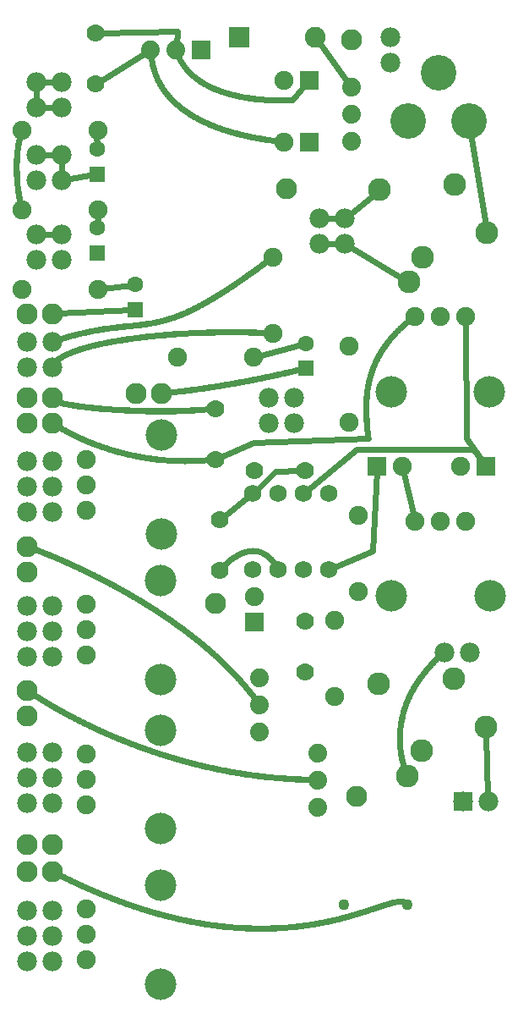
<source format=gbl>
G04 MADE WITH FRITZING*
G04 WWW.FRITZING.ORG*
G04 DOUBLE SIDED*
G04 HOLES PLATED*
G04 CONTOUR ON CENTER OF CONTOUR VECTOR*
%ASAXBY*%
%FSLAX23Y23*%
%MOIN*%
%OFA0B0*%
%SFA1.0B1.0*%
%ADD10C,0.043622*%
%ADD11C,0.068000*%
%ADD12C,0.078000*%
%ADD13C,0.070000*%
%ADD14C,0.075000*%
%ADD15C,0.074000*%
%ADD16C,0.082000*%
%ADD17C,0.140000*%
%ADD18C,0.083307*%
%ADD19C,0.062992*%
%ADD20C,0.074667*%
%ADD21C,0.074695*%
%ADD22C,0.124033*%
%ADD23C,0.090020*%
%ADD24R,0.078000X0.078000*%
%ADD25R,0.075000X0.075000*%
%ADD26R,0.082000X0.082000*%
%ADD27R,0.062992X0.062992*%
%ADD28C,0.024000*%
%ADD29R,0.001000X0.001000*%
%LNCOPPER0*%
G90*
G70*
G54D10*
X1320Y455D03*
X1570Y455D03*
G54D11*
X1261Y2075D03*
X1161Y2075D03*
X1061Y2075D03*
X961Y2075D03*
X961Y1775D03*
X1061Y1775D03*
X1161Y1775D03*
X1261Y1775D03*
G54D12*
X1789Y863D03*
X1889Y863D03*
G54D13*
X814Y2409D03*
X814Y2209D03*
X1168Y1572D03*
X1168Y1372D03*
X966Y2166D03*
X1166Y2166D03*
X832Y1774D03*
X832Y1974D03*
X341Y3689D03*
X341Y3889D03*
G54D14*
X968Y1569D03*
X968Y1669D03*
X1880Y2184D03*
X1780Y2184D03*
X1450Y2183D03*
X1550Y2183D03*
X1184Y3459D03*
X1084Y3459D03*
G54D15*
X758Y3821D03*
X658Y3821D03*
X558Y3821D03*
G54D14*
X1184Y3702D03*
X1084Y3702D03*
G54D16*
X908Y3872D03*
X1206Y3872D03*
G54D17*
X1573Y3542D03*
X1813Y3542D03*
X1693Y3732D03*
G54D12*
X1503Y3771D03*
X1503Y3771D03*
X1503Y3871D03*
X206Y3408D03*
X106Y3408D03*
X206Y3408D03*
X106Y3408D03*
X106Y3308D03*
X206Y3308D03*
G54D18*
X1350Y3861D03*
X1095Y3276D03*
X813Y1641D03*
X1371Y881D03*
X599Y2469D03*
X499Y2469D03*
X171Y2784D03*
X71Y2784D03*
G54D12*
X1123Y2454D03*
X1023Y2454D03*
X1123Y2454D03*
X1023Y2454D03*
X1023Y2354D03*
X1123Y2354D03*
X171Y2673D03*
X71Y2673D03*
X171Y2673D03*
X71Y2673D03*
X71Y2573D03*
X171Y2573D03*
G54D18*
X71Y1200D03*
X71Y1300D03*
X71Y693D03*
X171Y693D03*
X71Y585D03*
X171Y585D03*
X71Y1766D03*
X71Y1866D03*
G54D12*
X1817Y1450D03*
X1817Y1450D03*
X1717Y1450D03*
X1324Y3158D03*
X1224Y3158D03*
X1324Y3158D03*
X1224Y3158D03*
X1224Y3058D03*
X1324Y3058D03*
X206Y3095D03*
X106Y3095D03*
X206Y3095D03*
X106Y3095D03*
X106Y2995D03*
X206Y2995D03*
X206Y3697D03*
X106Y3697D03*
X206Y3697D03*
X106Y3697D03*
X106Y3597D03*
X206Y3597D03*
G54D15*
X988Y1135D03*
X988Y1242D03*
X988Y1349D03*
X1216Y840D03*
X1216Y947D03*
X1216Y1054D03*
X1350Y3461D03*
X1350Y3568D03*
X1350Y3675D03*
G54D14*
X1341Y2356D03*
X1341Y2656D03*
X1040Y2705D03*
X1040Y3005D03*
G54D19*
X1169Y2568D03*
X1169Y2667D03*
X496Y2800D03*
X496Y2898D03*
X348Y3024D03*
X348Y3122D03*
X348Y3334D03*
X348Y3432D03*
G54D12*
X171Y233D03*
X171Y333D03*
X171Y433D03*
X171Y233D03*
X171Y333D03*
X171Y433D03*
X71Y433D03*
X71Y333D03*
X71Y233D03*
G54D18*
X171Y2453D03*
X71Y2453D03*
X171Y2453D03*
X71Y2453D03*
X71Y2353D03*
X171Y2353D03*
G54D12*
X171Y855D03*
X171Y955D03*
X171Y1055D03*
X171Y855D03*
X171Y955D03*
X171Y1055D03*
X71Y1055D03*
X71Y955D03*
X71Y855D03*
X171Y1434D03*
X171Y1534D03*
X171Y1634D03*
X171Y1434D03*
X171Y1534D03*
X171Y1634D03*
X71Y1634D03*
X71Y1534D03*
X71Y1434D03*
X171Y2004D03*
X171Y2104D03*
X171Y2204D03*
X171Y2004D03*
X171Y2104D03*
X171Y2204D03*
X71Y2204D03*
X71Y2104D03*
X71Y2004D03*
G54D20*
X303Y439D03*
X303Y339D03*
G54D21*
X303Y239D03*
G54D22*
X598Y533D03*
X598Y144D03*
G54D20*
X303Y1050D03*
X303Y950D03*
G54D21*
X303Y850D03*
G54D22*
X598Y1144D03*
X598Y756D03*
G54D20*
X1802Y1966D03*
X1702Y1966D03*
G54D21*
X1602Y1966D03*
G54D22*
X1896Y1671D03*
X1508Y1671D03*
G54D20*
X1801Y2772D03*
X1701Y2772D03*
G54D21*
X1601Y2772D03*
G54D22*
X1895Y2477D03*
X1506Y2477D03*
G54D20*
X303Y1639D03*
X303Y1539D03*
G54D21*
X303Y1439D03*
G54D22*
X598Y1733D03*
X598Y1344D03*
G54D20*
X304Y2210D03*
X304Y2110D03*
G54D21*
X304Y2010D03*
G54D22*
X600Y2305D03*
X600Y1916D03*
G54D23*
X1572Y962D03*
X1627Y1061D03*
X1458Y1327D03*
X1753Y1347D03*
X1881Y1155D03*
X1576Y2908D03*
X1631Y3007D03*
X1462Y3273D03*
X1757Y3293D03*
X1885Y3101D03*
G54D14*
X964Y2613D03*
X664Y2613D03*
X352Y2880D03*
X52Y2880D03*
X350Y3193D03*
X50Y3193D03*
X352Y3506D03*
X52Y3506D03*
X1284Y1577D03*
X1284Y1277D03*
X1376Y1688D03*
X1376Y1988D03*
G54D24*
X1789Y863D03*
G54D25*
X968Y1569D03*
X1880Y2184D03*
X1450Y2183D03*
X1184Y3459D03*
X1184Y3702D03*
G54D26*
X907Y3872D03*
G54D27*
X1169Y2568D03*
X496Y2800D03*
X348Y3024D03*
X348Y3334D03*
G54D28*
X963Y2276D02*
X827Y2215D01*
D02*
X1416Y2292D02*
X963Y2276D01*
D02*
X1805Y2292D02*
X1801Y2752D01*
D02*
X1870Y2198D02*
X1805Y2292D01*
D02*
X1829Y2250D02*
X1869Y2198D01*
D02*
X1372Y2250D02*
X1829Y2250D01*
D02*
X1173Y2086D02*
X1372Y2250D01*
D02*
X981Y2617D02*
X1154Y2663D01*
D02*
X1434Y1850D02*
X1449Y2165D01*
D02*
X1276Y1782D02*
X1434Y1850D01*
D02*
X1597Y1986D02*
X1554Y2166D01*
D02*
X1052Y2163D02*
X973Y2086D01*
D02*
X1151Y2165D02*
X1052Y2163D01*
D02*
X1881Y1125D02*
X1888Y882D01*
D02*
X843Y1983D02*
X948Y2065D01*
D02*
X1172Y3689D02*
X1116Y3625D01*
D02*
X369Y2882D02*
X480Y2896D01*
D02*
X193Y2785D02*
X480Y2799D01*
D02*
X349Y3138D02*
X349Y3176D01*
D02*
X333Y3331D02*
X225Y3311D01*
D02*
X345Y3481D02*
X347Y3489D01*
D02*
X347Y3448D02*
X345Y3481D01*
D02*
X1439Y3254D02*
X1338Y3170D01*
D02*
X1551Y2924D02*
X1340Y3048D01*
D02*
X1243Y3158D02*
X1305Y3158D01*
D02*
X1243Y3058D02*
X1305Y3058D01*
D02*
X1822Y3492D02*
X1881Y3131D01*
D02*
X1338Y3691D02*
X1219Y3855D01*
D02*
X206Y3327D02*
X206Y3389D01*
D02*
X125Y3408D02*
X187Y3408D01*
D02*
X541Y3811D02*
X354Y3696D01*
D02*
X125Y3095D02*
X187Y3095D01*
D02*
X125Y3697D02*
X187Y3697D01*
D02*
X106Y3616D02*
X106Y3678D01*
D02*
X187Y3597D02*
X125Y3597D01*
D02*
X659Y3841D02*
X663Y3895D01*
D02*
X663Y3895D02*
X356Y3889D01*
G54D29*
X722Y3858D02*
X795Y3858D01*
X722Y3857D02*
X795Y3857D01*
X722Y3856D02*
X795Y3856D01*
X722Y3855D02*
X795Y3855D01*
X722Y3854D02*
X795Y3854D01*
X722Y3853D02*
X795Y3853D01*
X722Y3852D02*
X795Y3852D01*
X722Y3851D02*
X795Y3851D01*
X722Y3850D02*
X795Y3850D01*
X722Y3849D02*
X795Y3849D01*
X722Y3848D02*
X795Y3848D01*
X722Y3847D02*
X795Y3847D01*
X722Y3846D02*
X795Y3846D01*
X722Y3845D02*
X795Y3845D01*
X722Y3844D02*
X795Y3844D01*
X722Y3843D02*
X795Y3843D01*
X722Y3842D02*
X795Y3842D01*
X722Y3841D02*
X753Y3841D01*
X763Y3841D02*
X795Y3841D01*
X722Y3840D02*
X750Y3840D01*
X766Y3840D02*
X795Y3840D01*
X722Y3839D02*
X748Y3839D01*
X768Y3839D02*
X795Y3839D01*
X722Y3838D02*
X746Y3838D01*
X770Y3838D02*
X795Y3838D01*
X722Y3837D02*
X745Y3837D01*
X771Y3837D02*
X795Y3837D01*
X722Y3836D02*
X744Y3836D01*
X772Y3836D02*
X795Y3836D01*
X722Y3835D02*
X743Y3835D01*
X773Y3835D02*
X795Y3835D01*
X722Y3834D02*
X742Y3834D01*
X774Y3834D02*
X795Y3834D01*
X554Y3833D02*
X561Y3833D01*
X654Y3833D02*
X662Y3833D01*
X722Y3833D02*
X741Y3833D01*
X775Y3833D02*
X795Y3833D01*
X552Y3832D02*
X564Y3832D01*
X652Y3832D02*
X664Y3832D01*
X722Y3832D02*
X741Y3832D01*
X775Y3832D02*
X795Y3832D01*
X551Y3831D02*
X565Y3831D01*
X651Y3831D02*
X665Y3831D01*
X722Y3831D02*
X740Y3831D01*
X776Y3831D02*
X795Y3831D01*
X550Y3830D02*
X567Y3830D01*
X650Y3830D02*
X666Y3830D01*
X722Y3830D02*
X740Y3830D01*
X776Y3830D02*
X795Y3830D01*
X549Y3829D02*
X567Y3829D01*
X649Y3829D02*
X667Y3829D01*
X722Y3829D02*
X739Y3829D01*
X777Y3829D02*
X795Y3829D01*
X548Y3828D02*
X568Y3828D01*
X648Y3828D02*
X668Y3828D01*
X722Y3828D02*
X739Y3828D01*
X777Y3828D02*
X795Y3828D01*
X548Y3827D02*
X569Y3827D01*
X648Y3827D02*
X668Y3827D01*
X722Y3827D02*
X739Y3827D01*
X777Y3827D02*
X795Y3827D01*
X547Y3826D02*
X569Y3826D01*
X647Y3826D02*
X669Y3826D01*
X722Y3826D02*
X738Y3826D01*
X778Y3826D02*
X795Y3826D01*
X547Y3825D02*
X570Y3825D01*
X647Y3825D02*
X669Y3825D01*
X722Y3825D02*
X738Y3825D01*
X778Y3825D02*
X795Y3825D01*
X547Y3824D02*
X570Y3824D01*
X647Y3824D02*
X670Y3824D01*
X722Y3824D02*
X738Y3824D01*
X778Y3824D02*
X795Y3824D01*
X547Y3823D02*
X570Y3823D01*
X647Y3823D02*
X670Y3823D01*
X722Y3823D02*
X738Y3823D01*
X778Y3823D02*
X795Y3823D01*
X547Y3822D02*
X571Y3822D01*
X647Y3822D02*
X670Y3822D01*
X722Y3822D02*
X738Y3822D01*
X778Y3822D02*
X795Y3822D01*
X547Y3821D02*
X571Y3821D01*
X647Y3821D02*
X671Y3821D01*
X722Y3821D02*
X738Y3821D01*
X778Y3821D02*
X795Y3821D01*
X547Y3820D02*
X571Y3820D01*
X647Y3820D02*
X671Y3820D01*
X722Y3820D02*
X738Y3820D01*
X778Y3820D02*
X795Y3820D01*
X547Y3819D02*
X571Y3819D01*
X647Y3819D02*
X671Y3819D01*
X722Y3819D02*
X738Y3819D01*
X778Y3819D02*
X795Y3819D01*
X547Y3818D02*
X571Y3818D01*
X647Y3818D02*
X672Y3818D01*
X722Y3818D02*
X738Y3818D01*
X778Y3818D02*
X795Y3818D01*
X548Y3817D02*
X571Y3817D01*
X648Y3817D02*
X672Y3817D01*
X722Y3817D02*
X739Y3817D01*
X778Y3817D02*
X795Y3817D01*
X548Y3816D02*
X571Y3816D01*
X648Y3816D02*
X672Y3816D01*
X722Y3816D02*
X739Y3816D01*
X777Y3816D02*
X795Y3816D01*
X548Y3815D02*
X571Y3815D01*
X648Y3815D02*
X673Y3815D01*
X722Y3815D02*
X739Y3815D01*
X777Y3815D02*
X795Y3815D01*
X548Y3814D02*
X572Y3814D01*
X649Y3814D02*
X673Y3814D01*
X722Y3814D02*
X740Y3814D01*
X777Y3814D02*
X795Y3814D01*
X549Y3813D02*
X572Y3813D01*
X649Y3813D02*
X674Y3813D01*
X722Y3813D02*
X740Y3813D01*
X776Y3813D02*
X795Y3813D01*
X549Y3812D02*
X572Y3812D01*
X649Y3812D02*
X674Y3812D01*
X722Y3812D02*
X741Y3812D01*
X775Y3812D02*
X795Y3812D01*
X549Y3811D02*
X572Y3811D01*
X650Y3811D02*
X674Y3811D01*
X722Y3811D02*
X741Y3811D01*
X775Y3811D02*
X795Y3811D01*
X549Y3810D02*
X572Y3810D01*
X650Y3810D02*
X675Y3810D01*
X722Y3810D02*
X742Y3810D01*
X774Y3810D02*
X795Y3810D01*
X549Y3809D02*
X572Y3809D01*
X650Y3809D02*
X675Y3809D01*
X722Y3809D02*
X743Y3809D01*
X773Y3809D02*
X795Y3809D01*
X549Y3808D02*
X572Y3808D01*
X651Y3808D02*
X676Y3808D01*
X722Y3808D02*
X744Y3808D01*
X772Y3808D02*
X795Y3808D01*
X549Y3807D02*
X572Y3807D01*
X651Y3807D02*
X676Y3807D01*
X722Y3807D02*
X745Y3807D01*
X771Y3807D02*
X795Y3807D01*
X549Y3806D02*
X572Y3806D01*
X651Y3806D02*
X676Y3806D01*
X722Y3806D02*
X746Y3806D01*
X770Y3806D02*
X795Y3806D01*
X549Y3805D02*
X572Y3805D01*
X652Y3805D02*
X677Y3805D01*
X722Y3805D02*
X748Y3805D01*
X769Y3805D02*
X795Y3805D01*
X549Y3804D02*
X572Y3804D01*
X652Y3804D02*
X677Y3804D01*
X722Y3804D02*
X749Y3804D01*
X767Y3804D02*
X795Y3804D01*
X549Y3803D02*
X573Y3803D01*
X653Y3803D02*
X678Y3803D01*
X722Y3803D02*
X752Y3803D01*
X764Y3803D02*
X795Y3803D01*
X550Y3802D02*
X573Y3802D01*
X653Y3802D02*
X678Y3802D01*
X722Y3802D02*
X795Y3802D01*
X550Y3801D02*
X573Y3801D01*
X654Y3801D02*
X679Y3801D01*
X722Y3801D02*
X795Y3801D01*
X550Y3800D02*
X573Y3800D01*
X654Y3800D02*
X679Y3800D01*
X722Y3800D02*
X795Y3800D01*
X550Y3799D02*
X573Y3799D01*
X654Y3799D02*
X680Y3799D01*
X722Y3799D02*
X795Y3799D01*
X550Y3798D02*
X573Y3798D01*
X655Y3798D02*
X680Y3798D01*
X722Y3798D02*
X795Y3798D01*
X550Y3797D02*
X573Y3797D01*
X655Y3797D02*
X680Y3797D01*
X722Y3797D02*
X795Y3797D01*
X550Y3796D02*
X573Y3796D01*
X656Y3796D02*
X681Y3796D01*
X722Y3796D02*
X795Y3796D01*
X550Y3795D02*
X573Y3795D01*
X656Y3795D02*
X682Y3795D01*
X722Y3795D02*
X795Y3795D01*
X550Y3794D02*
X573Y3794D01*
X657Y3794D02*
X682Y3794D01*
X722Y3794D02*
X795Y3794D01*
X550Y3793D02*
X574Y3793D01*
X657Y3793D02*
X683Y3793D01*
X722Y3793D02*
X795Y3793D01*
X550Y3792D02*
X574Y3792D01*
X657Y3792D02*
X683Y3792D01*
X722Y3792D02*
X795Y3792D01*
X551Y3791D02*
X574Y3791D01*
X658Y3791D02*
X684Y3791D01*
X722Y3791D02*
X795Y3791D01*
X551Y3790D02*
X574Y3790D01*
X658Y3790D02*
X684Y3790D01*
X722Y3790D02*
X795Y3790D01*
X551Y3789D02*
X574Y3789D01*
X659Y3789D02*
X685Y3789D01*
X722Y3789D02*
X795Y3789D01*
X551Y3788D02*
X574Y3788D01*
X659Y3788D02*
X685Y3788D01*
X722Y3788D02*
X795Y3788D01*
X551Y3787D02*
X574Y3787D01*
X660Y3787D02*
X686Y3787D01*
X722Y3787D02*
X795Y3787D01*
X551Y3786D02*
X574Y3786D01*
X660Y3786D02*
X686Y3786D01*
X722Y3786D02*
X795Y3786D01*
X551Y3785D02*
X575Y3785D01*
X661Y3785D02*
X687Y3785D01*
X722Y3785D02*
X794Y3785D01*
X552Y3784D02*
X575Y3784D01*
X661Y3784D02*
X687Y3784D01*
X552Y3783D02*
X575Y3783D01*
X662Y3783D02*
X688Y3783D01*
X552Y3782D02*
X575Y3782D01*
X662Y3782D02*
X689Y3782D01*
X552Y3781D02*
X575Y3781D01*
X663Y3781D02*
X689Y3781D01*
X552Y3780D02*
X575Y3780D01*
X663Y3780D02*
X690Y3780D01*
X552Y3779D02*
X576Y3779D01*
X664Y3779D02*
X690Y3779D01*
X552Y3778D02*
X576Y3778D01*
X665Y3778D02*
X691Y3778D01*
X553Y3777D02*
X576Y3777D01*
X665Y3777D02*
X692Y3777D01*
X553Y3776D02*
X576Y3776D01*
X666Y3776D02*
X692Y3776D01*
X553Y3775D02*
X576Y3775D01*
X666Y3775D02*
X693Y3775D01*
X553Y3774D02*
X576Y3774D01*
X667Y3774D02*
X694Y3774D01*
X553Y3773D02*
X577Y3773D01*
X667Y3773D02*
X694Y3773D01*
X553Y3772D02*
X577Y3772D01*
X668Y3772D02*
X695Y3772D01*
X554Y3771D02*
X577Y3771D01*
X669Y3771D02*
X696Y3771D01*
X554Y3770D02*
X577Y3770D01*
X669Y3770D02*
X696Y3770D01*
X554Y3769D02*
X577Y3769D01*
X670Y3769D02*
X697Y3769D01*
X554Y3768D02*
X578Y3768D01*
X670Y3768D02*
X698Y3768D01*
X554Y3767D02*
X578Y3767D01*
X671Y3767D02*
X699Y3767D01*
X555Y3766D02*
X578Y3766D01*
X672Y3766D02*
X699Y3766D01*
X555Y3765D02*
X578Y3765D01*
X672Y3765D02*
X700Y3765D01*
X555Y3764D02*
X578Y3764D01*
X673Y3764D02*
X701Y3764D01*
X555Y3763D02*
X579Y3763D01*
X674Y3763D02*
X701Y3763D01*
X555Y3762D02*
X579Y3762D01*
X674Y3762D02*
X702Y3762D01*
X556Y3761D02*
X579Y3761D01*
X675Y3761D02*
X703Y3761D01*
X556Y3760D02*
X579Y3760D01*
X676Y3760D02*
X704Y3760D01*
X556Y3759D02*
X580Y3759D01*
X676Y3759D02*
X705Y3759D01*
X556Y3758D02*
X580Y3758D01*
X677Y3758D02*
X705Y3758D01*
X557Y3757D02*
X580Y3757D01*
X678Y3757D02*
X706Y3757D01*
X557Y3756D02*
X580Y3756D01*
X678Y3756D02*
X707Y3756D01*
X557Y3755D02*
X581Y3755D01*
X679Y3755D02*
X708Y3755D01*
X557Y3754D02*
X581Y3754D01*
X680Y3754D02*
X709Y3754D01*
X558Y3753D02*
X581Y3753D01*
X680Y3753D02*
X710Y3753D01*
X558Y3752D02*
X582Y3752D01*
X681Y3752D02*
X710Y3752D01*
X558Y3751D02*
X582Y3751D01*
X682Y3751D02*
X711Y3751D01*
X558Y3750D02*
X582Y3750D01*
X683Y3750D02*
X712Y3750D01*
X559Y3749D02*
X582Y3749D01*
X683Y3749D02*
X713Y3749D01*
X559Y3748D02*
X583Y3748D01*
X684Y3748D02*
X714Y3748D01*
X559Y3747D02*
X583Y3747D01*
X685Y3747D02*
X715Y3747D01*
X559Y3746D02*
X583Y3746D01*
X686Y3746D02*
X716Y3746D01*
X560Y3745D02*
X584Y3745D01*
X687Y3745D02*
X717Y3745D01*
X560Y3744D02*
X584Y3744D01*
X687Y3744D02*
X718Y3744D01*
X560Y3743D02*
X584Y3743D01*
X688Y3743D02*
X719Y3743D01*
X561Y3742D02*
X585Y3742D01*
X689Y3742D02*
X720Y3742D01*
X561Y3741D02*
X585Y3741D01*
X690Y3741D02*
X721Y3741D01*
X561Y3740D02*
X585Y3740D01*
X691Y3740D02*
X722Y3740D01*
X561Y3739D02*
X585Y3739D01*
X691Y3739D02*
X723Y3739D01*
X562Y3738D02*
X586Y3738D01*
X692Y3738D02*
X724Y3738D01*
X562Y3737D02*
X586Y3737D01*
X693Y3737D02*
X725Y3737D01*
X562Y3736D02*
X587Y3736D01*
X694Y3736D02*
X726Y3736D01*
X563Y3735D02*
X587Y3735D01*
X695Y3735D02*
X727Y3735D01*
X563Y3734D02*
X587Y3734D01*
X696Y3734D02*
X728Y3734D01*
X563Y3733D02*
X588Y3733D01*
X697Y3733D02*
X729Y3733D01*
X564Y3732D02*
X588Y3732D01*
X698Y3732D02*
X730Y3732D01*
X564Y3731D02*
X588Y3731D01*
X698Y3731D02*
X731Y3731D01*
X564Y3730D02*
X589Y3730D01*
X699Y3730D02*
X733Y3730D01*
X565Y3729D02*
X589Y3729D01*
X700Y3729D02*
X734Y3729D01*
X565Y3728D02*
X589Y3728D01*
X701Y3728D02*
X735Y3728D01*
X565Y3727D02*
X590Y3727D01*
X702Y3727D02*
X736Y3727D01*
X566Y3726D02*
X590Y3726D01*
X703Y3726D02*
X737Y3726D01*
X566Y3725D02*
X591Y3725D01*
X704Y3725D02*
X738Y3725D01*
X567Y3724D02*
X591Y3724D01*
X705Y3724D02*
X740Y3724D01*
X567Y3723D02*
X592Y3723D01*
X706Y3723D02*
X741Y3723D01*
X567Y3722D02*
X592Y3722D01*
X707Y3722D02*
X742Y3722D01*
X568Y3721D02*
X592Y3721D01*
X708Y3721D02*
X743Y3721D01*
X568Y3720D02*
X593Y3720D01*
X709Y3720D02*
X745Y3720D01*
X568Y3719D02*
X593Y3719D01*
X710Y3719D02*
X746Y3719D01*
X569Y3718D02*
X594Y3718D01*
X711Y3718D02*
X747Y3718D01*
X569Y3717D02*
X594Y3717D01*
X712Y3717D02*
X749Y3717D01*
X570Y3716D02*
X595Y3716D01*
X713Y3716D02*
X750Y3716D01*
X570Y3715D02*
X595Y3715D01*
X715Y3715D02*
X751Y3715D01*
X570Y3714D02*
X595Y3714D01*
X716Y3714D02*
X753Y3714D01*
X571Y3713D02*
X596Y3713D01*
X717Y3713D02*
X754Y3713D01*
X571Y3712D02*
X596Y3712D01*
X718Y3712D02*
X756Y3712D01*
X572Y3711D02*
X597Y3711D01*
X719Y3711D02*
X757Y3711D01*
X572Y3710D02*
X597Y3710D01*
X720Y3710D02*
X759Y3710D01*
X573Y3709D02*
X598Y3709D01*
X721Y3709D02*
X760Y3709D01*
X573Y3708D02*
X598Y3708D01*
X723Y3708D02*
X762Y3708D01*
X573Y3707D02*
X599Y3707D01*
X724Y3707D02*
X763Y3707D01*
X574Y3706D02*
X599Y3706D01*
X725Y3706D02*
X765Y3706D01*
X574Y3705D02*
X600Y3705D01*
X726Y3705D02*
X766Y3705D01*
X575Y3704D02*
X600Y3704D01*
X727Y3704D02*
X768Y3704D01*
X575Y3703D02*
X601Y3703D01*
X729Y3703D02*
X770Y3703D01*
X576Y3702D02*
X601Y3702D01*
X730Y3702D02*
X771Y3702D01*
X576Y3701D02*
X602Y3701D01*
X731Y3701D02*
X773Y3701D01*
X577Y3700D02*
X602Y3700D01*
X733Y3700D02*
X775Y3700D01*
X577Y3699D02*
X603Y3699D01*
X734Y3699D02*
X776Y3699D01*
X578Y3698D02*
X603Y3698D01*
X735Y3698D02*
X778Y3698D01*
X578Y3697D02*
X604Y3697D01*
X737Y3697D02*
X780Y3697D01*
X578Y3696D02*
X605Y3696D01*
X738Y3696D02*
X782Y3696D01*
X579Y3695D02*
X605Y3695D01*
X739Y3695D02*
X783Y3695D01*
X579Y3694D02*
X606Y3694D01*
X741Y3694D02*
X785Y3694D01*
X580Y3693D02*
X606Y3693D01*
X742Y3693D02*
X787Y3693D01*
X581Y3692D02*
X607Y3692D01*
X744Y3692D02*
X789Y3692D01*
X581Y3691D02*
X607Y3691D01*
X745Y3691D02*
X791Y3691D01*
X582Y3690D02*
X608Y3690D01*
X746Y3690D02*
X793Y3690D01*
X582Y3689D02*
X609Y3689D01*
X748Y3689D02*
X795Y3689D01*
X583Y3688D02*
X609Y3688D01*
X749Y3688D02*
X797Y3688D01*
X583Y3687D02*
X610Y3687D01*
X751Y3687D02*
X799Y3687D01*
X584Y3686D02*
X610Y3686D01*
X753Y3686D02*
X801Y3686D01*
X584Y3685D02*
X611Y3685D01*
X754Y3685D02*
X803Y3685D01*
X585Y3684D02*
X612Y3684D01*
X756Y3684D02*
X805Y3684D01*
X585Y3683D02*
X612Y3683D01*
X757Y3683D02*
X808Y3683D01*
X586Y3682D02*
X613Y3682D01*
X759Y3682D02*
X810Y3682D01*
X586Y3681D02*
X613Y3681D01*
X761Y3681D02*
X812Y3681D01*
X587Y3680D02*
X614Y3680D01*
X762Y3680D02*
X814Y3680D01*
X588Y3679D02*
X615Y3679D01*
X764Y3679D02*
X817Y3679D01*
X588Y3678D02*
X615Y3678D01*
X766Y3678D02*
X819Y3678D01*
X589Y3677D02*
X616Y3677D01*
X767Y3677D02*
X822Y3677D01*
X589Y3676D02*
X617Y3676D01*
X769Y3676D02*
X824Y3676D01*
X590Y3675D02*
X617Y3675D01*
X771Y3675D02*
X827Y3675D01*
X591Y3674D02*
X618Y3674D01*
X773Y3674D02*
X829Y3674D01*
X591Y3673D02*
X619Y3673D01*
X775Y3673D02*
X832Y3673D01*
X592Y3672D02*
X619Y3672D01*
X777Y3672D02*
X835Y3672D01*
X592Y3671D02*
X620Y3671D01*
X778Y3671D02*
X837Y3671D01*
X593Y3670D02*
X621Y3670D01*
X780Y3670D02*
X840Y3670D01*
X594Y3669D02*
X622Y3669D01*
X782Y3669D02*
X843Y3669D01*
X594Y3668D02*
X622Y3668D01*
X784Y3668D02*
X846Y3668D01*
X595Y3667D02*
X623Y3667D01*
X786Y3667D02*
X849Y3667D01*
X596Y3666D02*
X624Y3666D01*
X788Y3666D02*
X852Y3666D01*
X596Y3665D02*
X625Y3665D01*
X790Y3665D02*
X855Y3665D01*
X597Y3664D02*
X625Y3664D01*
X792Y3664D02*
X858Y3664D01*
X598Y3663D02*
X626Y3663D01*
X795Y3663D02*
X862Y3663D01*
X598Y3662D02*
X627Y3662D01*
X797Y3662D02*
X865Y3662D01*
X599Y3661D02*
X628Y3661D01*
X799Y3661D02*
X869Y3661D01*
X600Y3660D02*
X628Y3660D01*
X801Y3660D02*
X872Y3660D01*
X600Y3659D02*
X629Y3659D01*
X804Y3659D02*
X876Y3659D01*
X601Y3658D02*
X630Y3658D01*
X806Y3658D02*
X879Y3658D01*
X602Y3657D02*
X631Y3657D01*
X808Y3657D02*
X884Y3657D01*
X602Y3656D02*
X631Y3656D01*
X811Y3656D02*
X888Y3656D01*
X603Y3655D02*
X632Y3655D01*
X813Y3655D02*
X892Y3655D01*
X604Y3654D02*
X633Y3654D01*
X816Y3654D02*
X896Y3654D01*
X605Y3653D02*
X634Y3653D01*
X818Y3653D02*
X900Y3653D01*
X605Y3652D02*
X635Y3652D01*
X821Y3652D02*
X905Y3652D01*
X606Y3651D02*
X636Y3651D01*
X823Y3651D02*
X910Y3651D01*
X607Y3650D02*
X636Y3650D01*
X826Y3650D02*
X915Y3650D01*
X608Y3649D02*
X637Y3649D01*
X829Y3649D02*
X920Y3649D01*
X608Y3648D02*
X638Y3648D01*
X831Y3648D02*
X925Y3648D01*
X609Y3647D02*
X639Y3647D01*
X834Y3647D02*
X931Y3647D01*
X610Y3646D02*
X640Y3646D01*
X837Y3646D02*
X937Y3646D01*
X611Y3645D02*
X641Y3645D01*
X840Y3645D02*
X943Y3645D01*
X611Y3644D02*
X642Y3644D01*
X843Y3644D02*
X950Y3644D01*
X612Y3643D02*
X643Y3643D01*
X847Y3643D02*
X957Y3643D01*
X613Y3642D02*
X643Y3642D01*
X850Y3642D02*
X965Y3642D01*
X614Y3641D02*
X644Y3641D01*
X853Y3641D02*
X973Y3641D01*
X615Y3640D02*
X645Y3640D01*
X856Y3640D02*
X983Y3640D01*
X615Y3639D02*
X646Y3639D01*
X860Y3639D02*
X993Y3639D01*
X616Y3638D02*
X647Y3638D01*
X863Y3638D02*
X1006Y3638D01*
X617Y3637D02*
X648Y3637D01*
X867Y3637D02*
X1023Y3637D01*
X1108Y3637D02*
X1119Y3637D01*
X618Y3636D02*
X649Y3636D01*
X870Y3636D02*
X1053Y3636D01*
X1081Y3636D02*
X1121Y3636D01*
X619Y3635D02*
X650Y3635D01*
X874Y3635D02*
X1123Y3635D01*
X620Y3634D02*
X651Y3634D01*
X878Y3634D02*
X1124Y3634D01*
X620Y3633D02*
X652Y3633D01*
X882Y3633D02*
X1125Y3633D01*
X621Y3632D02*
X653Y3632D01*
X886Y3632D02*
X1126Y3632D01*
X622Y3631D02*
X654Y3631D01*
X890Y3631D02*
X1126Y3631D01*
X623Y3630D02*
X655Y3630D01*
X894Y3630D02*
X1127Y3630D01*
X624Y3629D02*
X656Y3629D01*
X899Y3629D02*
X1127Y3629D01*
X625Y3628D02*
X657Y3628D01*
X904Y3628D02*
X1127Y3628D01*
X626Y3627D02*
X658Y3627D01*
X908Y3627D02*
X1128Y3627D01*
X627Y3626D02*
X659Y3626D01*
X913Y3626D02*
X1128Y3626D01*
X628Y3625D02*
X660Y3625D01*
X919Y3625D02*
X1128Y3625D01*
X629Y3624D02*
X661Y3624D01*
X924Y3624D02*
X1128Y3624D01*
X629Y3623D02*
X662Y3623D01*
X930Y3623D02*
X1127Y3623D01*
X630Y3622D02*
X663Y3622D01*
X936Y3622D02*
X1127Y3622D01*
X631Y3621D02*
X664Y3621D01*
X942Y3621D02*
X1127Y3621D01*
X632Y3620D02*
X666Y3620D01*
X949Y3620D02*
X1126Y3620D01*
X633Y3619D02*
X667Y3619D01*
X956Y3619D02*
X1126Y3619D01*
X634Y3618D02*
X668Y3618D01*
X965Y3618D02*
X1125Y3618D01*
X635Y3617D02*
X669Y3617D01*
X973Y3617D02*
X1124Y3617D01*
X636Y3616D02*
X670Y3616D01*
X983Y3616D02*
X1123Y3616D01*
X637Y3615D02*
X671Y3615D01*
X994Y3615D02*
X1121Y3615D01*
X638Y3614D02*
X672Y3614D01*
X1006Y3614D02*
X1119Y3614D01*
X639Y3613D02*
X673Y3613D01*
X1023Y3613D02*
X1107Y3613D01*
X640Y3612D02*
X675Y3612D01*
X1053Y3612D02*
X1081Y3612D01*
X641Y3611D02*
X676Y3611D01*
X642Y3610D02*
X677Y3610D01*
X643Y3609D02*
X678Y3609D01*
X644Y3608D02*
X679Y3608D01*
X645Y3607D02*
X681Y3607D01*
X647Y3606D02*
X682Y3606D01*
X648Y3605D02*
X683Y3605D01*
X649Y3604D02*
X684Y3604D01*
X650Y3603D02*
X686Y3603D01*
X651Y3602D02*
X687Y3602D01*
X652Y3601D02*
X688Y3601D01*
X653Y3600D02*
X690Y3600D01*
X654Y3599D02*
X691Y3599D01*
X655Y3598D02*
X692Y3598D01*
X657Y3597D02*
X694Y3597D01*
X658Y3596D02*
X695Y3596D01*
X659Y3595D02*
X696Y3595D01*
X660Y3594D02*
X698Y3594D01*
X661Y3593D02*
X699Y3593D01*
X662Y3592D02*
X700Y3592D01*
X664Y3591D02*
X702Y3591D01*
X665Y3590D02*
X703Y3590D01*
X666Y3589D02*
X705Y3589D01*
X667Y3588D02*
X706Y3588D01*
X669Y3587D02*
X708Y3587D01*
X670Y3586D02*
X709Y3586D01*
X671Y3585D02*
X711Y3585D01*
X672Y3584D02*
X712Y3584D01*
X674Y3583D02*
X714Y3583D01*
X675Y3582D02*
X715Y3582D01*
X676Y3581D02*
X717Y3581D01*
X678Y3580D02*
X718Y3580D01*
X679Y3579D02*
X720Y3579D01*
X680Y3578D02*
X722Y3578D01*
X682Y3577D02*
X723Y3577D01*
X683Y3576D02*
X725Y3576D01*
X684Y3575D02*
X726Y3575D01*
X686Y3574D02*
X728Y3574D01*
X687Y3573D02*
X730Y3573D01*
X688Y3572D02*
X731Y3572D01*
X690Y3571D02*
X733Y3571D01*
X691Y3570D02*
X735Y3570D01*
X693Y3569D02*
X737Y3569D01*
X694Y3568D02*
X738Y3568D01*
X696Y3567D02*
X740Y3567D01*
X697Y3566D02*
X742Y3566D01*
X699Y3565D02*
X744Y3565D01*
X700Y3564D02*
X746Y3564D01*
X702Y3563D02*
X747Y3563D01*
X703Y3562D02*
X749Y3562D01*
X705Y3561D02*
X751Y3561D01*
X706Y3560D02*
X753Y3560D01*
X708Y3559D02*
X755Y3559D01*
X709Y3558D02*
X757Y3558D01*
X711Y3557D02*
X759Y3557D01*
X713Y3556D02*
X761Y3556D01*
X714Y3555D02*
X763Y3555D01*
X716Y3554D02*
X765Y3554D01*
X717Y3553D02*
X767Y3553D01*
X719Y3552D02*
X769Y3552D01*
X721Y3551D02*
X771Y3551D01*
X723Y3550D02*
X773Y3550D01*
X724Y3549D02*
X775Y3549D01*
X726Y3548D02*
X777Y3548D01*
X728Y3547D02*
X779Y3547D01*
X729Y3546D02*
X781Y3546D01*
X731Y3545D02*
X784Y3545D01*
X733Y3544D02*
X786Y3544D01*
X735Y3543D02*
X788Y3543D01*
X737Y3542D02*
X790Y3542D01*
X739Y3541D02*
X793Y3541D01*
X740Y3540D02*
X795Y3540D01*
X742Y3539D02*
X797Y3539D01*
X744Y3538D02*
X800Y3538D01*
X746Y3537D02*
X802Y3537D01*
X748Y3536D02*
X805Y3536D01*
X750Y3535D02*
X807Y3535D01*
X752Y3534D02*
X810Y3534D01*
X754Y3533D02*
X812Y3533D01*
X756Y3532D02*
X815Y3532D01*
X758Y3531D02*
X817Y3531D01*
X760Y3530D02*
X820Y3530D01*
X762Y3529D02*
X823Y3529D01*
X764Y3528D02*
X825Y3528D01*
X766Y3527D02*
X828Y3527D01*
X769Y3526D02*
X831Y3526D01*
X771Y3525D02*
X833Y3525D01*
X773Y3524D02*
X836Y3524D01*
X775Y3523D02*
X839Y3523D01*
X777Y3522D02*
X842Y3522D01*
X780Y3521D02*
X845Y3521D01*
X782Y3520D02*
X848Y3520D01*
X784Y3519D02*
X851Y3519D01*
X52Y3518D02*
X52Y3518D01*
X786Y3518D02*
X854Y3518D01*
X48Y3517D02*
X56Y3517D01*
X789Y3517D02*
X857Y3517D01*
X46Y3516D02*
X58Y3516D01*
X791Y3516D02*
X860Y3516D01*
X45Y3515D02*
X60Y3515D01*
X794Y3515D02*
X863Y3515D01*
X44Y3514D02*
X61Y3514D01*
X796Y3514D02*
X867Y3514D01*
X43Y3513D02*
X61Y3513D01*
X799Y3513D02*
X870Y3513D01*
X42Y3512D02*
X62Y3512D01*
X801Y3512D02*
X873Y3512D01*
X42Y3511D02*
X63Y3511D01*
X803Y3511D02*
X877Y3511D01*
X41Y3510D02*
X63Y3510D01*
X806Y3510D02*
X880Y3510D01*
X41Y3509D02*
X63Y3509D01*
X809Y3509D02*
X883Y3509D01*
X41Y3508D02*
X63Y3508D01*
X811Y3508D02*
X887Y3508D01*
X40Y3507D02*
X64Y3507D01*
X814Y3507D02*
X891Y3507D01*
X40Y3506D02*
X64Y3506D01*
X817Y3506D02*
X894Y3506D01*
X39Y3505D02*
X64Y3505D01*
X819Y3505D02*
X898Y3505D01*
X39Y3504D02*
X63Y3504D01*
X822Y3504D02*
X902Y3504D01*
X39Y3503D02*
X63Y3503D01*
X825Y3503D02*
X906Y3503D01*
X38Y3502D02*
X63Y3502D01*
X828Y3502D02*
X910Y3502D01*
X38Y3501D02*
X63Y3501D01*
X831Y3501D02*
X914Y3501D01*
X38Y3500D02*
X62Y3500D01*
X833Y3500D02*
X918Y3500D01*
X37Y3499D02*
X62Y3499D01*
X836Y3499D02*
X922Y3499D01*
X37Y3498D02*
X61Y3498D01*
X839Y3498D02*
X926Y3498D01*
X37Y3497D02*
X61Y3497D01*
X842Y3497D02*
X930Y3497D01*
X36Y3496D02*
X61Y3496D01*
X845Y3496D02*
X935Y3496D01*
X36Y3495D02*
X60Y3495D01*
X848Y3495D02*
X939Y3495D01*
X36Y3494D02*
X60Y3494D01*
X851Y3494D02*
X944Y3494D01*
X36Y3493D02*
X60Y3493D01*
X854Y3493D02*
X948Y3493D01*
X35Y3492D02*
X59Y3492D01*
X858Y3492D02*
X953Y3492D01*
X35Y3491D02*
X59Y3491D01*
X861Y3491D02*
X958Y3491D01*
X35Y3490D02*
X59Y3490D01*
X864Y3490D02*
X963Y3490D01*
X34Y3489D02*
X58Y3489D01*
X868Y3489D02*
X968Y3489D01*
X34Y3488D02*
X58Y3488D01*
X871Y3488D02*
X973Y3488D01*
X34Y3487D02*
X58Y3487D01*
X874Y3487D02*
X979Y3487D01*
X33Y3486D02*
X57Y3486D01*
X878Y3486D02*
X984Y3486D01*
X33Y3485D02*
X57Y3485D01*
X881Y3485D02*
X990Y3485D01*
X33Y3484D02*
X57Y3484D01*
X885Y3484D02*
X996Y3484D01*
X33Y3483D02*
X57Y3483D01*
X889Y3483D02*
X1002Y3483D01*
X32Y3482D02*
X56Y3482D01*
X892Y3482D02*
X1008Y3482D01*
X32Y3481D02*
X56Y3481D01*
X896Y3481D02*
X1014Y3481D01*
X32Y3480D02*
X56Y3480D01*
X900Y3480D02*
X1021Y3480D01*
X32Y3479D02*
X55Y3479D01*
X904Y3479D02*
X1028Y3479D01*
X31Y3478D02*
X55Y3478D01*
X908Y3478D02*
X1034Y3478D01*
X31Y3477D02*
X55Y3477D01*
X912Y3477D02*
X1042Y3477D01*
X31Y3476D02*
X55Y3476D01*
X916Y3476D02*
X1050Y3476D01*
X31Y3475D02*
X54Y3475D01*
X920Y3475D02*
X1057Y3475D01*
X30Y3474D02*
X54Y3474D01*
X925Y3474D02*
X1066Y3474D01*
X30Y3473D02*
X54Y3473D01*
X929Y3473D02*
X1075Y3473D01*
X30Y3472D02*
X54Y3472D01*
X933Y3472D02*
X1084Y3472D01*
X30Y3471D02*
X53Y3471D01*
X938Y3471D02*
X1088Y3471D01*
X30Y3470D02*
X53Y3470D01*
X942Y3470D02*
X1090Y3470D01*
X29Y3469D02*
X53Y3469D01*
X947Y3469D02*
X1091Y3469D01*
X29Y3468D02*
X53Y3468D01*
X952Y3468D02*
X1092Y3468D01*
X29Y3467D02*
X52Y3467D01*
X957Y3467D02*
X1093Y3467D01*
X29Y3466D02*
X52Y3466D01*
X962Y3466D02*
X1094Y3466D01*
X28Y3465D02*
X52Y3465D01*
X967Y3465D02*
X1094Y3465D01*
X28Y3464D02*
X52Y3464D01*
X972Y3464D02*
X1095Y3464D01*
X28Y3463D02*
X52Y3463D01*
X978Y3463D02*
X1095Y3463D01*
X28Y3462D02*
X51Y3462D01*
X983Y3462D02*
X1095Y3462D01*
X28Y3461D02*
X51Y3461D01*
X989Y3461D02*
X1096Y3461D01*
X27Y3460D02*
X51Y3460D01*
X995Y3460D02*
X1096Y3460D01*
X27Y3459D02*
X51Y3459D01*
X1001Y3459D02*
X1096Y3459D01*
X27Y3458D02*
X50Y3458D01*
X1007Y3458D02*
X1095Y3458D01*
X27Y3457D02*
X50Y3457D01*
X1014Y3457D02*
X1095Y3457D01*
X27Y3456D02*
X50Y3456D01*
X1020Y3456D02*
X1095Y3456D01*
X27Y3455D02*
X50Y3455D01*
X1027Y3455D02*
X1095Y3455D01*
X26Y3454D02*
X50Y3454D01*
X1034Y3454D02*
X1094Y3454D01*
X26Y3453D02*
X50Y3453D01*
X1042Y3453D02*
X1093Y3453D01*
X26Y3452D02*
X49Y3452D01*
X1049Y3452D02*
X1093Y3452D01*
X26Y3451D02*
X49Y3451D01*
X1057Y3451D02*
X1092Y3451D01*
X26Y3450D02*
X49Y3450D01*
X1066Y3450D02*
X1090Y3450D01*
X25Y3449D02*
X49Y3449D01*
X1074Y3449D02*
X1089Y3449D01*
X25Y3448D02*
X49Y3448D01*
X1083Y3448D02*
X1085Y3448D01*
X25Y3447D02*
X48Y3447D01*
X25Y3446D02*
X48Y3446D01*
X25Y3445D02*
X48Y3445D01*
X25Y3444D02*
X48Y3444D01*
X24Y3443D02*
X48Y3443D01*
X24Y3442D02*
X48Y3442D01*
X24Y3441D02*
X47Y3441D01*
X24Y3440D02*
X47Y3440D01*
X24Y3439D02*
X47Y3439D01*
X24Y3438D02*
X47Y3438D01*
X24Y3437D02*
X47Y3437D01*
X23Y3436D02*
X47Y3436D01*
X23Y3435D02*
X47Y3435D01*
X23Y3434D02*
X46Y3434D01*
X23Y3433D02*
X46Y3433D01*
X23Y3432D02*
X46Y3432D01*
X23Y3431D02*
X46Y3431D01*
X23Y3430D02*
X46Y3430D01*
X22Y3429D02*
X46Y3429D01*
X22Y3428D02*
X46Y3428D01*
X22Y3427D02*
X45Y3427D01*
X22Y3426D02*
X45Y3426D01*
X22Y3425D02*
X45Y3425D01*
X22Y3424D02*
X45Y3424D01*
X22Y3423D02*
X45Y3423D01*
X22Y3422D02*
X45Y3422D01*
X22Y3421D02*
X45Y3421D01*
X21Y3420D02*
X45Y3420D01*
X21Y3419D02*
X44Y3419D01*
X21Y3418D02*
X44Y3418D01*
X21Y3417D02*
X44Y3417D01*
X21Y3416D02*
X44Y3416D01*
X21Y3415D02*
X44Y3415D01*
X21Y3414D02*
X44Y3414D01*
X21Y3413D02*
X44Y3413D01*
X21Y3412D02*
X44Y3412D01*
X21Y3411D02*
X44Y3411D01*
X20Y3410D02*
X44Y3410D01*
X20Y3409D02*
X43Y3409D01*
X20Y3408D02*
X43Y3408D01*
X20Y3407D02*
X43Y3407D01*
X20Y3406D02*
X43Y3406D01*
X20Y3405D02*
X43Y3405D01*
X20Y3404D02*
X43Y3404D01*
X20Y3403D02*
X43Y3403D01*
X20Y3402D02*
X43Y3402D01*
X20Y3401D02*
X43Y3401D01*
X20Y3400D02*
X43Y3400D01*
X20Y3399D02*
X43Y3399D01*
X20Y3398D02*
X43Y3398D01*
X20Y3397D02*
X43Y3397D01*
X19Y3396D02*
X42Y3396D01*
X19Y3395D02*
X42Y3395D01*
X19Y3394D02*
X42Y3394D01*
X19Y3393D02*
X42Y3393D01*
X19Y3392D02*
X42Y3392D01*
X19Y3391D02*
X42Y3391D01*
X19Y3390D02*
X42Y3390D01*
X19Y3389D02*
X42Y3389D01*
X19Y3388D02*
X42Y3388D01*
X19Y3387D02*
X42Y3387D01*
X19Y3386D02*
X42Y3386D01*
X19Y3385D02*
X42Y3385D01*
X19Y3384D02*
X42Y3384D01*
X19Y3383D02*
X42Y3383D01*
X19Y3382D02*
X42Y3382D01*
X19Y3381D02*
X42Y3381D01*
X19Y3380D02*
X42Y3380D01*
X19Y3379D02*
X42Y3379D01*
X19Y3378D02*
X42Y3378D01*
X19Y3377D02*
X42Y3377D01*
X19Y3376D02*
X42Y3376D01*
X19Y3375D02*
X42Y3375D01*
X19Y3374D02*
X41Y3374D01*
X19Y3373D02*
X41Y3373D01*
X18Y3372D02*
X41Y3372D01*
X18Y3371D02*
X41Y3371D01*
X18Y3370D02*
X41Y3370D01*
X18Y3369D02*
X41Y3369D01*
X18Y3368D02*
X41Y3368D01*
X18Y3367D02*
X41Y3367D01*
X18Y3366D02*
X41Y3366D01*
X18Y3365D02*
X41Y3365D01*
X18Y3364D02*
X41Y3364D01*
X18Y3363D02*
X41Y3363D01*
X18Y3362D02*
X41Y3362D01*
X18Y3361D02*
X41Y3361D01*
X18Y3360D02*
X41Y3360D01*
X18Y3359D02*
X41Y3359D01*
X18Y3358D02*
X41Y3358D01*
X18Y3357D02*
X41Y3357D01*
X18Y3356D02*
X41Y3356D01*
X18Y3355D02*
X41Y3355D01*
X18Y3354D02*
X41Y3354D01*
X18Y3353D02*
X41Y3353D01*
X18Y3352D02*
X41Y3352D01*
X18Y3351D02*
X41Y3351D01*
X18Y3350D02*
X41Y3350D01*
X18Y3349D02*
X41Y3349D01*
X19Y3348D02*
X41Y3348D01*
X19Y3347D02*
X41Y3347D01*
X19Y3346D02*
X41Y3346D01*
X19Y3345D02*
X41Y3345D01*
X19Y3344D02*
X42Y3344D01*
X19Y3343D02*
X42Y3343D01*
X19Y3342D02*
X42Y3342D01*
X19Y3341D02*
X42Y3341D01*
X19Y3340D02*
X42Y3340D01*
X19Y3339D02*
X42Y3339D01*
X19Y3338D02*
X42Y3338D01*
X19Y3337D02*
X42Y3337D01*
X19Y3336D02*
X42Y3336D01*
X19Y3335D02*
X42Y3335D01*
X19Y3334D02*
X42Y3334D01*
X19Y3333D02*
X42Y3333D01*
X19Y3332D02*
X42Y3332D01*
X19Y3331D02*
X42Y3331D01*
X19Y3330D02*
X42Y3330D01*
X19Y3329D02*
X42Y3329D01*
X19Y3328D02*
X42Y3328D01*
X19Y3327D02*
X42Y3327D01*
X19Y3326D02*
X42Y3326D01*
X19Y3325D02*
X42Y3325D01*
X19Y3324D02*
X42Y3324D01*
X19Y3323D02*
X42Y3323D01*
X20Y3322D02*
X42Y3322D01*
X20Y3321D02*
X43Y3321D01*
X20Y3320D02*
X43Y3320D01*
X20Y3319D02*
X43Y3319D01*
X20Y3318D02*
X43Y3318D01*
X20Y3317D02*
X43Y3317D01*
X20Y3316D02*
X43Y3316D01*
X20Y3315D02*
X43Y3315D01*
X20Y3314D02*
X43Y3314D01*
X20Y3313D02*
X43Y3313D01*
X20Y3312D02*
X43Y3312D01*
X20Y3311D02*
X43Y3311D01*
X20Y3310D02*
X43Y3310D01*
X20Y3309D02*
X43Y3309D01*
X20Y3308D02*
X43Y3308D01*
X21Y3307D02*
X44Y3307D01*
X21Y3306D02*
X44Y3306D01*
X21Y3305D02*
X44Y3305D01*
X21Y3304D02*
X44Y3304D01*
X21Y3303D02*
X44Y3303D01*
X21Y3302D02*
X44Y3302D01*
X21Y3301D02*
X44Y3301D01*
X21Y3300D02*
X44Y3300D01*
X21Y3299D02*
X44Y3299D01*
X21Y3298D02*
X44Y3298D01*
X21Y3297D02*
X44Y3297D01*
X22Y3296D02*
X45Y3296D01*
X22Y3295D02*
X45Y3295D01*
X22Y3294D02*
X45Y3294D01*
X22Y3293D02*
X45Y3293D01*
X22Y3292D02*
X45Y3292D01*
X22Y3291D02*
X45Y3291D01*
X22Y3290D02*
X45Y3290D01*
X22Y3289D02*
X45Y3289D01*
X22Y3288D02*
X45Y3288D01*
X22Y3287D02*
X46Y3287D01*
X23Y3286D02*
X46Y3286D01*
X23Y3285D02*
X46Y3285D01*
X23Y3284D02*
X46Y3284D01*
X23Y3283D02*
X46Y3283D01*
X23Y3282D02*
X46Y3282D01*
X23Y3281D02*
X46Y3281D01*
X23Y3280D02*
X46Y3280D01*
X23Y3279D02*
X46Y3279D01*
X23Y3278D02*
X47Y3278D01*
X24Y3277D02*
X47Y3277D01*
X24Y3276D02*
X47Y3276D01*
X24Y3275D02*
X47Y3275D01*
X24Y3274D02*
X47Y3274D01*
X24Y3273D02*
X47Y3273D01*
X24Y3272D02*
X47Y3272D01*
X24Y3271D02*
X48Y3271D01*
X25Y3270D02*
X48Y3270D01*
X25Y3269D02*
X48Y3269D01*
X25Y3268D02*
X48Y3268D01*
X25Y3267D02*
X48Y3267D01*
X25Y3266D02*
X48Y3266D01*
X25Y3265D02*
X48Y3265D01*
X25Y3264D02*
X49Y3264D01*
X25Y3263D02*
X49Y3263D01*
X26Y3262D02*
X49Y3262D01*
X26Y3261D02*
X49Y3261D01*
X26Y3260D02*
X49Y3260D01*
X26Y3259D02*
X49Y3259D01*
X26Y3258D02*
X49Y3258D01*
X26Y3257D02*
X50Y3257D01*
X27Y3256D02*
X50Y3256D01*
X27Y3255D02*
X50Y3255D01*
X27Y3254D02*
X50Y3254D01*
X27Y3253D02*
X50Y3253D01*
X27Y3252D02*
X50Y3252D01*
X27Y3251D02*
X51Y3251D01*
X27Y3250D02*
X51Y3250D01*
X28Y3249D02*
X51Y3249D01*
X28Y3248D02*
X51Y3248D01*
X28Y3247D02*
X51Y3247D01*
X28Y3246D02*
X51Y3246D01*
X28Y3245D02*
X52Y3245D01*
X28Y3244D02*
X52Y3244D01*
X29Y3243D02*
X52Y3243D01*
X29Y3242D02*
X52Y3242D01*
X29Y3241D02*
X52Y3241D01*
X29Y3240D02*
X52Y3240D01*
X29Y3239D02*
X53Y3239D01*
X29Y3238D02*
X53Y3238D01*
X30Y3237D02*
X53Y3237D01*
X30Y3236D02*
X53Y3236D01*
X30Y3235D02*
X53Y3235D01*
X30Y3234D02*
X53Y3234D01*
X30Y3233D02*
X54Y3233D01*
X30Y3232D02*
X54Y3232D01*
X31Y3231D02*
X54Y3231D01*
X31Y3230D02*
X54Y3230D01*
X31Y3229D02*
X54Y3229D01*
X31Y3228D02*
X55Y3228D01*
X31Y3227D02*
X55Y3227D01*
X32Y3226D02*
X55Y3226D01*
X32Y3225D02*
X55Y3225D01*
X32Y3224D02*
X55Y3224D01*
X32Y3223D02*
X56Y3223D01*
X32Y3222D02*
X56Y3222D01*
X33Y3221D02*
X56Y3221D01*
X33Y3220D02*
X56Y3220D01*
X33Y3219D02*
X56Y3219D01*
X33Y3218D02*
X57Y3218D01*
X33Y3217D02*
X57Y3217D01*
X34Y3216D02*
X57Y3216D01*
X34Y3215D02*
X57Y3215D01*
X34Y3214D02*
X57Y3214D01*
X34Y3213D02*
X58Y3213D01*
X34Y3212D02*
X58Y3212D01*
X35Y3211D02*
X58Y3211D01*
X35Y3210D02*
X58Y3210D01*
X35Y3209D02*
X59Y3209D01*
X35Y3208D02*
X59Y3208D01*
X35Y3207D02*
X59Y3207D01*
X36Y3206D02*
X59Y3206D01*
X36Y3205D02*
X59Y3205D01*
X36Y3204D02*
X60Y3204D01*
X36Y3203D02*
X60Y3203D01*
X37Y3202D02*
X60Y3202D01*
X37Y3201D02*
X60Y3201D01*
X37Y3200D02*
X61Y3200D01*
X37Y3199D02*
X61Y3199D01*
X37Y3198D02*
X61Y3198D01*
X38Y3197D02*
X61Y3197D01*
X38Y3196D02*
X61Y3196D01*
X38Y3195D02*
X62Y3195D01*
X38Y3194D02*
X62Y3194D01*
X39Y3193D02*
X62Y3193D01*
X39Y3192D02*
X62Y3192D01*
X39Y3191D02*
X61Y3191D01*
X39Y3190D02*
X61Y3190D01*
X40Y3189D02*
X61Y3189D01*
X40Y3188D02*
X60Y3188D01*
X41Y3187D02*
X60Y3187D01*
X42Y3186D02*
X59Y3186D01*
X43Y3185D02*
X58Y3185D01*
X44Y3184D02*
X57Y3184D01*
X46Y3183D02*
X55Y3183D01*
X49Y3182D02*
X51Y3182D01*
X1036Y3017D02*
X1044Y3017D01*
X1034Y3016D02*
X1046Y3016D01*
X1033Y3015D02*
X1047Y3015D01*
X1031Y3014D02*
X1048Y3014D01*
X1030Y3013D02*
X1049Y3013D01*
X1029Y3012D02*
X1050Y3012D01*
X1027Y3011D02*
X1050Y3011D01*
X1026Y3010D02*
X1051Y3010D01*
X1025Y3009D02*
X1051Y3009D01*
X1023Y3008D02*
X1051Y3008D01*
X1022Y3007D02*
X1051Y3007D01*
X1021Y3006D02*
X1052Y3006D01*
X1019Y3005D02*
X1051Y3005D01*
X1018Y3004D02*
X1051Y3004D01*
X1017Y3003D02*
X1051Y3003D01*
X1015Y3002D02*
X1051Y3002D01*
X1014Y3001D02*
X1050Y3001D01*
X1013Y3000D02*
X1050Y3000D01*
X1011Y2999D02*
X1049Y2999D01*
X1010Y2998D02*
X1048Y2998D01*
X1009Y2997D02*
X1047Y2997D01*
X1007Y2996D02*
X1046Y2996D01*
X1006Y2995D02*
X1045Y2995D01*
X1005Y2994D02*
X1044Y2994D01*
X1003Y2993D02*
X1042Y2993D01*
X1002Y2992D02*
X1041Y2992D01*
X1001Y2991D02*
X1040Y2991D01*
X999Y2990D02*
X1038Y2990D01*
X998Y2989D02*
X1037Y2989D01*
X996Y2988D02*
X1036Y2988D01*
X995Y2987D02*
X1034Y2987D01*
X994Y2986D02*
X1033Y2986D01*
X992Y2985D02*
X1032Y2985D01*
X991Y2984D02*
X1030Y2984D01*
X990Y2983D02*
X1029Y2983D01*
X988Y2982D02*
X1028Y2982D01*
X987Y2981D02*
X1026Y2981D01*
X986Y2980D02*
X1025Y2980D01*
X984Y2979D02*
X1024Y2979D01*
X983Y2978D02*
X1022Y2978D01*
X982Y2977D02*
X1021Y2977D01*
X980Y2976D02*
X1020Y2976D01*
X979Y2975D02*
X1018Y2975D01*
X977Y2974D02*
X1017Y2974D01*
X976Y2973D02*
X1015Y2973D01*
X975Y2972D02*
X1014Y2972D01*
X973Y2971D02*
X1013Y2971D01*
X972Y2970D02*
X1011Y2970D01*
X971Y2969D02*
X1010Y2969D01*
X969Y2968D02*
X1009Y2968D01*
X968Y2967D02*
X1007Y2967D01*
X966Y2966D02*
X1006Y2966D01*
X965Y2965D02*
X1005Y2965D01*
X964Y2964D02*
X1003Y2964D01*
X962Y2963D02*
X1002Y2963D01*
X961Y2962D02*
X1001Y2962D01*
X960Y2961D02*
X999Y2961D01*
X958Y2960D02*
X998Y2960D01*
X957Y2959D02*
X997Y2959D01*
X955Y2958D02*
X995Y2958D01*
X954Y2957D02*
X994Y2957D01*
X953Y2956D02*
X993Y2956D01*
X951Y2955D02*
X991Y2955D01*
X950Y2954D02*
X990Y2954D01*
X949Y2953D02*
X988Y2953D01*
X947Y2952D02*
X987Y2952D01*
X946Y2951D02*
X986Y2951D01*
X944Y2950D02*
X984Y2950D01*
X943Y2949D02*
X983Y2949D01*
X942Y2948D02*
X982Y2948D01*
X940Y2947D02*
X980Y2947D01*
X939Y2946D02*
X979Y2946D01*
X937Y2945D02*
X977Y2945D01*
X936Y2944D02*
X976Y2944D01*
X934Y2943D02*
X975Y2943D01*
X933Y2942D02*
X973Y2942D01*
X932Y2941D02*
X972Y2941D01*
X930Y2940D02*
X970Y2940D01*
X929Y2939D02*
X969Y2939D01*
X927Y2938D02*
X968Y2938D01*
X926Y2937D02*
X966Y2937D01*
X924Y2936D02*
X965Y2936D01*
X923Y2935D02*
X964Y2935D01*
X922Y2934D02*
X962Y2934D01*
X920Y2933D02*
X961Y2933D01*
X919Y2932D02*
X959Y2932D01*
X917Y2931D02*
X958Y2931D01*
X916Y2930D02*
X957Y2930D01*
X915Y2929D02*
X955Y2929D01*
X913Y2928D02*
X954Y2928D01*
X912Y2927D02*
X952Y2927D01*
X910Y2926D02*
X951Y2926D01*
X909Y2925D02*
X950Y2925D01*
X907Y2924D02*
X948Y2924D01*
X906Y2923D02*
X947Y2923D01*
X904Y2922D02*
X945Y2922D01*
X903Y2921D02*
X944Y2921D01*
X902Y2920D02*
X942Y2920D01*
X900Y2919D02*
X941Y2919D01*
X899Y2918D02*
X940Y2918D01*
X897Y2917D02*
X938Y2917D01*
X896Y2916D02*
X937Y2916D01*
X894Y2915D02*
X935Y2915D01*
X893Y2914D02*
X934Y2914D01*
X891Y2913D02*
X932Y2913D01*
X890Y2912D02*
X931Y2912D01*
X888Y2911D02*
X930Y2911D01*
X887Y2910D02*
X928Y2910D01*
X885Y2909D02*
X927Y2909D01*
X884Y2908D02*
X925Y2908D01*
X882Y2907D02*
X924Y2907D01*
X881Y2906D02*
X923Y2906D01*
X879Y2905D02*
X921Y2905D01*
X878Y2904D02*
X920Y2904D01*
X876Y2903D02*
X918Y2903D01*
X875Y2902D02*
X917Y2902D01*
X873Y2901D02*
X915Y2901D01*
X872Y2900D02*
X914Y2900D01*
X871Y2899D02*
X912Y2899D01*
X869Y2898D02*
X911Y2898D01*
X867Y2897D02*
X909Y2897D01*
X866Y2896D02*
X908Y2896D01*
X864Y2895D02*
X906Y2895D01*
X863Y2894D02*
X905Y2894D01*
X861Y2893D02*
X903Y2893D01*
X860Y2892D02*
X902Y2892D01*
X858Y2891D02*
X900Y2891D01*
X857Y2890D02*
X899Y2890D01*
X855Y2889D02*
X898Y2889D01*
X854Y2888D02*
X896Y2888D01*
X852Y2887D02*
X895Y2887D01*
X851Y2886D02*
X893Y2886D01*
X849Y2885D02*
X892Y2885D01*
X847Y2884D02*
X890Y2884D01*
X846Y2883D02*
X889Y2883D01*
X844Y2882D02*
X887Y2882D01*
X843Y2881D02*
X886Y2881D01*
X841Y2880D02*
X884Y2880D01*
X840Y2879D02*
X883Y2879D01*
X838Y2878D02*
X881Y2878D01*
X837Y2877D02*
X880Y2877D01*
X835Y2876D02*
X878Y2876D01*
X833Y2875D02*
X877Y2875D01*
X832Y2874D02*
X875Y2874D01*
X830Y2873D02*
X874Y2873D01*
X829Y2872D02*
X872Y2872D01*
X827Y2871D02*
X870Y2871D01*
X825Y2870D02*
X869Y2870D01*
X824Y2869D02*
X867Y2869D01*
X822Y2868D02*
X866Y2868D01*
X820Y2867D02*
X864Y2867D01*
X819Y2866D02*
X863Y2866D01*
X817Y2865D02*
X861Y2865D01*
X816Y2864D02*
X860Y2864D01*
X814Y2863D02*
X858Y2863D01*
X812Y2862D02*
X857Y2862D01*
X811Y2861D02*
X855Y2861D01*
X809Y2860D02*
X853Y2860D01*
X808Y2859D02*
X852Y2859D01*
X806Y2858D02*
X850Y2858D01*
X804Y2857D02*
X849Y2857D01*
X803Y2856D02*
X847Y2856D01*
X801Y2855D02*
X846Y2855D01*
X799Y2854D02*
X844Y2854D01*
X797Y2853D02*
X842Y2853D01*
X796Y2852D02*
X841Y2852D01*
X794Y2851D02*
X839Y2851D01*
X792Y2850D02*
X838Y2850D01*
X791Y2849D02*
X836Y2849D01*
X789Y2848D02*
X834Y2848D01*
X787Y2847D02*
X833Y2847D01*
X785Y2846D02*
X831Y2846D01*
X784Y2845D02*
X830Y2845D01*
X782Y2844D02*
X828Y2844D01*
X780Y2843D02*
X826Y2843D01*
X779Y2842D02*
X825Y2842D01*
X777Y2841D02*
X823Y2841D01*
X775Y2840D02*
X821Y2840D01*
X773Y2839D02*
X820Y2839D01*
X772Y2838D02*
X818Y2838D01*
X770Y2837D02*
X817Y2837D01*
X768Y2836D02*
X815Y2836D01*
X766Y2835D02*
X813Y2835D01*
X764Y2834D02*
X812Y2834D01*
X762Y2833D02*
X810Y2833D01*
X761Y2832D02*
X808Y2832D01*
X759Y2831D02*
X806Y2831D01*
X757Y2830D02*
X805Y2830D01*
X755Y2829D02*
X803Y2829D01*
X753Y2828D02*
X801Y2828D01*
X751Y2827D02*
X800Y2827D01*
X750Y2826D02*
X798Y2826D01*
X748Y2825D02*
X796Y2825D01*
X746Y2824D02*
X794Y2824D01*
X744Y2823D02*
X793Y2823D01*
X742Y2822D02*
X791Y2822D01*
X740Y2821D02*
X789Y2821D01*
X738Y2820D02*
X787Y2820D01*
X736Y2819D02*
X786Y2819D01*
X734Y2818D02*
X784Y2818D01*
X732Y2817D02*
X782Y2817D01*
X730Y2816D02*
X780Y2816D01*
X728Y2815D02*
X779Y2815D01*
X726Y2814D02*
X777Y2814D01*
X724Y2813D02*
X775Y2813D01*
X722Y2812D02*
X773Y2812D01*
X720Y2811D02*
X771Y2811D01*
X718Y2810D02*
X769Y2810D01*
X716Y2809D02*
X768Y2809D01*
X714Y2808D02*
X766Y2808D01*
X712Y2807D02*
X764Y2807D01*
X710Y2806D02*
X762Y2806D01*
X708Y2805D02*
X760Y2805D01*
X706Y2804D02*
X758Y2804D01*
X703Y2803D02*
X757Y2803D01*
X701Y2802D02*
X755Y2802D01*
X699Y2801D02*
X753Y2801D01*
X697Y2800D02*
X751Y2800D01*
X695Y2799D02*
X749Y2799D01*
X693Y2798D02*
X747Y2798D01*
X690Y2797D02*
X745Y2797D01*
X688Y2796D02*
X743Y2796D01*
X685Y2795D02*
X741Y2795D01*
X683Y2794D02*
X739Y2794D01*
X681Y2793D02*
X737Y2793D01*
X678Y2792D02*
X735Y2792D01*
X676Y2791D02*
X733Y2791D01*
X674Y2790D02*
X731Y2790D01*
X671Y2789D02*
X729Y2789D01*
X669Y2788D02*
X727Y2788D01*
X666Y2787D02*
X725Y2787D01*
X663Y2786D02*
X723Y2786D01*
X661Y2785D02*
X721Y2785D01*
X658Y2784D02*
X719Y2784D01*
X1597Y2784D02*
X1605Y2784D01*
X655Y2783D02*
X717Y2783D01*
X1595Y2783D02*
X1607Y2783D01*
X653Y2782D02*
X714Y2782D01*
X1593Y2782D02*
X1608Y2782D01*
X650Y2781D02*
X712Y2781D01*
X1592Y2781D02*
X1609Y2781D01*
X647Y2780D02*
X710Y2780D01*
X1591Y2780D02*
X1610Y2780D01*
X644Y2779D02*
X708Y2779D01*
X1589Y2779D02*
X1610Y2779D01*
X641Y2778D02*
X706Y2778D01*
X1588Y2778D02*
X1611Y2778D01*
X638Y2777D02*
X703Y2777D01*
X1587Y2777D02*
X1611Y2777D01*
X635Y2776D02*
X701Y2776D01*
X1585Y2776D02*
X1612Y2776D01*
X632Y2775D02*
X699Y2775D01*
X1584Y2775D02*
X1612Y2775D01*
X629Y2774D02*
X696Y2774D01*
X1583Y2774D02*
X1612Y2774D01*
X626Y2773D02*
X694Y2773D01*
X1581Y2773D02*
X1612Y2773D01*
X623Y2772D02*
X692Y2772D01*
X1580Y2772D02*
X1612Y2772D01*
X619Y2771D02*
X689Y2771D01*
X1579Y2771D02*
X1612Y2771D01*
X616Y2770D02*
X687Y2770D01*
X1578Y2770D02*
X1612Y2770D01*
X612Y2769D02*
X685Y2769D01*
X1576Y2769D02*
X1612Y2769D01*
X609Y2768D02*
X682Y2768D01*
X1575Y2768D02*
X1611Y2768D01*
X605Y2767D02*
X680Y2767D01*
X1574Y2767D02*
X1611Y2767D01*
X601Y2766D02*
X677Y2766D01*
X1573Y2766D02*
X1610Y2766D01*
X597Y2765D02*
X675Y2765D01*
X1571Y2765D02*
X1609Y2765D01*
X593Y2764D02*
X672Y2764D01*
X1570Y2764D02*
X1608Y2764D01*
X588Y2763D02*
X669Y2763D01*
X1569Y2763D02*
X1607Y2763D01*
X584Y2762D02*
X667Y2762D01*
X1568Y2762D02*
X1606Y2762D01*
X579Y2761D02*
X664Y2761D01*
X1566Y2761D02*
X1604Y2761D01*
X574Y2760D02*
X661Y2760D01*
X1565Y2760D02*
X1603Y2760D01*
X569Y2759D02*
X659Y2759D01*
X1564Y2759D02*
X1602Y2759D01*
X564Y2758D02*
X656Y2758D01*
X1563Y2758D02*
X1600Y2758D01*
X558Y2757D02*
X653Y2757D01*
X1562Y2757D02*
X1599Y2757D01*
X552Y2756D02*
X650Y2756D01*
X1560Y2756D02*
X1598Y2756D01*
X546Y2755D02*
X647Y2755D01*
X1559Y2755D02*
X1596Y2755D01*
X539Y2754D02*
X644Y2754D01*
X1558Y2754D02*
X1595Y2754D01*
X532Y2753D02*
X641Y2753D01*
X1557Y2753D02*
X1594Y2753D01*
X525Y2752D02*
X638Y2752D01*
X1556Y2752D02*
X1593Y2752D01*
X516Y2751D02*
X635Y2751D01*
X1555Y2751D02*
X1591Y2751D01*
X508Y2750D02*
X632Y2750D01*
X1553Y2750D02*
X1590Y2750D01*
X498Y2749D02*
X628Y2749D01*
X1552Y2749D02*
X1589Y2749D01*
X489Y2748D02*
X625Y2748D01*
X1551Y2748D02*
X1587Y2748D01*
X479Y2747D02*
X621Y2747D01*
X1550Y2747D02*
X1586Y2747D01*
X469Y2746D02*
X618Y2746D01*
X1549Y2746D02*
X1585Y2746D01*
X459Y2745D02*
X614Y2745D01*
X1548Y2745D02*
X1584Y2745D01*
X449Y2744D02*
X611Y2744D01*
X1547Y2744D02*
X1582Y2744D01*
X439Y2743D02*
X607Y2743D01*
X1546Y2743D02*
X1581Y2743D01*
X430Y2742D02*
X603Y2742D01*
X1544Y2742D02*
X1580Y2742D01*
X421Y2741D02*
X598Y2741D01*
X1543Y2741D02*
X1579Y2741D01*
X413Y2740D02*
X594Y2740D01*
X1542Y2740D02*
X1578Y2740D01*
X404Y2739D02*
X590Y2739D01*
X1541Y2739D02*
X1576Y2739D01*
X397Y2738D02*
X585Y2738D01*
X1540Y2738D02*
X1575Y2738D01*
X390Y2737D02*
X580Y2737D01*
X1539Y2737D02*
X1574Y2737D01*
X382Y2736D02*
X576Y2736D01*
X1538Y2736D02*
X1573Y2736D01*
X376Y2735D02*
X571Y2735D01*
X1537Y2735D02*
X1572Y2735D01*
X369Y2734D02*
X565Y2734D01*
X1536Y2734D02*
X1571Y2734D01*
X363Y2733D02*
X559Y2733D01*
X1535Y2733D02*
X1569Y2733D01*
X357Y2732D02*
X553Y2732D01*
X1534Y2732D02*
X1568Y2732D01*
X351Y2731D02*
X547Y2731D01*
X1533Y2731D02*
X1567Y2731D01*
X345Y2730D02*
X540Y2730D01*
X1532Y2730D02*
X1566Y2730D01*
X340Y2729D02*
X533Y2729D01*
X1531Y2729D02*
X1565Y2729D01*
X334Y2728D02*
X525Y2728D01*
X1530Y2728D02*
X1564Y2728D01*
X329Y2727D02*
X517Y2727D01*
X1529Y2727D02*
X1563Y2727D01*
X324Y2726D02*
X508Y2726D01*
X1528Y2726D02*
X1561Y2726D01*
X319Y2725D02*
X499Y2725D01*
X1527Y2725D02*
X1560Y2725D01*
X314Y2724D02*
X490Y2724D01*
X1526Y2724D02*
X1559Y2724D01*
X309Y2723D02*
X479Y2723D01*
X1525Y2723D02*
X1558Y2723D01*
X304Y2722D02*
X469Y2722D01*
X815Y2722D02*
X943Y2722D01*
X1524Y2722D02*
X1557Y2722D01*
X300Y2721D02*
X459Y2721D01*
X777Y2721D02*
X977Y2721D01*
X1523Y2721D02*
X1556Y2721D01*
X295Y2720D02*
X449Y2720D01*
X750Y2720D02*
X1002Y2720D01*
X1522Y2720D02*
X1555Y2720D01*
X291Y2719D02*
X440Y2719D01*
X727Y2719D02*
X1021Y2719D01*
X1521Y2719D02*
X1554Y2719D01*
X287Y2718D02*
X430Y2718D01*
X708Y2718D02*
X1040Y2718D01*
X1520Y2718D02*
X1553Y2718D01*
X282Y2717D02*
X422Y2717D01*
X690Y2717D02*
X1044Y2717D01*
X1519Y2717D02*
X1552Y2717D01*
X278Y2716D02*
X413Y2716D01*
X674Y2716D02*
X1046Y2716D01*
X1518Y2716D02*
X1551Y2716D01*
X274Y2715D02*
X405Y2715D01*
X659Y2715D02*
X1047Y2715D01*
X1517Y2715D02*
X1550Y2715D01*
X270Y2714D02*
X398Y2714D01*
X645Y2714D02*
X1048Y2714D01*
X1516Y2714D02*
X1548Y2714D01*
X266Y2713D02*
X390Y2713D01*
X633Y2713D02*
X1049Y2713D01*
X1515Y2713D02*
X1547Y2713D01*
X262Y2712D02*
X383Y2712D01*
X620Y2712D02*
X1050Y2712D01*
X1514Y2712D02*
X1546Y2712D01*
X258Y2711D02*
X377Y2711D01*
X608Y2711D02*
X1050Y2711D01*
X1513Y2711D02*
X1545Y2711D01*
X254Y2710D02*
X370Y2710D01*
X597Y2710D02*
X1051Y2710D01*
X1512Y2710D02*
X1544Y2710D01*
X250Y2709D02*
X364Y2709D01*
X586Y2709D02*
X1051Y2709D01*
X1511Y2709D02*
X1543Y2709D01*
X246Y2708D02*
X358Y2708D01*
X576Y2708D02*
X1051Y2708D01*
X1510Y2708D02*
X1542Y2708D01*
X243Y2707D02*
X352Y2707D01*
X566Y2707D02*
X1051Y2707D01*
X1509Y2707D02*
X1541Y2707D01*
X239Y2706D02*
X346Y2706D01*
X556Y2706D02*
X1051Y2706D01*
X1508Y2706D02*
X1540Y2706D01*
X235Y2705D02*
X341Y2705D01*
X547Y2705D02*
X1051Y2705D01*
X1508Y2705D02*
X1539Y2705D01*
X232Y2704D02*
X335Y2704D01*
X538Y2704D02*
X1051Y2704D01*
X1507Y2704D02*
X1538Y2704D01*
X228Y2703D02*
X330Y2703D01*
X530Y2703D02*
X1051Y2703D01*
X1506Y2703D02*
X1537Y2703D01*
X225Y2702D02*
X325Y2702D01*
X521Y2702D02*
X1051Y2702D01*
X1505Y2702D02*
X1536Y2702D01*
X221Y2701D02*
X320Y2701D01*
X513Y2701D02*
X1050Y2701D01*
X1504Y2701D02*
X1535Y2701D01*
X218Y2700D02*
X315Y2700D01*
X505Y2700D02*
X1050Y2700D01*
X1503Y2700D02*
X1534Y2700D01*
X214Y2699D02*
X311Y2699D01*
X497Y2699D02*
X1049Y2699D01*
X1502Y2699D02*
X1534Y2699D01*
X211Y2698D02*
X306Y2698D01*
X490Y2698D02*
X813Y2698D01*
X943Y2698D02*
X1048Y2698D01*
X1501Y2698D02*
X1533Y2698D01*
X207Y2697D02*
X301Y2697D01*
X482Y2697D02*
X776Y2697D01*
X978Y2697D02*
X1047Y2697D01*
X1500Y2697D02*
X1532Y2697D01*
X204Y2696D02*
X297Y2696D01*
X475Y2696D02*
X749Y2696D01*
X1002Y2696D02*
X1046Y2696D01*
X1500Y2696D02*
X1531Y2696D01*
X201Y2695D02*
X293Y2695D01*
X468Y2695D02*
X726Y2695D01*
X1022Y2695D02*
X1044Y2695D01*
X1499Y2695D02*
X1530Y2695D01*
X197Y2694D02*
X288Y2694D01*
X462Y2694D02*
X707Y2694D01*
X1498Y2694D02*
X1529Y2694D01*
X194Y2693D02*
X284Y2693D01*
X455Y2693D02*
X689Y2693D01*
X1497Y2693D02*
X1528Y2693D01*
X191Y2692D02*
X280Y2692D01*
X448Y2692D02*
X674Y2692D01*
X1496Y2692D02*
X1527Y2692D01*
X188Y2691D02*
X275Y2691D01*
X442Y2691D02*
X659Y2691D01*
X1495Y2691D02*
X1526Y2691D01*
X185Y2690D02*
X272Y2690D01*
X436Y2690D02*
X645Y2690D01*
X1495Y2690D02*
X1525Y2690D01*
X181Y2689D02*
X268Y2689D01*
X430Y2689D02*
X632Y2689D01*
X1494Y2689D02*
X1524Y2689D01*
X178Y2688D02*
X264Y2688D01*
X423Y2688D02*
X619Y2688D01*
X1493Y2688D02*
X1523Y2688D01*
X175Y2687D02*
X260Y2687D01*
X418Y2687D02*
X608Y2687D01*
X1492Y2687D02*
X1522Y2687D01*
X172Y2686D02*
X256Y2686D01*
X412Y2686D02*
X597Y2686D01*
X1491Y2686D02*
X1522Y2686D01*
X169Y2685D02*
X252Y2685D01*
X407Y2685D02*
X586Y2685D01*
X1490Y2685D02*
X1521Y2685D01*
X166Y2684D02*
X248Y2684D01*
X401Y2684D02*
X576Y2684D01*
X1490Y2684D02*
X1520Y2684D01*
X165Y2683D02*
X245Y2683D01*
X396Y2683D02*
X566Y2683D01*
X1489Y2683D02*
X1519Y2683D01*
X164Y2682D02*
X241Y2682D01*
X390Y2682D02*
X557Y2682D01*
X1488Y2682D02*
X1518Y2682D01*
X163Y2681D02*
X237Y2681D01*
X385Y2681D02*
X547Y2681D01*
X1487Y2681D02*
X1517Y2681D01*
X162Y2680D02*
X234Y2680D01*
X380Y2680D02*
X539Y2680D01*
X1487Y2680D02*
X1516Y2680D01*
X161Y2679D02*
X230Y2679D01*
X375Y2679D02*
X530Y2679D01*
X1486Y2679D02*
X1516Y2679D01*
X161Y2678D02*
X227Y2678D01*
X370Y2678D02*
X521Y2678D01*
X1485Y2678D02*
X1515Y2678D01*
X160Y2677D02*
X223Y2677D01*
X365Y2677D02*
X513Y2677D01*
X1484Y2677D02*
X1514Y2677D01*
X160Y2676D02*
X220Y2676D01*
X361Y2676D02*
X506Y2676D01*
X1483Y2676D02*
X1513Y2676D01*
X160Y2675D02*
X216Y2675D01*
X356Y2675D02*
X498Y2675D01*
X1483Y2675D02*
X1512Y2675D01*
X160Y2674D02*
X213Y2674D01*
X352Y2674D02*
X490Y2674D01*
X1482Y2674D02*
X1511Y2674D01*
X160Y2673D02*
X210Y2673D01*
X347Y2673D02*
X483Y2673D01*
X1481Y2673D02*
X1511Y2673D01*
X160Y2672D02*
X206Y2672D01*
X343Y2672D02*
X476Y2672D01*
X1480Y2672D02*
X1510Y2672D01*
X160Y2671D02*
X203Y2671D01*
X338Y2671D02*
X469Y2671D01*
X1480Y2671D02*
X1509Y2671D01*
X160Y2670D02*
X200Y2670D01*
X334Y2670D02*
X462Y2670D01*
X1479Y2670D02*
X1508Y2670D01*
X161Y2669D02*
X197Y2669D01*
X330Y2669D02*
X455Y2669D01*
X1478Y2669D02*
X1507Y2669D01*
X161Y2668D02*
X194Y2668D01*
X326Y2668D02*
X449Y2668D01*
X1477Y2668D02*
X1507Y2668D01*
X162Y2667D02*
X190Y2667D01*
X322Y2667D02*
X443Y2667D01*
X1477Y2667D02*
X1506Y2667D01*
X163Y2666D02*
X187Y2666D01*
X318Y2666D02*
X437Y2666D01*
X1476Y2666D02*
X1505Y2666D01*
X163Y2665D02*
X184Y2665D01*
X314Y2665D02*
X431Y2665D01*
X1475Y2665D02*
X1504Y2665D01*
X165Y2664D02*
X181Y2664D01*
X310Y2664D02*
X424Y2664D01*
X1475Y2664D02*
X1503Y2664D01*
X166Y2663D02*
X178Y2663D01*
X307Y2663D02*
X419Y2663D01*
X1474Y2663D02*
X1503Y2663D01*
X169Y2662D02*
X174Y2662D01*
X303Y2662D02*
X413Y2662D01*
X1473Y2662D02*
X1502Y2662D01*
X300Y2661D02*
X408Y2661D01*
X1472Y2661D02*
X1501Y2661D01*
X296Y2660D02*
X402Y2660D01*
X1472Y2660D02*
X1500Y2660D01*
X292Y2659D02*
X397Y2659D01*
X1471Y2659D02*
X1500Y2659D01*
X289Y2658D02*
X391Y2658D01*
X1470Y2658D02*
X1499Y2658D01*
X286Y2657D02*
X386Y2657D01*
X1470Y2657D02*
X1498Y2657D01*
X283Y2656D02*
X381Y2656D01*
X1469Y2656D02*
X1497Y2656D01*
X279Y2655D02*
X376Y2655D01*
X1468Y2655D02*
X1497Y2655D01*
X276Y2654D02*
X371Y2654D01*
X1468Y2654D02*
X1496Y2654D01*
X273Y2653D02*
X367Y2653D01*
X1467Y2653D02*
X1495Y2653D01*
X270Y2652D02*
X362Y2652D01*
X1466Y2652D02*
X1494Y2652D01*
X267Y2651D02*
X358Y2651D01*
X1466Y2651D02*
X1494Y2651D01*
X264Y2650D02*
X353Y2650D01*
X1465Y2650D02*
X1493Y2650D01*
X261Y2649D02*
X349Y2649D01*
X1464Y2649D02*
X1492Y2649D01*
X258Y2648D02*
X344Y2648D01*
X1464Y2648D02*
X1492Y2648D01*
X255Y2647D02*
X340Y2647D01*
X1463Y2647D02*
X1491Y2647D01*
X253Y2646D02*
X336Y2646D01*
X1462Y2646D02*
X1490Y2646D01*
X250Y2645D02*
X332Y2645D01*
X1462Y2645D02*
X1489Y2645D01*
X247Y2644D02*
X328Y2644D01*
X1461Y2644D02*
X1489Y2644D01*
X245Y2643D02*
X324Y2643D01*
X1460Y2643D02*
X1488Y2643D01*
X242Y2642D02*
X320Y2642D01*
X1460Y2642D02*
X1487Y2642D01*
X240Y2641D02*
X316Y2641D01*
X1459Y2641D02*
X1487Y2641D01*
X237Y2640D02*
X313Y2640D01*
X1459Y2640D02*
X1486Y2640D01*
X235Y2639D02*
X309Y2639D01*
X1458Y2639D02*
X1485Y2639D01*
X233Y2638D02*
X305Y2638D01*
X1457Y2638D02*
X1485Y2638D01*
X230Y2637D02*
X302Y2637D01*
X1457Y2637D02*
X1484Y2637D01*
X228Y2636D02*
X298Y2636D01*
X1456Y2636D02*
X1483Y2636D01*
X226Y2635D02*
X295Y2635D01*
X1456Y2635D02*
X1483Y2635D01*
X224Y2634D02*
X292Y2634D01*
X1455Y2634D02*
X1482Y2634D01*
X222Y2633D02*
X288Y2633D01*
X1454Y2633D02*
X1482Y2633D01*
X220Y2632D02*
X285Y2632D01*
X1454Y2632D02*
X1481Y2632D01*
X218Y2631D02*
X282Y2631D01*
X1453Y2631D02*
X1480Y2631D01*
X216Y2630D02*
X279Y2630D01*
X1453Y2630D02*
X1480Y2630D01*
X214Y2629D02*
X276Y2629D01*
X1452Y2629D02*
X1479Y2629D01*
X212Y2628D02*
X273Y2628D01*
X1452Y2628D02*
X1478Y2628D01*
X210Y2627D02*
X270Y2627D01*
X1451Y2627D02*
X1478Y2627D01*
X208Y2626D02*
X267Y2626D01*
X1450Y2626D02*
X1477Y2626D01*
X206Y2625D02*
X264Y2625D01*
X1450Y2625D02*
X1477Y2625D01*
X205Y2624D02*
X262Y2624D01*
X1449Y2624D02*
X1476Y2624D01*
X203Y2623D02*
X259Y2623D01*
X1449Y2623D02*
X1475Y2623D01*
X201Y2622D02*
X256Y2622D01*
X1448Y2622D02*
X1475Y2622D01*
X200Y2621D02*
X253Y2621D01*
X1448Y2621D02*
X1474Y2621D01*
X198Y2620D02*
X251Y2620D01*
X1447Y2620D02*
X1474Y2620D01*
X196Y2619D02*
X248Y2619D01*
X1447Y2619D02*
X1473Y2619D01*
X195Y2618D02*
X246Y2618D01*
X1446Y2618D02*
X1473Y2618D01*
X193Y2617D02*
X244Y2617D01*
X1445Y2617D02*
X1472Y2617D01*
X192Y2616D02*
X241Y2616D01*
X1445Y2616D02*
X1471Y2616D01*
X191Y2615D02*
X239Y2615D01*
X1444Y2615D02*
X1471Y2615D01*
X189Y2614D02*
X237Y2614D01*
X1444Y2614D02*
X1470Y2614D01*
X188Y2613D02*
X234Y2613D01*
X1443Y2613D02*
X1470Y2613D01*
X187Y2612D02*
X232Y2612D01*
X1443Y2612D02*
X1469Y2612D01*
X185Y2611D02*
X230Y2611D01*
X1442Y2611D02*
X1469Y2611D01*
X184Y2610D02*
X228Y2610D01*
X1442Y2610D02*
X1468Y2610D01*
X183Y2609D02*
X226Y2609D01*
X1441Y2609D02*
X1467Y2609D01*
X182Y2608D02*
X224Y2608D01*
X1441Y2608D02*
X1467Y2608D01*
X181Y2607D02*
X222Y2607D01*
X1440Y2607D02*
X1466Y2607D01*
X180Y2606D02*
X220Y2606D01*
X1440Y2606D02*
X1466Y2606D01*
X179Y2605D02*
X219Y2605D01*
X1439Y2605D02*
X1465Y2605D01*
X178Y2604D02*
X217Y2604D01*
X1439Y2604D02*
X1465Y2604D01*
X177Y2603D02*
X215Y2603D01*
X1438Y2603D02*
X1464Y2603D01*
X176Y2602D02*
X213Y2602D01*
X1438Y2602D02*
X1464Y2602D01*
X175Y2601D02*
X212Y2601D01*
X1437Y2601D02*
X1463Y2601D01*
X174Y2600D02*
X210Y2600D01*
X1437Y2600D02*
X1463Y2600D01*
X173Y2599D02*
X209Y2599D01*
X1437Y2599D02*
X1462Y2599D01*
X172Y2598D02*
X207Y2598D01*
X1436Y2598D02*
X1462Y2598D01*
X171Y2597D02*
X206Y2597D01*
X1436Y2597D02*
X1461Y2597D01*
X171Y2596D02*
X204Y2596D01*
X1435Y2596D02*
X1461Y2596D01*
X170Y2595D02*
X203Y2595D01*
X1435Y2595D02*
X1460Y2595D01*
X169Y2594D02*
X201Y2594D01*
X1434Y2594D02*
X1460Y2594D01*
X168Y2593D02*
X200Y2593D01*
X1434Y2593D02*
X1459Y2593D01*
X168Y2592D02*
X199Y2592D01*
X1433Y2592D02*
X1459Y2592D01*
X167Y2591D02*
X198Y2591D01*
X1433Y2591D02*
X1458Y2591D01*
X166Y2590D02*
X196Y2590D01*
X1433Y2590D02*
X1458Y2590D01*
X166Y2589D02*
X195Y2589D01*
X1432Y2589D02*
X1457Y2589D01*
X165Y2588D02*
X194Y2588D01*
X1432Y2588D02*
X1457Y2588D01*
X165Y2587D02*
X193Y2587D01*
X1431Y2587D02*
X1456Y2587D01*
X164Y2586D02*
X192Y2586D01*
X1431Y2586D02*
X1456Y2586D01*
X164Y2585D02*
X191Y2585D01*
X1430Y2585D02*
X1456Y2585D01*
X163Y2584D02*
X190Y2584D01*
X1430Y2584D02*
X1455Y2584D01*
X163Y2583D02*
X189Y2583D01*
X1429Y2583D02*
X1455Y2583D01*
X162Y2582D02*
X189Y2582D01*
X1429Y2582D02*
X1454Y2582D01*
X162Y2581D02*
X188Y2581D01*
X1429Y2581D02*
X1454Y2581D01*
X161Y2580D02*
X187Y2580D01*
X1166Y2580D02*
X1172Y2580D01*
X1428Y2580D02*
X1453Y2580D01*
X161Y2579D02*
X186Y2579D01*
X1162Y2579D02*
X1175Y2579D01*
X1428Y2579D02*
X1453Y2579D01*
X161Y2578D02*
X186Y2578D01*
X1158Y2578D02*
X1176Y2578D01*
X1428Y2578D02*
X1452Y2578D01*
X160Y2577D02*
X185Y2577D01*
X1154Y2577D02*
X1177Y2577D01*
X1427Y2577D02*
X1452Y2577D01*
X160Y2576D02*
X185Y2576D01*
X1150Y2576D02*
X1178Y2576D01*
X1427Y2576D02*
X1451Y2576D01*
X160Y2575D02*
X184Y2575D01*
X1146Y2575D02*
X1179Y2575D01*
X1426Y2575D02*
X1451Y2575D01*
X160Y2574D02*
X184Y2574D01*
X1142Y2574D02*
X1179Y2574D01*
X1426Y2574D02*
X1451Y2574D01*
X160Y2573D02*
X183Y2573D01*
X1137Y2573D02*
X1180Y2573D01*
X1426Y2573D02*
X1450Y2573D01*
X160Y2572D02*
X183Y2572D01*
X1133Y2572D02*
X1180Y2572D01*
X1425Y2572D02*
X1450Y2572D01*
X160Y2571D02*
X183Y2571D01*
X1129Y2571D02*
X1180Y2571D01*
X1425Y2571D02*
X1449Y2571D01*
X160Y2570D02*
X182Y2570D01*
X1125Y2570D02*
X1180Y2570D01*
X1424Y2570D02*
X1449Y2570D01*
X161Y2569D02*
X182Y2569D01*
X1121Y2569D02*
X1180Y2569D01*
X1424Y2569D02*
X1449Y2569D01*
X161Y2568D02*
X182Y2568D01*
X1117Y2568D02*
X1180Y2568D01*
X1424Y2568D02*
X1448Y2568D01*
X162Y2567D02*
X181Y2567D01*
X1113Y2567D02*
X1180Y2567D01*
X1423Y2567D02*
X1448Y2567D01*
X163Y2566D02*
X180Y2566D01*
X1108Y2566D02*
X1180Y2566D01*
X1423Y2566D02*
X1448Y2566D01*
X163Y2565D02*
X179Y2565D01*
X1104Y2565D02*
X1180Y2565D01*
X1422Y2565D02*
X1447Y2565D01*
X165Y2564D02*
X178Y2564D01*
X1100Y2564D02*
X1180Y2564D01*
X1422Y2564D02*
X1447Y2564D01*
X166Y2563D02*
X177Y2563D01*
X1095Y2563D02*
X1179Y2563D01*
X1422Y2563D02*
X1446Y2563D01*
X168Y2562D02*
X174Y2562D01*
X1091Y2562D02*
X1178Y2562D01*
X1421Y2562D02*
X1446Y2562D01*
X1086Y2561D02*
X1178Y2561D01*
X1421Y2561D02*
X1446Y2561D01*
X1082Y2560D02*
X1177Y2560D01*
X1421Y2560D02*
X1445Y2560D01*
X1078Y2559D02*
X1176Y2559D01*
X1420Y2559D02*
X1445Y2559D01*
X1073Y2558D02*
X1174Y2558D01*
X1420Y2558D02*
X1444Y2558D01*
X1069Y2557D02*
X1171Y2557D01*
X1420Y2557D02*
X1444Y2557D01*
X1065Y2556D02*
X1167Y2556D01*
X1419Y2556D02*
X1444Y2556D01*
X1060Y2555D02*
X1163Y2555D01*
X1419Y2555D02*
X1443Y2555D01*
X1056Y2554D02*
X1159Y2554D01*
X1419Y2554D02*
X1443Y2554D01*
X1051Y2553D02*
X1155Y2553D01*
X1418Y2553D02*
X1443Y2553D01*
X1047Y2552D02*
X1151Y2552D01*
X1418Y2552D02*
X1442Y2552D01*
X1042Y2551D02*
X1147Y2551D01*
X1418Y2551D02*
X1442Y2551D01*
X1037Y2550D02*
X1143Y2550D01*
X1417Y2550D02*
X1442Y2550D01*
X1032Y2549D02*
X1139Y2549D01*
X1417Y2549D02*
X1441Y2549D01*
X1028Y2548D02*
X1135Y2548D01*
X1417Y2548D02*
X1441Y2548D01*
X1023Y2547D02*
X1131Y2547D01*
X1416Y2547D02*
X1441Y2547D01*
X1018Y2546D02*
X1127Y2546D01*
X1416Y2546D02*
X1440Y2546D01*
X1014Y2545D02*
X1123Y2545D01*
X1416Y2545D02*
X1440Y2545D01*
X1009Y2544D02*
X1119Y2544D01*
X1416Y2544D02*
X1440Y2544D01*
X1004Y2543D02*
X1114Y2543D01*
X1415Y2543D02*
X1439Y2543D01*
X1000Y2542D02*
X1110Y2542D01*
X1415Y2542D02*
X1439Y2542D01*
X995Y2541D02*
X1106Y2541D01*
X1415Y2541D02*
X1439Y2541D01*
X990Y2540D02*
X1101Y2540D01*
X1414Y2540D02*
X1438Y2540D01*
X984Y2539D02*
X1097Y2539D01*
X1414Y2539D02*
X1438Y2539D01*
X979Y2538D02*
X1093Y2538D01*
X1414Y2538D02*
X1438Y2538D01*
X974Y2537D02*
X1088Y2537D01*
X1414Y2537D02*
X1437Y2537D01*
X969Y2536D02*
X1084Y2536D01*
X1413Y2536D02*
X1437Y2536D01*
X964Y2535D02*
X1079Y2535D01*
X1413Y2535D02*
X1437Y2535D01*
X959Y2534D02*
X1075Y2534D01*
X1413Y2534D02*
X1437Y2534D01*
X954Y2533D02*
X1071Y2533D01*
X1412Y2533D02*
X1436Y2533D01*
X949Y2532D02*
X1066Y2532D01*
X1412Y2532D02*
X1436Y2532D01*
X944Y2531D02*
X1062Y2531D01*
X1412Y2531D02*
X1436Y2531D01*
X938Y2530D02*
X1058Y2530D01*
X1412Y2530D02*
X1435Y2530D01*
X933Y2529D02*
X1053Y2529D01*
X1411Y2529D02*
X1435Y2529D01*
X928Y2528D02*
X1048Y2528D01*
X1411Y2528D02*
X1435Y2528D01*
X922Y2527D02*
X1043Y2527D01*
X1411Y2527D02*
X1435Y2527D01*
X917Y2526D02*
X1039Y2526D01*
X1411Y2526D02*
X1434Y2526D01*
X911Y2525D02*
X1034Y2525D01*
X1410Y2525D02*
X1434Y2525D01*
X906Y2524D02*
X1029Y2524D01*
X1410Y2524D02*
X1434Y2524D01*
X901Y2523D02*
X1025Y2523D01*
X1410Y2523D02*
X1434Y2523D01*
X895Y2522D02*
X1020Y2522D01*
X1410Y2522D02*
X1433Y2522D01*
X889Y2521D02*
X1015Y2521D01*
X1409Y2521D02*
X1433Y2521D01*
X883Y2520D02*
X1011Y2520D01*
X1409Y2520D02*
X1433Y2520D01*
X878Y2519D02*
X1006Y2519D01*
X1409Y2519D02*
X1433Y2519D01*
X872Y2518D02*
X1001Y2518D01*
X1409Y2518D02*
X1432Y2518D01*
X866Y2517D02*
X996Y2517D01*
X1408Y2517D02*
X1432Y2517D01*
X860Y2516D02*
X991Y2516D01*
X1408Y2516D02*
X1432Y2516D01*
X854Y2515D02*
X986Y2515D01*
X1408Y2515D02*
X1432Y2515D01*
X849Y2514D02*
X981Y2514D01*
X1408Y2514D02*
X1431Y2514D01*
X842Y2513D02*
X976Y2513D01*
X1408Y2513D02*
X1431Y2513D01*
X836Y2512D02*
X971Y2512D01*
X1407Y2512D02*
X1431Y2512D01*
X830Y2511D02*
X966Y2511D01*
X1407Y2511D02*
X1431Y2511D01*
X824Y2510D02*
X961Y2510D01*
X1407Y2510D02*
X1430Y2510D01*
X817Y2509D02*
X956Y2509D01*
X1407Y2509D02*
X1430Y2509D01*
X811Y2508D02*
X950Y2508D01*
X1407Y2508D02*
X1430Y2508D01*
X805Y2507D02*
X945Y2507D01*
X1406Y2507D02*
X1430Y2507D01*
X798Y2506D02*
X940Y2506D01*
X1406Y2506D02*
X1430Y2506D01*
X791Y2505D02*
X934Y2505D01*
X1406Y2505D02*
X1429Y2505D01*
X785Y2504D02*
X929Y2504D01*
X1406Y2504D02*
X1429Y2504D01*
X778Y2503D02*
X923Y2503D01*
X1406Y2503D02*
X1429Y2503D01*
X771Y2502D02*
X918Y2502D01*
X1405Y2502D02*
X1429Y2502D01*
X765Y2501D02*
X913Y2501D01*
X1405Y2501D02*
X1429Y2501D01*
X757Y2500D02*
X907Y2500D01*
X1405Y2500D02*
X1428Y2500D01*
X750Y2499D02*
X902Y2499D01*
X1405Y2499D02*
X1428Y2499D01*
X743Y2498D02*
X896Y2498D01*
X1405Y2498D02*
X1428Y2498D01*
X736Y2497D02*
X890Y2497D01*
X1404Y2497D02*
X1428Y2497D01*
X729Y2496D02*
X884Y2496D01*
X1404Y2496D02*
X1428Y2496D01*
X721Y2495D02*
X879Y2495D01*
X1404Y2495D02*
X1427Y2495D01*
X713Y2494D02*
X873Y2494D01*
X1404Y2494D02*
X1427Y2494D01*
X706Y2493D02*
X867Y2493D01*
X1404Y2493D02*
X1427Y2493D01*
X698Y2492D02*
X861Y2492D01*
X1404Y2492D02*
X1427Y2492D01*
X690Y2491D02*
X855Y2491D01*
X1403Y2491D02*
X1427Y2491D01*
X682Y2490D02*
X849Y2490D01*
X1403Y2490D02*
X1427Y2490D01*
X673Y2489D02*
X843Y2489D01*
X1403Y2489D02*
X1426Y2489D01*
X665Y2488D02*
X837Y2488D01*
X1403Y2488D02*
X1426Y2488D01*
X656Y2487D02*
X831Y2487D01*
X1403Y2487D02*
X1426Y2487D01*
X647Y2486D02*
X824Y2486D01*
X1403Y2486D02*
X1426Y2486D01*
X637Y2485D02*
X818Y2485D01*
X1402Y2485D02*
X1426Y2485D01*
X627Y2484D02*
X812Y2484D01*
X1402Y2484D02*
X1426Y2484D01*
X618Y2483D02*
X806Y2483D01*
X1402Y2483D02*
X1425Y2483D01*
X607Y2482D02*
X799Y2482D01*
X1402Y2482D02*
X1425Y2482D01*
X597Y2481D02*
X792Y2481D01*
X1402Y2481D02*
X1425Y2481D01*
X594Y2480D02*
X785Y2480D01*
X1402Y2480D02*
X1425Y2480D01*
X593Y2479D02*
X779Y2479D01*
X1402Y2479D02*
X1425Y2479D01*
X591Y2478D02*
X772Y2478D01*
X1401Y2478D02*
X1425Y2478D01*
X590Y2477D02*
X765Y2477D01*
X1401Y2477D02*
X1425Y2477D01*
X590Y2476D02*
X758Y2476D01*
X1401Y2476D02*
X1424Y2476D01*
X589Y2475D02*
X751Y2475D01*
X1401Y2475D02*
X1424Y2475D01*
X589Y2474D02*
X744Y2474D01*
X1401Y2474D02*
X1424Y2474D01*
X588Y2473D02*
X737Y2473D01*
X1401Y2473D02*
X1424Y2473D01*
X588Y2472D02*
X729Y2472D01*
X1401Y2472D02*
X1424Y2472D01*
X588Y2471D02*
X722Y2471D01*
X1401Y2471D02*
X1424Y2471D01*
X588Y2470D02*
X714Y2470D01*
X1401Y2470D02*
X1424Y2470D01*
X588Y2469D02*
X706Y2469D01*
X1400Y2469D02*
X1424Y2469D01*
X588Y2468D02*
X698Y2468D01*
X1400Y2468D02*
X1423Y2468D01*
X588Y2467D02*
X690Y2467D01*
X1400Y2467D02*
X1423Y2467D01*
X588Y2466D02*
X682Y2466D01*
X1400Y2466D02*
X1423Y2466D01*
X169Y2465D02*
X173Y2465D01*
X588Y2465D02*
X674Y2465D01*
X1400Y2465D02*
X1423Y2465D01*
X167Y2464D02*
X176Y2464D01*
X589Y2464D02*
X665Y2464D01*
X1400Y2464D02*
X1423Y2464D01*
X165Y2463D02*
X178Y2463D01*
X589Y2463D02*
X656Y2463D01*
X1400Y2463D02*
X1423Y2463D01*
X164Y2462D02*
X179Y2462D01*
X590Y2462D02*
X647Y2462D01*
X1400Y2462D02*
X1423Y2462D01*
X163Y2461D02*
X180Y2461D01*
X591Y2461D02*
X638Y2461D01*
X1400Y2461D02*
X1423Y2461D01*
X162Y2460D02*
X181Y2460D01*
X592Y2460D02*
X628Y2460D01*
X1399Y2460D02*
X1423Y2460D01*
X161Y2459D02*
X181Y2459D01*
X593Y2459D02*
X618Y2459D01*
X1399Y2459D02*
X1422Y2459D01*
X161Y2458D02*
X182Y2458D01*
X596Y2458D02*
X607Y2458D01*
X1399Y2458D02*
X1422Y2458D01*
X160Y2457D02*
X182Y2457D01*
X1399Y2457D02*
X1422Y2457D01*
X160Y2456D02*
X183Y2456D01*
X1399Y2456D02*
X1422Y2456D01*
X159Y2455D02*
X183Y2455D01*
X1399Y2455D02*
X1422Y2455D01*
X159Y2454D02*
X183Y2454D01*
X1399Y2454D02*
X1422Y2454D01*
X158Y2453D02*
X183Y2453D01*
X1399Y2453D02*
X1422Y2453D01*
X158Y2452D02*
X183Y2452D01*
X1399Y2452D02*
X1422Y2452D01*
X158Y2451D02*
X184Y2451D01*
X1399Y2451D02*
X1422Y2451D01*
X158Y2450D02*
X187Y2450D01*
X1399Y2450D02*
X1422Y2450D01*
X158Y2449D02*
X189Y2449D01*
X1399Y2449D02*
X1422Y2449D01*
X158Y2448D02*
X192Y2448D01*
X1398Y2448D02*
X1422Y2448D01*
X158Y2447D02*
X195Y2447D01*
X1398Y2447D02*
X1421Y2447D01*
X159Y2446D02*
X198Y2446D01*
X1398Y2446D02*
X1421Y2446D01*
X159Y2445D02*
X202Y2445D01*
X1398Y2445D02*
X1421Y2445D01*
X159Y2444D02*
X205Y2444D01*
X1398Y2444D02*
X1421Y2444D01*
X159Y2443D02*
X209Y2443D01*
X1398Y2443D02*
X1421Y2443D01*
X160Y2442D02*
X214Y2442D01*
X1398Y2442D02*
X1421Y2442D01*
X160Y2441D02*
X218Y2441D01*
X1398Y2441D02*
X1421Y2441D01*
X161Y2440D02*
X222Y2440D01*
X1398Y2440D02*
X1421Y2440D01*
X162Y2439D02*
X228Y2439D01*
X1398Y2439D02*
X1421Y2439D01*
X163Y2438D02*
X233Y2438D01*
X1398Y2438D02*
X1421Y2438D01*
X163Y2437D02*
X238Y2437D01*
X1398Y2437D02*
X1421Y2437D01*
X165Y2436D02*
X244Y2436D01*
X1398Y2436D02*
X1421Y2436D01*
X166Y2435D02*
X250Y2435D01*
X1398Y2435D02*
X1421Y2435D01*
X167Y2434D02*
X256Y2434D01*
X1398Y2434D02*
X1421Y2434D01*
X168Y2433D02*
X262Y2433D01*
X1398Y2433D02*
X1421Y2433D01*
X170Y2432D02*
X269Y2432D01*
X1398Y2432D02*
X1421Y2432D01*
X172Y2431D02*
X276Y2431D01*
X1398Y2431D02*
X1421Y2431D01*
X174Y2430D02*
X283Y2430D01*
X1398Y2430D02*
X1421Y2430D01*
X176Y2429D02*
X291Y2429D01*
X1397Y2429D02*
X1421Y2429D01*
X178Y2428D02*
X299Y2428D01*
X1397Y2428D02*
X1421Y2428D01*
X181Y2427D02*
X307Y2427D01*
X1397Y2427D02*
X1421Y2427D01*
X183Y2426D02*
X316Y2426D01*
X1397Y2426D02*
X1420Y2426D01*
X186Y2425D02*
X325Y2425D01*
X1397Y2425D02*
X1420Y2425D01*
X189Y2424D02*
X335Y2424D01*
X1397Y2424D02*
X1420Y2424D01*
X192Y2423D02*
X345Y2423D01*
X1397Y2423D02*
X1420Y2423D01*
X196Y2422D02*
X356Y2422D01*
X1397Y2422D02*
X1420Y2422D01*
X200Y2421D02*
X367Y2421D01*
X806Y2421D02*
X818Y2421D01*
X1397Y2421D02*
X1420Y2421D01*
X203Y2420D02*
X379Y2420D01*
X796Y2420D02*
X820Y2420D01*
X1397Y2420D02*
X1420Y2420D01*
X208Y2419D02*
X392Y2419D01*
X786Y2419D02*
X821Y2419D01*
X1397Y2419D02*
X1420Y2419D01*
X212Y2418D02*
X406Y2418D01*
X775Y2418D02*
X822Y2418D01*
X1397Y2418D02*
X1420Y2418D01*
X216Y2417D02*
X421Y2417D01*
X763Y2417D02*
X823Y2417D01*
X1397Y2417D02*
X1420Y2417D01*
X221Y2416D02*
X437Y2416D01*
X749Y2416D02*
X824Y2416D01*
X1397Y2416D02*
X1420Y2416D01*
X226Y2415D02*
X456Y2415D01*
X734Y2415D02*
X824Y2415D01*
X1397Y2415D02*
X1420Y2415D01*
X231Y2414D02*
X477Y2414D01*
X715Y2414D02*
X825Y2414D01*
X1397Y2414D02*
X1420Y2414D01*
X237Y2413D02*
X503Y2413D01*
X693Y2413D02*
X825Y2413D01*
X1397Y2413D02*
X1420Y2413D01*
X243Y2412D02*
X537Y2412D01*
X661Y2412D02*
X825Y2412D01*
X1397Y2412D02*
X1420Y2412D01*
X249Y2411D02*
X825Y2411D01*
X1397Y2411D02*
X1420Y2411D01*
X255Y2410D02*
X825Y2410D01*
X1397Y2410D02*
X1420Y2410D01*
X261Y2409D02*
X825Y2409D01*
X1397Y2409D02*
X1420Y2409D01*
X268Y2408D02*
X825Y2408D01*
X1397Y2408D02*
X1420Y2408D01*
X275Y2407D02*
X825Y2407D01*
X1397Y2407D02*
X1420Y2407D01*
X283Y2406D02*
X825Y2406D01*
X1397Y2406D02*
X1420Y2406D01*
X290Y2405D02*
X824Y2405D01*
X1397Y2405D02*
X1420Y2405D01*
X299Y2404D02*
X824Y2404D01*
X1397Y2404D02*
X1420Y2404D01*
X307Y2403D02*
X823Y2403D01*
X1397Y2403D02*
X1420Y2403D01*
X316Y2402D02*
X822Y2402D01*
X1397Y2402D02*
X1420Y2402D01*
X325Y2401D02*
X822Y2401D01*
X1397Y2401D02*
X1420Y2401D01*
X335Y2400D02*
X820Y2400D01*
X1397Y2400D02*
X1420Y2400D01*
X345Y2399D02*
X819Y2399D01*
X1397Y2399D02*
X1420Y2399D01*
X356Y2398D02*
X815Y2398D01*
X1397Y2398D02*
X1420Y2398D01*
X367Y2397D02*
X806Y2397D01*
X1397Y2397D02*
X1420Y2397D01*
X379Y2396D02*
X797Y2396D01*
X1397Y2396D02*
X1421Y2396D01*
X392Y2395D02*
X786Y2395D01*
X1397Y2395D02*
X1421Y2395D01*
X406Y2394D02*
X775Y2394D01*
X1397Y2394D02*
X1421Y2394D01*
X421Y2393D02*
X763Y2393D01*
X1397Y2393D02*
X1421Y2393D01*
X438Y2392D02*
X749Y2392D01*
X1398Y2392D02*
X1421Y2392D01*
X456Y2391D02*
X733Y2391D01*
X1398Y2391D02*
X1421Y2391D01*
X478Y2390D02*
X715Y2390D01*
X1398Y2390D02*
X1421Y2390D01*
X503Y2389D02*
X692Y2389D01*
X1398Y2389D02*
X1421Y2389D01*
X538Y2388D02*
X660Y2388D01*
X1398Y2388D02*
X1421Y2388D01*
X1398Y2387D02*
X1421Y2387D01*
X1398Y2386D02*
X1421Y2386D01*
X1398Y2385D02*
X1421Y2385D01*
X1398Y2384D02*
X1421Y2384D01*
X1398Y2383D02*
X1421Y2383D01*
X1398Y2382D02*
X1421Y2382D01*
X1398Y2381D02*
X1421Y2381D01*
X1398Y2380D02*
X1421Y2380D01*
X1398Y2379D02*
X1421Y2379D01*
X1398Y2378D02*
X1421Y2378D01*
X1398Y2377D02*
X1421Y2377D01*
X1398Y2376D02*
X1421Y2376D01*
X1398Y2375D02*
X1421Y2375D01*
X1398Y2374D02*
X1421Y2374D01*
X1398Y2373D02*
X1422Y2373D01*
X1398Y2372D02*
X1422Y2372D01*
X1399Y2371D02*
X1422Y2371D01*
X1399Y2370D02*
X1422Y2370D01*
X1399Y2369D02*
X1422Y2369D01*
X1399Y2368D02*
X1422Y2368D01*
X1399Y2367D02*
X1422Y2367D01*
X1399Y2366D02*
X1422Y2366D01*
X170Y2365D02*
X173Y2365D01*
X1399Y2365D02*
X1422Y2365D01*
X167Y2364D02*
X176Y2364D01*
X1399Y2364D02*
X1422Y2364D01*
X165Y2363D02*
X178Y2363D01*
X1399Y2363D02*
X1422Y2363D01*
X164Y2362D02*
X179Y2362D01*
X1399Y2362D02*
X1422Y2362D01*
X163Y2361D02*
X181Y2361D01*
X1399Y2361D02*
X1422Y2361D01*
X162Y2360D02*
X182Y2360D01*
X1399Y2360D02*
X1422Y2360D01*
X161Y2359D02*
X184Y2359D01*
X1399Y2359D02*
X1423Y2359D01*
X161Y2358D02*
X185Y2358D01*
X1399Y2358D02*
X1423Y2358D01*
X161Y2357D02*
X187Y2357D01*
X1399Y2357D02*
X1423Y2357D01*
X160Y2356D02*
X188Y2356D01*
X1400Y2356D02*
X1423Y2356D01*
X160Y2355D02*
X190Y2355D01*
X1400Y2355D02*
X1423Y2355D01*
X160Y2354D02*
X192Y2354D01*
X1400Y2354D02*
X1423Y2354D01*
X160Y2353D02*
X193Y2353D01*
X1400Y2353D02*
X1423Y2353D01*
X160Y2352D02*
X195Y2352D01*
X1400Y2352D02*
X1423Y2352D01*
X160Y2351D02*
X196Y2351D01*
X1400Y2351D02*
X1423Y2351D01*
X160Y2350D02*
X198Y2350D01*
X1400Y2350D02*
X1423Y2350D01*
X161Y2349D02*
X200Y2349D01*
X1400Y2349D02*
X1423Y2349D01*
X161Y2348D02*
X201Y2348D01*
X1400Y2348D02*
X1423Y2348D01*
X162Y2347D02*
X203Y2347D01*
X1400Y2347D02*
X1423Y2347D01*
X162Y2346D02*
X205Y2346D01*
X1400Y2346D02*
X1423Y2346D01*
X163Y2345D02*
X206Y2345D01*
X1400Y2345D02*
X1424Y2345D01*
X164Y2344D02*
X208Y2344D01*
X1400Y2344D02*
X1424Y2344D01*
X166Y2343D02*
X210Y2343D01*
X1401Y2343D02*
X1424Y2343D01*
X167Y2342D02*
X212Y2342D01*
X1401Y2342D02*
X1424Y2342D01*
X169Y2341D02*
X213Y2341D01*
X1401Y2341D02*
X1424Y2341D01*
X170Y2340D02*
X215Y2340D01*
X1401Y2340D02*
X1424Y2340D01*
X172Y2339D02*
X217Y2339D01*
X1401Y2339D02*
X1424Y2339D01*
X173Y2338D02*
X218Y2338D01*
X1401Y2338D02*
X1424Y2338D01*
X175Y2337D02*
X220Y2337D01*
X1401Y2337D02*
X1424Y2337D01*
X176Y2336D02*
X222Y2336D01*
X1401Y2336D02*
X1424Y2336D01*
X178Y2335D02*
X224Y2335D01*
X1401Y2335D02*
X1424Y2335D01*
X179Y2334D02*
X226Y2334D01*
X1401Y2334D02*
X1425Y2334D01*
X181Y2333D02*
X227Y2333D01*
X1401Y2333D02*
X1425Y2333D01*
X183Y2332D02*
X229Y2332D01*
X1402Y2332D02*
X1425Y2332D01*
X184Y2331D02*
X231Y2331D01*
X1402Y2331D02*
X1425Y2331D01*
X186Y2330D02*
X233Y2330D01*
X1402Y2330D02*
X1425Y2330D01*
X187Y2329D02*
X235Y2329D01*
X1402Y2329D02*
X1425Y2329D01*
X189Y2328D02*
X237Y2328D01*
X1402Y2328D02*
X1425Y2328D01*
X191Y2327D02*
X239Y2327D01*
X1402Y2327D02*
X1425Y2327D01*
X192Y2326D02*
X241Y2326D01*
X1402Y2326D02*
X1425Y2326D01*
X194Y2325D02*
X242Y2325D01*
X1402Y2325D02*
X1425Y2325D01*
X196Y2324D02*
X244Y2324D01*
X1402Y2324D02*
X1425Y2324D01*
X197Y2323D02*
X246Y2323D01*
X1402Y2323D02*
X1425Y2323D01*
X199Y2322D02*
X248Y2322D01*
X1402Y2322D02*
X1425Y2322D01*
X201Y2321D02*
X250Y2321D01*
X1402Y2321D02*
X1426Y2321D01*
X203Y2320D02*
X252Y2320D01*
X1403Y2320D02*
X1426Y2320D01*
X204Y2319D02*
X254Y2319D01*
X1403Y2319D02*
X1426Y2319D01*
X206Y2318D02*
X256Y2318D01*
X1403Y2318D02*
X1426Y2318D01*
X208Y2317D02*
X258Y2317D01*
X1403Y2317D02*
X1426Y2317D01*
X210Y2316D02*
X260Y2316D01*
X1403Y2316D02*
X1426Y2316D01*
X211Y2315D02*
X262Y2315D01*
X1403Y2315D02*
X1426Y2315D01*
X213Y2314D02*
X264Y2314D01*
X1403Y2314D02*
X1426Y2314D01*
X215Y2313D02*
X266Y2313D01*
X1403Y2313D02*
X1426Y2313D01*
X217Y2312D02*
X268Y2312D01*
X1403Y2312D02*
X1426Y2312D01*
X219Y2311D02*
X270Y2311D01*
X1403Y2311D02*
X1426Y2311D01*
X221Y2310D02*
X272Y2310D01*
X1403Y2310D02*
X1426Y2310D01*
X222Y2309D02*
X275Y2309D01*
X1403Y2309D02*
X1427Y2309D01*
X224Y2308D02*
X277Y2308D01*
X1404Y2308D02*
X1427Y2308D01*
X226Y2307D02*
X279Y2307D01*
X1404Y2307D02*
X1427Y2307D01*
X228Y2306D02*
X281Y2306D01*
X1404Y2306D02*
X1427Y2306D01*
X230Y2305D02*
X283Y2305D01*
X1404Y2305D02*
X1427Y2305D01*
X232Y2304D02*
X285Y2304D01*
X1404Y2304D02*
X1427Y2304D01*
X234Y2303D02*
X288Y2303D01*
X1404Y2303D02*
X1427Y2303D01*
X236Y2302D02*
X290Y2302D01*
X1404Y2302D02*
X1427Y2302D01*
X237Y2301D02*
X292Y2301D01*
X1404Y2301D02*
X1427Y2301D01*
X239Y2300D02*
X294Y2300D01*
X1404Y2300D02*
X1427Y2300D01*
X241Y2299D02*
X296Y2299D01*
X1404Y2299D02*
X1427Y2299D01*
X243Y2298D02*
X299Y2298D01*
X1404Y2298D02*
X1427Y2298D01*
X245Y2297D02*
X301Y2297D01*
X1404Y2297D02*
X1427Y2297D01*
X247Y2296D02*
X303Y2296D01*
X1404Y2296D02*
X1427Y2296D01*
X249Y2295D02*
X306Y2295D01*
X1404Y2295D02*
X1427Y2295D01*
X251Y2294D02*
X308Y2294D01*
X1404Y2294D02*
X1427Y2294D01*
X253Y2293D02*
X310Y2293D01*
X1404Y2293D02*
X1427Y2293D01*
X255Y2292D02*
X313Y2292D01*
X1404Y2292D02*
X1427Y2292D01*
X258Y2291D02*
X315Y2291D01*
X1404Y2291D02*
X1427Y2291D01*
X260Y2290D02*
X318Y2290D01*
X1404Y2290D02*
X1427Y2290D01*
X262Y2289D02*
X320Y2289D01*
X1405Y2289D02*
X1427Y2289D01*
X264Y2288D02*
X323Y2288D01*
X1405Y2288D02*
X1426Y2288D01*
X266Y2287D02*
X325Y2287D01*
X1405Y2287D02*
X1426Y2287D01*
X268Y2286D02*
X328Y2286D01*
X1406Y2286D02*
X1425Y2286D01*
X270Y2285D02*
X330Y2285D01*
X1407Y2285D02*
X1425Y2285D01*
X272Y2284D02*
X333Y2284D01*
X1408Y2284D02*
X1424Y2284D01*
X275Y2283D02*
X335Y2283D01*
X1409Y2283D02*
X1423Y2283D01*
X277Y2282D02*
X338Y2282D01*
X1410Y2282D02*
X1421Y2282D01*
X279Y2281D02*
X340Y2281D01*
X1412Y2281D02*
X1419Y2281D01*
X281Y2280D02*
X343Y2280D01*
X283Y2279D02*
X346Y2279D01*
X286Y2278D02*
X348Y2278D01*
X288Y2277D02*
X351Y2277D01*
X290Y2276D02*
X354Y2276D01*
X293Y2275D02*
X356Y2275D01*
X295Y2274D02*
X359Y2274D01*
X297Y2273D02*
X362Y2273D01*
X300Y2272D02*
X365Y2272D01*
X302Y2271D02*
X368Y2271D01*
X304Y2270D02*
X371Y2270D01*
X307Y2269D02*
X373Y2269D01*
X309Y2268D02*
X376Y2268D01*
X312Y2267D02*
X379Y2267D01*
X314Y2266D02*
X382Y2266D01*
X317Y2265D02*
X385Y2265D01*
X319Y2264D02*
X389Y2264D01*
X321Y2263D02*
X392Y2263D01*
X324Y2262D02*
X395Y2262D01*
X326Y2261D02*
X398Y2261D01*
X329Y2260D02*
X401Y2260D01*
X332Y2259D02*
X404Y2259D01*
X334Y2258D02*
X408Y2258D01*
X337Y2257D02*
X411Y2257D01*
X340Y2256D02*
X414Y2256D01*
X342Y2255D02*
X418Y2255D01*
X345Y2254D02*
X421Y2254D01*
X348Y2253D02*
X424Y2253D01*
X350Y2252D02*
X428Y2252D01*
X353Y2251D02*
X432Y2251D01*
X356Y2250D02*
X435Y2250D01*
X359Y2249D02*
X439Y2249D01*
X362Y2248D02*
X443Y2248D01*
X365Y2247D02*
X446Y2247D01*
X367Y2246D02*
X450Y2246D01*
X370Y2245D02*
X454Y2245D01*
X374Y2244D02*
X458Y2244D01*
X377Y2243D02*
X463Y2243D01*
X380Y2242D02*
X467Y2242D01*
X383Y2241D02*
X471Y2241D01*
X386Y2240D02*
X475Y2240D01*
X389Y2239D02*
X480Y2239D01*
X392Y2238D02*
X484Y2238D01*
X395Y2237D02*
X489Y2237D01*
X399Y2236D02*
X493Y2236D01*
X402Y2235D02*
X498Y2235D01*
X405Y2234D02*
X503Y2234D01*
X408Y2233D02*
X508Y2233D01*
X412Y2232D02*
X514Y2232D01*
X415Y2231D02*
X519Y2231D01*
X419Y2230D02*
X524Y2230D01*
X422Y2229D02*
X530Y2229D01*
X426Y2228D02*
X536Y2228D01*
X430Y2227D02*
X543Y2227D01*
X433Y2226D02*
X549Y2226D01*
X437Y2225D02*
X555Y2225D01*
X441Y2224D02*
X563Y2224D01*
X445Y2223D02*
X570Y2223D01*
X449Y2222D02*
X578Y2222D01*
X453Y2221D02*
X587Y2221D01*
X806Y2221D02*
X818Y2221D01*
X457Y2220D02*
X596Y2220D01*
X797Y2220D02*
X820Y2220D01*
X461Y2219D02*
X606Y2219D01*
X786Y2219D02*
X821Y2219D01*
X465Y2218D02*
X618Y2218D01*
X775Y2218D02*
X822Y2218D01*
X469Y2217D02*
X632Y2217D01*
X761Y2217D02*
X823Y2217D01*
X474Y2216D02*
X650Y2216D01*
X743Y2216D02*
X824Y2216D01*
X479Y2215D02*
X685Y2215D01*
X710Y2215D02*
X824Y2215D01*
X483Y2214D02*
X825Y2214D01*
X488Y2213D02*
X825Y2213D01*
X492Y2212D02*
X825Y2212D01*
X497Y2211D02*
X825Y2211D01*
X503Y2210D02*
X825Y2210D01*
X508Y2209D02*
X825Y2209D01*
X513Y2208D02*
X825Y2208D01*
X518Y2207D02*
X825Y2207D01*
X524Y2206D02*
X825Y2206D01*
X530Y2205D02*
X824Y2205D01*
X536Y2204D02*
X824Y2204D01*
X543Y2203D02*
X823Y2203D01*
X549Y2202D02*
X822Y2202D01*
X556Y2201D02*
X822Y2201D01*
X563Y2200D02*
X820Y2200D01*
X571Y2199D02*
X819Y2199D01*
X579Y2198D02*
X815Y2198D01*
X588Y2197D02*
X807Y2197D01*
X597Y2196D02*
X797Y2196D01*
X608Y2195D02*
X787Y2195D01*
X620Y2194D02*
X775Y2194D01*
X634Y2193D02*
X761Y2193D01*
X653Y2192D02*
X742Y2192D01*
X692Y2191D02*
X698Y2191D01*
X69Y1878D02*
X74Y1878D01*
X66Y1877D02*
X77Y1877D01*
X65Y1876D02*
X79Y1876D01*
X64Y1875D02*
X82Y1875D01*
X63Y1874D02*
X85Y1874D01*
X62Y1873D02*
X88Y1873D01*
X61Y1872D02*
X90Y1872D01*
X61Y1871D02*
X93Y1871D01*
X61Y1870D02*
X96Y1870D01*
X60Y1869D02*
X99Y1869D01*
X60Y1868D02*
X101Y1868D01*
X60Y1867D02*
X104Y1867D01*
X60Y1866D02*
X107Y1866D01*
X60Y1865D02*
X109Y1865D01*
X60Y1864D02*
X112Y1864D01*
X60Y1863D02*
X114Y1863D01*
X61Y1862D02*
X117Y1862D01*
X61Y1861D02*
X120Y1861D01*
X960Y1861D02*
X965Y1861D01*
X62Y1860D02*
X122Y1860D01*
X948Y1860D02*
X976Y1860D01*
X62Y1859D02*
X125Y1859D01*
X941Y1859D02*
X982Y1859D01*
X63Y1858D02*
X127Y1858D01*
X937Y1858D02*
X986Y1858D01*
X64Y1857D02*
X130Y1857D01*
X933Y1857D02*
X990Y1857D01*
X66Y1856D02*
X133Y1856D01*
X929Y1856D02*
X993Y1856D01*
X68Y1855D02*
X135Y1855D01*
X926Y1855D02*
X996Y1855D01*
X71Y1854D02*
X138Y1854D01*
X923Y1854D02*
X998Y1854D01*
X73Y1853D02*
X140Y1853D01*
X920Y1853D02*
X1001Y1853D01*
X76Y1852D02*
X143Y1852D01*
X917Y1852D02*
X1003Y1852D01*
X79Y1851D02*
X145Y1851D01*
X915Y1851D02*
X1005Y1851D01*
X82Y1850D02*
X147Y1850D01*
X913Y1850D02*
X1008Y1850D01*
X84Y1849D02*
X150Y1849D01*
X910Y1849D02*
X1010Y1849D01*
X87Y1848D02*
X152Y1848D01*
X908Y1848D02*
X1011Y1848D01*
X90Y1847D02*
X155Y1847D01*
X906Y1847D02*
X1013Y1847D01*
X93Y1846D02*
X157Y1846D01*
X904Y1846D02*
X1015Y1846D01*
X95Y1845D02*
X160Y1845D01*
X902Y1845D02*
X1016Y1845D01*
X98Y1844D02*
X162Y1844D01*
X900Y1844D02*
X1018Y1844D01*
X101Y1843D02*
X165Y1843D01*
X898Y1843D02*
X1020Y1843D01*
X103Y1842D02*
X167Y1842D01*
X896Y1842D02*
X1021Y1842D01*
X106Y1841D02*
X169Y1841D01*
X895Y1841D02*
X1022Y1841D01*
X108Y1840D02*
X172Y1840D01*
X893Y1840D02*
X1024Y1840D01*
X111Y1839D02*
X174Y1839D01*
X891Y1839D02*
X1025Y1839D01*
X114Y1838D02*
X177Y1838D01*
X890Y1838D02*
X1026Y1838D01*
X116Y1837D02*
X179Y1837D01*
X888Y1837D02*
X957Y1837D01*
X966Y1837D02*
X1028Y1837D01*
X119Y1836D02*
X182Y1836D01*
X886Y1836D02*
X948Y1836D01*
X975Y1836D02*
X1029Y1836D01*
X121Y1835D02*
X184Y1835D01*
X885Y1835D02*
X943Y1835D01*
X980Y1835D02*
X1030Y1835D01*
X124Y1834D02*
X186Y1834D01*
X883Y1834D02*
X939Y1834D01*
X984Y1834D02*
X1031Y1834D01*
X126Y1833D02*
X189Y1833D01*
X882Y1833D02*
X935Y1833D01*
X987Y1833D02*
X1033Y1833D01*
X129Y1832D02*
X191Y1832D01*
X880Y1832D02*
X932Y1832D01*
X990Y1832D02*
X1034Y1832D01*
X131Y1831D02*
X193Y1831D01*
X879Y1831D02*
X929Y1831D01*
X993Y1831D02*
X1035Y1831D01*
X134Y1830D02*
X196Y1830D01*
X877Y1830D02*
X926Y1830D01*
X995Y1830D02*
X1036Y1830D01*
X136Y1829D02*
X198Y1829D01*
X876Y1829D02*
X923Y1829D01*
X997Y1829D02*
X1037Y1829D01*
X139Y1828D02*
X200Y1828D01*
X874Y1828D02*
X921Y1828D01*
X999Y1828D02*
X1038Y1828D01*
X141Y1827D02*
X203Y1827D01*
X873Y1827D02*
X919Y1827D01*
X1001Y1827D02*
X1039Y1827D01*
X144Y1826D02*
X205Y1826D01*
X872Y1826D02*
X917Y1826D01*
X1003Y1826D02*
X1040Y1826D01*
X146Y1825D02*
X207Y1825D01*
X870Y1825D02*
X915Y1825D01*
X1004Y1825D02*
X1041Y1825D01*
X149Y1824D02*
X210Y1824D01*
X869Y1824D02*
X913Y1824D01*
X1006Y1824D02*
X1042Y1824D01*
X151Y1823D02*
X212Y1823D01*
X868Y1823D02*
X911Y1823D01*
X1007Y1823D02*
X1043Y1823D01*
X154Y1822D02*
X214Y1822D01*
X866Y1822D02*
X909Y1822D01*
X1009Y1822D02*
X1044Y1822D01*
X156Y1821D02*
X217Y1821D01*
X865Y1821D02*
X907Y1821D01*
X1010Y1821D02*
X1045Y1821D01*
X158Y1820D02*
X219Y1820D01*
X864Y1820D02*
X905Y1820D01*
X1012Y1820D02*
X1046Y1820D01*
X161Y1819D02*
X221Y1819D01*
X863Y1819D02*
X904Y1819D01*
X1013Y1819D02*
X1047Y1819D01*
X163Y1818D02*
X223Y1818D01*
X862Y1818D02*
X902Y1818D01*
X1014Y1818D02*
X1047Y1818D01*
X166Y1817D02*
X226Y1817D01*
X860Y1817D02*
X900Y1817D01*
X1015Y1817D02*
X1048Y1817D01*
X168Y1816D02*
X228Y1816D01*
X859Y1816D02*
X899Y1816D01*
X1017Y1816D02*
X1049Y1816D01*
X171Y1815D02*
X230Y1815D01*
X858Y1815D02*
X897Y1815D01*
X1018Y1815D02*
X1050Y1815D01*
X173Y1814D02*
X232Y1814D01*
X857Y1814D02*
X896Y1814D01*
X1019Y1814D02*
X1051Y1814D01*
X175Y1813D02*
X235Y1813D01*
X855Y1813D02*
X894Y1813D01*
X1020Y1813D02*
X1052Y1813D01*
X178Y1812D02*
X237Y1812D01*
X854Y1812D02*
X892Y1812D01*
X1021Y1812D02*
X1052Y1812D01*
X180Y1811D02*
X239Y1811D01*
X853Y1811D02*
X891Y1811D01*
X1022Y1811D02*
X1053Y1811D01*
X182Y1810D02*
X241Y1810D01*
X852Y1810D02*
X890Y1810D01*
X1023Y1810D02*
X1054Y1810D01*
X185Y1809D02*
X244Y1809D01*
X851Y1809D02*
X888Y1809D01*
X1024Y1809D02*
X1055Y1809D01*
X187Y1808D02*
X246Y1808D01*
X850Y1808D02*
X887Y1808D01*
X1025Y1808D02*
X1055Y1808D01*
X190Y1807D02*
X248Y1807D01*
X849Y1807D02*
X885Y1807D01*
X1026Y1807D02*
X1056Y1807D01*
X192Y1806D02*
X250Y1806D01*
X848Y1806D02*
X884Y1806D01*
X1027Y1806D02*
X1057Y1806D01*
X194Y1805D02*
X252Y1805D01*
X846Y1805D02*
X883Y1805D01*
X1028Y1805D02*
X1058Y1805D01*
X197Y1804D02*
X255Y1804D01*
X845Y1804D02*
X881Y1804D01*
X1029Y1804D02*
X1058Y1804D01*
X199Y1803D02*
X257Y1803D01*
X844Y1803D02*
X880Y1803D01*
X1030Y1803D02*
X1059Y1803D01*
X201Y1802D02*
X259Y1802D01*
X843Y1802D02*
X879Y1802D01*
X1031Y1802D02*
X1060Y1802D01*
X203Y1801D02*
X261Y1801D01*
X842Y1801D02*
X878Y1801D01*
X1031Y1801D02*
X1060Y1801D01*
X206Y1800D02*
X263Y1800D01*
X841Y1800D02*
X876Y1800D01*
X1032Y1800D02*
X1061Y1800D01*
X208Y1799D02*
X266Y1799D01*
X840Y1799D02*
X875Y1799D01*
X1033Y1799D02*
X1061Y1799D01*
X210Y1798D02*
X268Y1798D01*
X839Y1798D02*
X874Y1798D01*
X1034Y1798D02*
X1062Y1798D01*
X213Y1797D02*
X270Y1797D01*
X838Y1797D02*
X873Y1797D01*
X1035Y1797D02*
X1063Y1797D01*
X215Y1796D02*
X272Y1796D01*
X837Y1796D02*
X871Y1796D01*
X1035Y1796D02*
X1063Y1796D01*
X217Y1795D02*
X274Y1795D01*
X836Y1795D02*
X870Y1795D01*
X1036Y1795D02*
X1064Y1795D01*
X219Y1794D02*
X276Y1794D01*
X835Y1794D02*
X869Y1794D01*
X1037Y1794D02*
X1065Y1794D01*
X222Y1793D02*
X278Y1793D01*
X834Y1793D02*
X868Y1793D01*
X1038Y1793D02*
X1065Y1793D01*
X224Y1792D02*
X281Y1792D01*
X833Y1792D02*
X867Y1792D01*
X1038Y1792D02*
X1066Y1792D01*
X226Y1791D02*
X283Y1791D01*
X832Y1791D02*
X866Y1791D01*
X1039Y1791D02*
X1066Y1791D01*
X228Y1790D02*
X285Y1790D01*
X831Y1790D02*
X865Y1790D01*
X1040Y1790D02*
X1067Y1790D01*
X231Y1789D02*
X287Y1789D01*
X830Y1789D02*
X863Y1789D01*
X1040Y1789D02*
X1067Y1789D01*
X233Y1788D02*
X289Y1788D01*
X829Y1788D02*
X862Y1788D01*
X1041Y1788D02*
X1068Y1788D01*
X235Y1787D02*
X291Y1787D01*
X828Y1787D02*
X861Y1787D01*
X1042Y1787D02*
X1069Y1787D01*
X237Y1786D02*
X293Y1786D01*
X827Y1786D02*
X860Y1786D01*
X1042Y1786D02*
X1069Y1786D01*
X239Y1785D02*
X296Y1785D01*
X826Y1785D02*
X859Y1785D01*
X1043Y1785D02*
X1070Y1785D01*
X242Y1784D02*
X298Y1784D01*
X825Y1784D02*
X858Y1784D01*
X1044Y1784D02*
X1070Y1784D01*
X244Y1783D02*
X300Y1783D01*
X824Y1783D02*
X857Y1783D01*
X1044Y1783D02*
X1071Y1783D01*
X246Y1782D02*
X302Y1782D01*
X823Y1782D02*
X856Y1782D01*
X1045Y1782D02*
X1071Y1782D01*
X248Y1781D02*
X304Y1781D01*
X822Y1781D02*
X855Y1781D01*
X1045Y1781D02*
X1072Y1781D01*
X251Y1780D02*
X306Y1780D01*
X822Y1780D02*
X854Y1780D01*
X1046Y1780D02*
X1072Y1780D01*
X253Y1779D02*
X308Y1779D01*
X821Y1779D02*
X853Y1779D01*
X1047Y1779D02*
X1072Y1779D01*
X255Y1778D02*
X310Y1778D01*
X821Y1778D02*
X852Y1778D01*
X1047Y1778D02*
X1073Y1778D01*
X257Y1777D02*
X312Y1777D01*
X821Y1777D02*
X851Y1777D01*
X1048Y1777D02*
X1073Y1777D01*
X259Y1776D02*
X314Y1776D01*
X821Y1776D02*
X850Y1776D01*
X1048Y1776D02*
X1073Y1776D01*
X261Y1775D02*
X316Y1775D01*
X821Y1775D02*
X849Y1775D01*
X1049Y1775D02*
X1073Y1775D01*
X263Y1774D02*
X318Y1774D01*
X820Y1774D02*
X848Y1774D01*
X1049Y1774D02*
X1073Y1774D01*
X266Y1773D02*
X320Y1773D01*
X821Y1773D02*
X847Y1773D01*
X1050Y1773D02*
X1072Y1773D01*
X268Y1772D02*
X323Y1772D01*
X821Y1772D02*
X846Y1772D01*
X1050Y1772D02*
X1072Y1772D01*
X270Y1771D02*
X325Y1771D01*
X821Y1771D02*
X845Y1771D01*
X1051Y1771D02*
X1072Y1771D01*
X272Y1770D02*
X327Y1770D01*
X821Y1770D02*
X844Y1770D01*
X1051Y1770D02*
X1071Y1770D01*
X274Y1769D02*
X329Y1769D01*
X822Y1769D02*
X843Y1769D01*
X1052Y1769D02*
X1071Y1769D01*
X276Y1768D02*
X331Y1768D01*
X822Y1768D02*
X842Y1768D01*
X1053Y1768D02*
X1070Y1768D01*
X278Y1767D02*
X333Y1767D01*
X823Y1767D02*
X841Y1767D01*
X1054Y1767D02*
X1069Y1767D01*
X281Y1766D02*
X335Y1766D01*
X824Y1766D02*
X840Y1766D01*
X1055Y1766D02*
X1068Y1766D01*
X283Y1765D02*
X337Y1765D01*
X825Y1765D02*
X839Y1765D01*
X1057Y1765D02*
X1066Y1765D01*
X285Y1764D02*
X339Y1764D01*
X827Y1764D02*
X837Y1764D01*
X1060Y1764D02*
X1063Y1764D01*
X287Y1763D02*
X341Y1763D01*
X829Y1763D02*
X835Y1763D01*
X289Y1762D02*
X343Y1762D01*
X291Y1761D02*
X345Y1761D01*
X293Y1760D02*
X347Y1760D01*
X295Y1759D02*
X349Y1759D01*
X297Y1758D02*
X351Y1758D01*
X299Y1757D02*
X353Y1757D01*
X301Y1756D02*
X355Y1756D01*
X304Y1755D02*
X357Y1755D01*
X306Y1754D02*
X359Y1754D01*
X308Y1753D02*
X361Y1753D01*
X310Y1752D02*
X363Y1752D01*
X312Y1751D02*
X365Y1751D01*
X314Y1750D02*
X367Y1750D01*
X316Y1749D02*
X368Y1749D01*
X318Y1748D02*
X370Y1748D01*
X320Y1747D02*
X372Y1747D01*
X322Y1746D02*
X374Y1746D01*
X324Y1745D02*
X376Y1745D01*
X326Y1744D02*
X378Y1744D01*
X328Y1743D02*
X380Y1743D01*
X330Y1742D02*
X382Y1742D01*
X332Y1741D02*
X384Y1741D01*
X334Y1740D02*
X386Y1740D01*
X336Y1739D02*
X388Y1739D01*
X338Y1738D02*
X390Y1738D01*
X340Y1737D02*
X392Y1737D01*
X342Y1736D02*
X394Y1736D01*
X344Y1735D02*
X396Y1735D01*
X346Y1734D02*
X397Y1734D01*
X348Y1733D02*
X399Y1733D01*
X350Y1732D02*
X401Y1732D01*
X352Y1731D02*
X403Y1731D01*
X354Y1730D02*
X405Y1730D01*
X356Y1729D02*
X407Y1729D01*
X358Y1728D02*
X409Y1728D01*
X360Y1727D02*
X411Y1727D01*
X362Y1726D02*
X412Y1726D01*
X364Y1725D02*
X414Y1725D01*
X366Y1724D02*
X416Y1724D01*
X368Y1723D02*
X418Y1723D01*
X369Y1722D02*
X420Y1722D01*
X371Y1721D02*
X422Y1721D01*
X373Y1720D02*
X424Y1720D01*
X375Y1719D02*
X426Y1719D01*
X377Y1718D02*
X427Y1718D01*
X379Y1717D02*
X429Y1717D01*
X381Y1716D02*
X431Y1716D01*
X383Y1715D02*
X433Y1715D01*
X385Y1714D02*
X435Y1714D01*
X387Y1713D02*
X436Y1713D01*
X389Y1712D02*
X438Y1712D01*
X391Y1711D02*
X440Y1711D01*
X392Y1710D02*
X442Y1710D01*
X394Y1709D02*
X444Y1709D01*
X396Y1708D02*
X445Y1708D01*
X398Y1707D02*
X447Y1707D01*
X400Y1706D02*
X449Y1706D01*
X402Y1705D02*
X451Y1705D01*
X404Y1704D02*
X453Y1704D01*
X406Y1703D02*
X455Y1703D01*
X407Y1702D02*
X456Y1702D01*
X409Y1701D02*
X458Y1701D01*
X411Y1700D02*
X460Y1700D01*
X413Y1699D02*
X462Y1699D01*
X415Y1698D02*
X464Y1698D01*
X417Y1697D02*
X465Y1697D01*
X419Y1696D02*
X467Y1696D01*
X420Y1695D02*
X469Y1695D01*
X422Y1694D02*
X471Y1694D01*
X424Y1693D02*
X472Y1693D01*
X426Y1692D02*
X474Y1692D01*
X428Y1691D02*
X476Y1691D01*
X429Y1690D02*
X477Y1690D01*
X431Y1689D02*
X479Y1689D01*
X433Y1688D02*
X481Y1688D01*
X435Y1687D02*
X483Y1687D01*
X437Y1686D02*
X484Y1686D01*
X438Y1685D02*
X486Y1685D01*
X440Y1684D02*
X488Y1684D01*
X442Y1683D02*
X490Y1683D01*
X444Y1682D02*
X491Y1682D01*
X446Y1681D02*
X493Y1681D01*
X448Y1680D02*
X495Y1680D01*
X449Y1679D02*
X497Y1679D01*
X451Y1678D02*
X498Y1678D01*
X453Y1677D02*
X500Y1677D01*
X455Y1676D02*
X502Y1676D01*
X456Y1675D02*
X503Y1675D01*
X458Y1674D02*
X505Y1674D01*
X460Y1673D02*
X507Y1673D01*
X462Y1672D02*
X508Y1672D01*
X463Y1671D02*
X510Y1671D01*
X465Y1670D02*
X512Y1670D01*
X467Y1669D02*
X513Y1669D01*
X469Y1668D02*
X515Y1668D01*
X470Y1667D02*
X517Y1667D01*
X472Y1666D02*
X518Y1666D01*
X474Y1665D02*
X520Y1665D01*
X476Y1664D02*
X522Y1664D01*
X477Y1663D02*
X523Y1663D01*
X479Y1662D02*
X525Y1662D01*
X481Y1661D02*
X527Y1661D01*
X482Y1660D02*
X528Y1660D01*
X484Y1659D02*
X530Y1659D01*
X486Y1658D02*
X532Y1658D01*
X488Y1657D02*
X533Y1657D01*
X489Y1656D02*
X535Y1656D01*
X491Y1655D02*
X537Y1655D01*
X493Y1654D02*
X538Y1654D01*
X494Y1653D02*
X540Y1653D01*
X496Y1652D02*
X542Y1652D01*
X498Y1651D02*
X543Y1651D01*
X499Y1650D02*
X545Y1650D01*
X501Y1649D02*
X546Y1649D01*
X503Y1648D02*
X548Y1648D01*
X504Y1647D02*
X550Y1647D01*
X506Y1646D02*
X551Y1646D01*
X508Y1645D02*
X553Y1645D01*
X509Y1644D02*
X554Y1644D01*
X511Y1643D02*
X556Y1643D01*
X513Y1642D02*
X558Y1642D01*
X515Y1641D02*
X559Y1641D01*
X516Y1640D02*
X561Y1640D01*
X518Y1639D02*
X562Y1639D01*
X520Y1638D02*
X564Y1638D01*
X521Y1637D02*
X566Y1637D01*
X523Y1636D02*
X567Y1636D01*
X525Y1635D02*
X569Y1635D01*
X526Y1634D02*
X570Y1634D01*
X528Y1633D02*
X572Y1633D01*
X529Y1632D02*
X574Y1632D01*
X531Y1631D02*
X575Y1631D01*
X533Y1630D02*
X577Y1630D01*
X534Y1629D02*
X578Y1629D01*
X536Y1628D02*
X580Y1628D01*
X537Y1627D02*
X581Y1627D01*
X539Y1626D02*
X583Y1626D01*
X541Y1625D02*
X584Y1625D01*
X542Y1624D02*
X586Y1624D01*
X544Y1623D02*
X587Y1623D01*
X545Y1622D02*
X589Y1622D01*
X547Y1621D02*
X591Y1621D01*
X549Y1620D02*
X592Y1620D01*
X550Y1619D02*
X594Y1619D01*
X552Y1618D02*
X595Y1618D01*
X553Y1617D02*
X597Y1617D01*
X555Y1616D02*
X598Y1616D01*
X557Y1615D02*
X600Y1615D01*
X558Y1614D02*
X601Y1614D01*
X560Y1613D02*
X603Y1613D01*
X561Y1612D02*
X604Y1612D01*
X563Y1611D02*
X606Y1611D01*
X565Y1610D02*
X607Y1610D01*
X566Y1609D02*
X609Y1609D01*
X568Y1608D02*
X610Y1608D01*
X569Y1607D02*
X612Y1607D01*
X571Y1606D02*
X613Y1606D01*
X572Y1605D02*
X615Y1605D01*
X574Y1604D02*
X616Y1604D01*
X575Y1603D02*
X618Y1603D01*
X577Y1602D02*
X619Y1602D01*
X578Y1601D02*
X621Y1601D01*
X580Y1600D02*
X622Y1600D01*
X581Y1599D02*
X624Y1599D01*
X583Y1598D02*
X625Y1598D01*
X585Y1597D02*
X627Y1597D01*
X586Y1596D02*
X628Y1596D01*
X588Y1595D02*
X630Y1595D01*
X589Y1594D02*
X631Y1594D01*
X591Y1593D02*
X633Y1593D01*
X592Y1592D02*
X634Y1592D01*
X594Y1591D02*
X636Y1591D01*
X595Y1590D02*
X637Y1590D01*
X597Y1589D02*
X639Y1589D01*
X598Y1588D02*
X640Y1588D01*
X600Y1587D02*
X641Y1587D01*
X601Y1586D02*
X643Y1586D01*
X603Y1585D02*
X644Y1585D01*
X604Y1584D02*
X646Y1584D01*
X606Y1583D02*
X647Y1583D01*
X607Y1582D02*
X649Y1582D01*
X609Y1581D02*
X650Y1581D01*
X610Y1580D02*
X651Y1580D01*
X612Y1579D02*
X653Y1579D01*
X613Y1578D02*
X654Y1578D01*
X615Y1577D02*
X656Y1577D01*
X616Y1576D02*
X657Y1576D01*
X617Y1575D02*
X659Y1575D01*
X619Y1574D02*
X660Y1574D01*
X620Y1573D02*
X661Y1573D01*
X622Y1572D02*
X663Y1572D01*
X623Y1571D02*
X664Y1571D01*
X625Y1570D02*
X666Y1570D01*
X626Y1569D02*
X667Y1569D01*
X628Y1568D02*
X668Y1568D01*
X629Y1567D02*
X670Y1567D01*
X631Y1566D02*
X671Y1566D01*
X632Y1565D02*
X673Y1565D01*
X634Y1564D02*
X674Y1564D01*
X635Y1563D02*
X675Y1563D01*
X636Y1562D02*
X677Y1562D01*
X638Y1561D02*
X678Y1561D01*
X639Y1560D02*
X679Y1560D01*
X641Y1559D02*
X681Y1559D01*
X642Y1558D02*
X682Y1558D01*
X644Y1557D02*
X684Y1557D01*
X645Y1556D02*
X685Y1556D01*
X646Y1555D02*
X686Y1555D01*
X648Y1554D02*
X688Y1554D01*
X649Y1553D02*
X689Y1553D01*
X651Y1552D02*
X690Y1552D01*
X652Y1551D02*
X692Y1551D01*
X653Y1550D02*
X693Y1550D01*
X655Y1549D02*
X694Y1549D01*
X656Y1548D02*
X696Y1548D01*
X658Y1547D02*
X697Y1547D01*
X659Y1546D02*
X698Y1546D01*
X660Y1545D02*
X700Y1545D01*
X662Y1544D02*
X701Y1544D01*
X663Y1543D02*
X702Y1543D01*
X665Y1542D02*
X704Y1542D01*
X666Y1541D02*
X705Y1541D01*
X667Y1540D02*
X706Y1540D01*
X669Y1539D02*
X708Y1539D01*
X670Y1538D02*
X709Y1538D01*
X671Y1537D02*
X710Y1537D01*
X673Y1536D02*
X712Y1536D01*
X674Y1535D02*
X713Y1535D01*
X676Y1534D02*
X714Y1534D01*
X677Y1533D02*
X716Y1533D01*
X678Y1532D02*
X717Y1532D01*
X680Y1531D02*
X718Y1531D01*
X681Y1530D02*
X720Y1530D01*
X682Y1529D02*
X721Y1529D01*
X684Y1528D02*
X722Y1528D01*
X685Y1527D02*
X723Y1527D01*
X686Y1526D02*
X725Y1526D01*
X688Y1525D02*
X726Y1525D01*
X689Y1524D02*
X727Y1524D01*
X690Y1523D02*
X729Y1523D01*
X692Y1522D02*
X730Y1522D01*
X693Y1521D02*
X731Y1521D01*
X694Y1520D02*
X733Y1520D01*
X696Y1519D02*
X734Y1519D01*
X697Y1518D02*
X735Y1518D01*
X698Y1517D02*
X736Y1517D01*
X700Y1516D02*
X738Y1516D01*
X701Y1515D02*
X739Y1515D01*
X702Y1514D02*
X740Y1514D01*
X704Y1513D02*
X741Y1513D01*
X705Y1512D02*
X743Y1512D01*
X706Y1511D02*
X744Y1511D01*
X707Y1510D02*
X745Y1510D01*
X709Y1509D02*
X746Y1509D01*
X710Y1508D02*
X748Y1508D01*
X711Y1507D02*
X749Y1507D01*
X713Y1506D02*
X750Y1506D01*
X714Y1505D02*
X751Y1505D01*
X715Y1504D02*
X753Y1504D01*
X717Y1503D02*
X754Y1503D01*
X718Y1502D02*
X755Y1502D01*
X719Y1501D02*
X756Y1501D01*
X720Y1500D02*
X758Y1500D01*
X722Y1499D02*
X759Y1499D01*
X723Y1498D02*
X760Y1498D01*
X724Y1497D02*
X761Y1497D01*
X725Y1496D02*
X762Y1496D01*
X727Y1495D02*
X764Y1495D01*
X728Y1494D02*
X765Y1494D01*
X729Y1493D02*
X766Y1493D01*
X730Y1492D02*
X767Y1492D01*
X732Y1491D02*
X769Y1491D01*
X733Y1490D02*
X770Y1490D01*
X734Y1489D02*
X771Y1489D01*
X735Y1488D02*
X772Y1488D01*
X737Y1487D02*
X773Y1487D01*
X738Y1486D02*
X775Y1486D01*
X739Y1485D02*
X776Y1485D01*
X740Y1484D02*
X777Y1484D01*
X742Y1483D02*
X778Y1483D01*
X743Y1482D02*
X779Y1482D01*
X744Y1481D02*
X780Y1481D01*
X745Y1480D02*
X782Y1480D01*
X747Y1479D02*
X783Y1479D01*
X748Y1478D02*
X784Y1478D01*
X749Y1477D02*
X785Y1477D01*
X750Y1476D02*
X786Y1476D01*
X751Y1475D02*
X788Y1475D01*
X753Y1474D02*
X789Y1474D01*
X754Y1473D02*
X790Y1473D01*
X755Y1472D02*
X791Y1472D01*
X756Y1471D02*
X792Y1471D01*
X757Y1470D02*
X793Y1470D01*
X759Y1469D02*
X795Y1469D01*
X760Y1468D02*
X796Y1468D01*
X761Y1467D02*
X797Y1467D01*
X762Y1466D02*
X798Y1466D01*
X763Y1465D02*
X799Y1465D01*
X765Y1464D02*
X800Y1464D01*
X766Y1463D02*
X801Y1463D01*
X767Y1462D02*
X803Y1462D01*
X1715Y1462D02*
X1719Y1462D01*
X768Y1461D02*
X804Y1461D01*
X1712Y1461D02*
X1722Y1461D01*
X769Y1460D02*
X805Y1460D01*
X1710Y1460D02*
X1724Y1460D01*
X771Y1459D02*
X806Y1459D01*
X1709Y1459D02*
X1725Y1459D01*
X772Y1458D02*
X807Y1458D01*
X1708Y1458D02*
X1726Y1458D01*
X773Y1457D02*
X808Y1457D01*
X1707Y1457D02*
X1726Y1457D01*
X774Y1456D02*
X809Y1456D01*
X1706Y1456D02*
X1727Y1456D01*
X775Y1455D02*
X810Y1455D01*
X1705Y1455D02*
X1728Y1455D01*
X776Y1454D02*
X812Y1454D01*
X1703Y1454D02*
X1728Y1454D01*
X778Y1453D02*
X813Y1453D01*
X1702Y1453D02*
X1728Y1453D01*
X779Y1452D02*
X814Y1452D01*
X1701Y1452D02*
X1728Y1452D01*
X780Y1451D02*
X815Y1451D01*
X1700Y1451D02*
X1728Y1451D01*
X781Y1450D02*
X816Y1450D01*
X1699Y1450D02*
X1728Y1450D01*
X782Y1449D02*
X817Y1449D01*
X1698Y1449D02*
X1728Y1449D01*
X783Y1448D02*
X818Y1448D01*
X1697Y1448D02*
X1728Y1448D01*
X784Y1447D02*
X819Y1447D01*
X1696Y1447D02*
X1728Y1447D01*
X786Y1446D02*
X821Y1446D01*
X1695Y1446D02*
X1728Y1446D01*
X787Y1445D02*
X822Y1445D01*
X1693Y1445D02*
X1727Y1445D01*
X788Y1444D02*
X823Y1444D01*
X1692Y1444D02*
X1727Y1444D01*
X789Y1443D02*
X824Y1443D01*
X1691Y1443D02*
X1726Y1443D01*
X790Y1442D02*
X825Y1442D01*
X1690Y1442D02*
X1725Y1442D01*
X791Y1441D02*
X826Y1441D01*
X1689Y1441D02*
X1724Y1441D01*
X792Y1440D02*
X827Y1440D01*
X1688Y1440D02*
X1723Y1440D01*
X794Y1439D02*
X828Y1439D01*
X1687Y1439D02*
X1722Y1439D01*
X795Y1438D02*
X829Y1438D01*
X1686Y1438D02*
X1721Y1438D01*
X796Y1437D02*
X830Y1437D01*
X1685Y1437D02*
X1719Y1437D01*
X797Y1436D02*
X831Y1436D01*
X1684Y1436D02*
X1718Y1436D01*
X798Y1435D02*
X833Y1435D01*
X1683Y1435D02*
X1717Y1435D01*
X799Y1434D02*
X834Y1434D01*
X1682Y1434D02*
X1716Y1434D01*
X800Y1433D02*
X835Y1433D01*
X1681Y1433D02*
X1715Y1433D01*
X801Y1432D02*
X836Y1432D01*
X1680Y1432D02*
X1714Y1432D01*
X803Y1431D02*
X837Y1431D01*
X1679Y1431D02*
X1713Y1431D01*
X804Y1430D02*
X838Y1430D01*
X1678Y1430D02*
X1712Y1430D01*
X805Y1429D02*
X839Y1429D01*
X1677Y1429D02*
X1710Y1429D01*
X806Y1428D02*
X840Y1428D01*
X1676Y1428D02*
X1709Y1428D01*
X807Y1427D02*
X841Y1427D01*
X1675Y1427D02*
X1708Y1427D01*
X808Y1426D02*
X842Y1426D01*
X1674Y1426D02*
X1707Y1426D01*
X809Y1425D02*
X843Y1425D01*
X1673Y1425D02*
X1706Y1425D01*
X810Y1424D02*
X844Y1424D01*
X1672Y1424D02*
X1705Y1424D01*
X811Y1423D02*
X845Y1423D01*
X1671Y1423D02*
X1704Y1423D01*
X812Y1422D02*
X846Y1422D01*
X1670Y1422D02*
X1703Y1422D01*
X813Y1421D02*
X847Y1421D01*
X1669Y1421D02*
X1702Y1421D01*
X815Y1420D02*
X849Y1420D01*
X1668Y1420D02*
X1701Y1420D01*
X816Y1419D02*
X850Y1419D01*
X1667Y1419D02*
X1700Y1419D01*
X817Y1418D02*
X851Y1418D01*
X1666Y1418D02*
X1699Y1418D01*
X818Y1417D02*
X852Y1417D01*
X1665Y1417D02*
X1698Y1417D01*
X819Y1416D02*
X853Y1416D01*
X1664Y1416D02*
X1697Y1416D01*
X820Y1415D02*
X854Y1415D01*
X1663Y1415D02*
X1696Y1415D01*
X821Y1414D02*
X855Y1414D01*
X1662Y1414D02*
X1695Y1414D01*
X822Y1413D02*
X856Y1413D01*
X1661Y1413D02*
X1694Y1413D01*
X823Y1412D02*
X857Y1412D01*
X1660Y1412D02*
X1693Y1412D01*
X824Y1411D02*
X858Y1411D01*
X1659Y1411D02*
X1692Y1411D01*
X825Y1410D02*
X859Y1410D01*
X1658Y1410D02*
X1690Y1410D01*
X826Y1409D02*
X860Y1409D01*
X1657Y1409D02*
X1689Y1409D01*
X827Y1408D02*
X861Y1408D01*
X1656Y1408D02*
X1688Y1408D01*
X829Y1407D02*
X862Y1407D01*
X1655Y1407D02*
X1687Y1407D01*
X830Y1406D02*
X863Y1406D01*
X1654Y1406D02*
X1687Y1406D01*
X831Y1405D02*
X864Y1405D01*
X1654Y1405D02*
X1686Y1405D01*
X832Y1404D02*
X865Y1404D01*
X1653Y1404D02*
X1685Y1404D01*
X833Y1403D02*
X866Y1403D01*
X1652Y1403D02*
X1684Y1403D01*
X834Y1402D02*
X867Y1402D01*
X1651Y1402D02*
X1683Y1402D01*
X835Y1401D02*
X868Y1401D01*
X1650Y1401D02*
X1682Y1401D01*
X836Y1400D02*
X869Y1400D01*
X1649Y1400D02*
X1681Y1400D01*
X837Y1399D02*
X870Y1399D01*
X1648Y1399D02*
X1680Y1399D01*
X838Y1398D02*
X871Y1398D01*
X1647Y1398D02*
X1679Y1398D01*
X839Y1397D02*
X872Y1397D01*
X1646Y1397D02*
X1678Y1397D01*
X840Y1396D02*
X873Y1396D01*
X1646Y1396D02*
X1677Y1396D01*
X841Y1395D02*
X874Y1395D01*
X1645Y1395D02*
X1676Y1395D01*
X842Y1394D02*
X875Y1394D01*
X1644Y1394D02*
X1675Y1394D01*
X843Y1393D02*
X876Y1393D01*
X1643Y1393D02*
X1674Y1393D01*
X844Y1392D02*
X877Y1392D01*
X1642Y1392D02*
X1673Y1392D01*
X845Y1391D02*
X878Y1391D01*
X1641Y1391D02*
X1672Y1391D01*
X846Y1390D02*
X879Y1390D01*
X1640Y1390D02*
X1671Y1390D01*
X847Y1389D02*
X880Y1389D01*
X1639Y1389D02*
X1670Y1389D01*
X848Y1388D02*
X881Y1388D01*
X1639Y1388D02*
X1669Y1388D01*
X849Y1387D02*
X882Y1387D01*
X1638Y1387D02*
X1668Y1387D01*
X850Y1386D02*
X883Y1386D01*
X1637Y1386D02*
X1668Y1386D01*
X851Y1385D02*
X884Y1385D01*
X1636Y1385D02*
X1667Y1385D01*
X852Y1384D02*
X885Y1384D01*
X1635Y1384D02*
X1666Y1384D01*
X853Y1383D02*
X886Y1383D01*
X1634Y1383D02*
X1665Y1383D01*
X854Y1382D02*
X887Y1382D01*
X1634Y1382D02*
X1664Y1382D01*
X855Y1381D02*
X888Y1381D01*
X1633Y1381D02*
X1663Y1381D01*
X856Y1380D02*
X889Y1380D01*
X1632Y1380D02*
X1662Y1380D01*
X857Y1379D02*
X890Y1379D01*
X1631Y1379D02*
X1661Y1379D01*
X858Y1378D02*
X891Y1378D01*
X1630Y1378D02*
X1661Y1378D01*
X859Y1377D02*
X892Y1377D01*
X1630Y1377D02*
X1660Y1377D01*
X860Y1376D02*
X893Y1376D01*
X1629Y1376D02*
X1659Y1376D01*
X861Y1375D02*
X894Y1375D01*
X1628Y1375D02*
X1658Y1375D01*
X862Y1374D02*
X895Y1374D01*
X1627Y1374D02*
X1657Y1374D01*
X863Y1373D02*
X895Y1373D01*
X1626Y1373D02*
X1656Y1373D01*
X864Y1372D02*
X896Y1372D01*
X1626Y1372D02*
X1655Y1372D01*
X865Y1371D02*
X897Y1371D01*
X1625Y1371D02*
X1655Y1371D01*
X866Y1370D02*
X898Y1370D01*
X1624Y1370D02*
X1654Y1370D01*
X867Y1369D02*
X899Y1369D01*
X1623Y1369D02*
X1653Y1369D01*
X868Y1368D02*
X900Y1368D01*
X1623Y1368D02*
X1652Y1368D01*
X869Y1367D02*
X901Y1367D01*
X1622Y1367D02*
X1651Y1367D01*
X870Y1366D02*
X902Y1366D01*
X1621Y1366D02*
X1650Y1366D01*
X871Y1365D02*
X903Y1365D01*
X1620Y1365D02*
X1650Y1365D01*
X872Y1364D02*
X904Y1364D01*
X1620Y1364D02*
X1649Y1364D01*
X873Y1363D02*
X905Y1363D01*
X1619Y1363D02*
X1648Y1363D01*
X874Y1362D02*
X906Y1362D01*
X1618Y1362D02*
X1647Y1362D01*
X875Y1361D02*
X907Y1361D01*
X1617Y1361D02*
X1646Y1361D01*
X876Y1360D02*
X908Y1360D01*
X1617Y1360D02*
X1646Y1360D01*
X877Y1359D02*
X909Y1359D01*
X1616Y1359D02*
X1645Y1359D01*
X878Y1358D02*
X909Y1358D01*
X1615Y1358D02*
X1644Y1358D01*
X879Y1357D02*
X910Y1357D01*
X1614Y1357D02*
X1643Y1357D01*
X880Y1356D02*
X911Y1356D01*
X1614Y1356D02*
X1642Y1356D01*
X881Y1355D02*
X912Y1355D01*
X1613Y1355D02*
X1642Y1355D01*
X881Y1354D02*
X913Y1354D01*
X1612Y1354D02*
X1641Y1354D01*
X882Y1353D02*
X914Y1353D01*
X1612Y1353D02*
X1640Y1353D01*
X883Y1352D02*
X915Y1352D01*
X1611Y1352D02*
X1639Y1352D01*
X884Y1351D02*
X916Y1351D01*
X1610Y1351D02*
X1639Y1351D01*
X885Y1350D02*
X917Y1350D01*
X1609Y1350D02*
X1638Y1350D01*
X886Y1349D02*
X918Y1349D01*
X1609Y1349D02*
X1637Y1349D01*
X887Y1348D02*
X919Y1348D01*
X1608Y1348D02*
X1636Y1348D01*
X888Y1347D02*
X919Y1347D01*
X1607Y1347D02*
X1636Y1347D01*
X889Y1346D02*
X920Y1346D01*
X1607Y1346D02*
X1635Y1346D01*
X890Y1345D02*
X921Y1345D01*
X1606Y1345D02*
X1634Y1345D01*
X891Y1344D02*
X922Y1344D01*
X1605Y1344D02*
X1633Y1344D01*
X892Y1343D02*
X923Y1343D01*
X1605Y1343D02*
X1633Y1343D01*
X893Y1342D02*
X924Y1342D01*
X1604Y1342D02*
X1632Y1342D01*
X894Y1341D02*
X925Y1341D01*
X1603Y1341D02*
X1631Y1341D01*
X894Y1340D02*
X926Y1340D01*
X1603Y1340D02*
X1631Y1340D01*
X895Y1339D02*
X927Y1339D01*
X1602Y1339D02*
X1630Y1339D01*
X896Y1338D02*
X927Y1338D01*
X1601Y1338D02*
X1629Y1338D01*
X897Y1337D02*
X928Y1337D01*
X1601Y1337D02*
X1628Y1337D01*
X898Y1336D02*
X929Y1336D01*
X1600Y1336D02*
X1628Y1336D01*
X899Y1335D02*
X930Y1335D01*
X1599Y1335D02*
X1627Y1335D01*
X900Y1334D02*
X931Y1334D01*
X1599Y1334D02*
X1626Y1334D01*
X901Y1333D02*
X932Y1333D01*
X1598Y1333D02*
X1626Y1333D01*
X902Y1332D02*
X933Y1332D01*
X1597Y1332D02*
X1625Y1332D01*
X903Y1331D02*
X934Y1331D01*
X1597Y1331D02*
X1624Y1331D01*
X904Y1330D02*
X934Y1330D01*
X1596Y1330D02*
X1624Y1330D01*
X904Y1329D02*
X935Y1329D01*
X1595Y1329D02*
X1623Y1329D01*
X905Y1328D02*
X936Y1328D01*
X1595Y1328D02*
X1622Y1328D01*
X906Y1327D02*
X937Y1327D01*
X1594Y1327D02*
X1622Y1327D01*
X907Y1326D02*
X938Y1326D01*
X1594Y1326D02*
X1621Y1326D01*
X908Y1325D02*
X939Y1325D01*
X1593Y1325D02*
X1620Y1325D01*
X909Y1324D02*
X940Y1324D01*
X1592Y1324D02*
X1620Y1324D01*
X910Y1323D02*
X940Y1323D01*
X1592Y1323D02*
X1619Y1323D01*
X911Y1322D02*
X941Y1322D01*
X1591Y1322D02*
X1618Y1322D01*
X911Y1321D02*
X942Y1321D01*
X1591Y1321D02*
X1618Y1321D01*
X912Y1320D02*
X943Y1320D01*
X1590Y1320D02*
X1617Y1320D01*
X913Y1319D02*
X944Y1319D01*
X1589Y1319D02*
X1616Y1319D01*
X914Y1318D02*
X945Y1318D01*
X1589Y1318D02*
X1616Y1318D01*
X915Y1317D02*
X945Y1317D01*
X1588Y1317D02*
X1615Y1317D01*
X916Y1316D02*
X946Y1316D01*
X1588Y1316D02*
X1615Y1316D01*
X917Y1315D02*
X947Y1315D01*
X1587Y1315D02*
X1614Y1315D01*
X918Y1314D02*
X948Y1314D01*
X1586Y1314D02*
X1613Y1314D01*
X918Y1313D02*
X949Y1313D01*
X1586Y1313D02*
X1613Y1313D01*
X68Y1312D02*
X74Y1312D01*
X919Y1312D02*
X950Y1312D01*
X1585Y1312D02*
X1612Y1312D01*
X66Y1311D02*
X77Y1311D01*
X920Y1311D02*
X950Y1311D01*
X1585Y1311D02*
X1611Y1311D01*
X65Y1310D02*
X78Y1310D01*
X921Y1310D02*
X951Y1310D01*
X1584Y1310D02*
X1611Y1310D01*
X63Y1309D02*
X80Y1309D01*
X922Y1309D02*
X952Y1309D01*
X1584Y1309D02*
X1610Y1309D01*
X63Y1308D02*
X81Y1308D01*
X923Y1308D02*
X953Y1308D01*
X1583Y1308D02*
X1610Y1308D01*
X62Y1307D02*
X83Y1307D01*
X924Y1307D02*
X954Y1307D01*
X1582Y1307D02*
X1609Y1307D01*
X61Y1306D02*
X84Y1306D01*
X924Y1306D02*
X955Y1306D01*
X1582Y1306D02*
X1608Y1306D01*
X61Y1305D02*
X86Y1305D01*
X925Y1305D02*
X955Y1305D01*
X1581Y1305D02*
X1608Y1305D01*
X60Y1304D02*
X87Y1304D01*
X926Y1304D02*
X956Y1304D01*
X1581Y1304D02*
X1607Y1304D01*
X60Y1303D02*
X89Y1303D01*
X927Y1303D02*
X957Y1303D01*
X1580Y1303D02*
X1607Y1303D01*
X60Y1302D02*
X90Y1302D01*
X928Y1302D02*
X958Y1302D01*
X1580Y1302D02*
X1606Y1302D01*
X60Y1301D02*
X92Y1301D01*
X929Y1301D02*
X959Y1301D01*
X1579Y1301D02*
X1606Y1301D01*
X60Y1300D02*
X93Y1300D01*
X929Y1300D02*
X959Y1300D01*
X1579Y1300D02*
X1605Y1300D01*
X60Y1299D02*
X94Y1299D01*
X930Y1299D02*
X960Y1299D01*
X1578Y1299D02*
X1604Y1299D01*
X60Y1298D02*
X96Y1298D01*
X931Y1298D02*
X961Y1298D01*
X1578Y1298D02*
X1604Y1298D01*
X61Y1297D02*
X97Y1297D01*
X932Y1297D02*
X962Y1297D01*
X1577Y1297D02*
X1603Y1297D01*
X61Y1296D02*
X99Y1296D01*
X933Y1296D02*
X963Y1296D01*
X1577Y1296D02*
X1603Y1296D01*
X61Y1295D02*
X100Y1295D01*
X934Y1295D02*
X963Y1295D01*
X1576Y1295D02*
X1602Y1295D01*
X62Y1294D02*
X102Y1294D01*
X934Y1294D02*
X964Y1294D01*
X1576Y1294D02*
X1602Y1294D01*
X63Y1293D02*
X103Y1293D01*
X935Y1293D02*
X965Y1293D01*
X1575Y1293D02*
X1601Y1293D01*
X64Y1292D02*
X105Y1292D01*
X936Y1292D02*
X966Y1292D01*
X1574Y1292D02*
X1601Y1292D01*
X65Y1291D02*
X107Y1291D01*
X937Y1291D02*
X966Y1291D01*
X1574Y1291D02*
X1600Y1291D01*
X66Y1290D02*
X108Y1290D01*
X938Y1290D02*
X967Y1290D01*
X1573Y1290D02*
X1599Y1290D01*
X68Y1289D02*
X110Y1289D01*
X938Y1289D02*
X968Y1289D01*
X1573Y1289D02*
X1599Y1289D01*
X69Y1288D02*
X111Y1288D01*
X939Y1288D02*
X969Y1288D01*
X1572Y1288D02*
X1598Y1288D01*
X71Y1287D02*
X113Y1287D01*
X940Y1287D02*
X970Y1287D01*
X1572Y1287D02*
X1598Y1287D01*
X72Y1286D02*
X114Y1286D01*
X941Y1286D02*
X970Y1286D01*
X1572Y1286D02*
X1597Y1286D01*
X73Y1285D02*
X116Y1285D01*
X942Y1285D02*
X971Y1285D01*
X1571Y1285D02*
X1597Y1285D01*
X75Y1284D02*
X117Y1284D01*
X942Y1284D02*
X972Y1284D01*
X1571Y1284D02*
X1596Y1284D01*
X76Y1283D02*
X119Y1283D01*
X943Y1283D02*
X973Y1283D01*
X1570Y1283D02*
X1596Y1283D01*
X78Y1282D02*
X121Y1282D01*
X944Y1282D02*
X973Y1282D01*
X1570Y1282D02*
X1595Y1282D01*
X79Y1281D02*
X122Y1281D01*
X945Y1281D02*
X974Y1281D01*
X1569Y1281D02*
X1595Y1281D01*
X81Y1280D02*
X124Y1280D01*
X946Y1280D02*
X975Y1280D01*
X1569Y1280D02*
X1594Y1280D01*
X82Y1279D02*
X125Y1279D01*
X946Y1279D02*
X976Y1279D01*
X1568Y1279D02*
X1594Y1279D01*
X84Y1278D02*
X127Y1278D01*
X947Y1278D02*
X976Y1278D01*
X1568Y1278D02*
X1593Y1278D01*
X85Y1277D02*
X128Y1277D01*
X948Y1277D02*
X977Y1277D01*
X1567Y1277D02*
X1593Y1277D01*
X87Y1276D02*
X130Y1276D01*
X949Y1276D02*
X978Y1276D01*
X1567Y1276D02*
X1592Y1276D01*
X88Y1275D02*
X132Y1275D01*
X950Y1275D02*
X979Y1275D01*
X1566Y1275D02*
X1592Y1275D01*
X90Y1274D02*
X133Y1274D01*
X950Y1274D02*
X980Y1274D01*
X1566Y1274D02*
X1591Y1274D01*
X91Y1273D02*
X135Y1273D01*
X951Y1273D02*
X980Y1273D01*
X1565Y1273D02*
X1591Y1273D01*
X93Y1272D02*
X136Y1272D01*
X952Y1272D02*
X981Y1272D01*
X1565Y1272D02*
X1590Y1272D01*
X94Y1271D02*
X138Y1271D01*
X953Y1271D02*
X982Y1271D01*
X1565Y1271D02*
X1590Y1271D01*
X96Y1270D02*
X140Y1270D01*
X953Y1270D02*
X983Y1270D01*
X1564Y1270D02*
X1589Y1270D01*
X97Y1269D02*
X141Y1269D01*
X954Y1269D02*
X983Y1269D01*
X1564Y1269D02*
X1589Y1269D01*
X99Y1268D02*
X143Y1268D01*
X955Y1268D02*
X984Y1268D01*
X1563Y1268D02*
X1589Y1268D01*
X101Y1267D02*
X145Y1267D01*
X956Y1267D02*
X985Y1267D01*
X1563Y1267D02*
X1588Y1267D01*
X102Y1266D02*
X146Y1266D01*
X956Y1266D02*
X986Y1266D01*
X1562Y1266D02*
X1588Y1266D01*
X104Y1265D02*
X148Y1265D01*
X957Y1265D02*
X986Y1265D01*
X1562Y1265D02*
X1587Y1265D01*
X105Y1264D02*
X150Y1264D01*
X958Y1264D02*
X987Y1264D01*
X1562Y1264D02*
X1587Y1264D01*
X107Y1263D02*
X151Y1263D01*
X959Y1263D02*
X988Y1263D01*
X1561Y1263D02*
X1586Y1263D01*
X108Y1262D02*
X153Y1262D01*
X960Y1262D02*
X988Y1262D01*
X1561Y1262D02*
X1586Y1262D01*
X110Y1261D02*
X155Y1261D01*
X960Y1261D02*
X989Y1261D01*
X1560Y1261D02*
X1585Y1261D01*
X111Y1260D02*
X156Y1260D01*
X961Y1260D02*
X990Y1260D01*
X1560Y1260D02*
X1585Y1260D01*
X113Y1259D02*
X158Y1259D01*
X962Y1259D02*
X991Y1259D01*
X1560Y1259D02*
X1585Y1259D01*
X114Y1258D02*
X160Y1258D01*
X963Y1258D02*
X991Y1258D01*
X1559Y1258D02*
X1584Y1258D01*
X116Y1257D02*
X161Y1257D01*
X963Y1257D02*
X992Y1257D01*
X1559Y1257D02*
X1584Y1257D01*
X118Y1256D02*
X163Y1256D01*
X964Y1256D02*
X993Y1256D01*
X1558Y1256D02*
X1583Y1256D01*
X119Y1255D02*
X165Y1255D01*
X965Y1255D02*
X993Y1255D01*
X1558Y1255D02*
X1583Y1255D01*
X121Y1254D02*
X166Y1254D01*
X966Y1254D02*
X994Y1254D01*
X1558Y1254D02*
X1582Y1254D01*
X123Y1253D02*
X168Y1253D01*
X966Y1253D02*
X995Y1253D01*
X1557Y1253D02*
X1582Y1253D01*
X124Y1252D02*
X170Y1252D01*
X967Y1252D02*
X996Y1252D01*
X1557Y1252D02*
X1582Y1252D01*
X126Y1251D02*
X171Y1251D01*
X968Y1251D02*
X996Y1251D01*
X1556Y1251D02*
X1581Y1251D01*
X127Y1250D02*
X173Y1250D01*
X968Y1250D02*
X997Y1250D01*
X1556Y1250D02*
X1581Y1250D01*
X129Y1249D02*
X175Y1249D01*
X969Y1249D02*
X998Y1249D01*
X1556Y1249D02*
X1580Y1249D01*
X131Y1248D02*
X177Y1248D01*
X970Y1248D02*
X998Y1248D01*
X1555Y1248D02*
X1580Y1248D01*
X132Y1247D02*
X178Y1247D01*
X971Y1247D02*
X999Y1247D01*
X1555Y1247D02*
X1580Y1247D01*
X134Y1246D02*
X180Y1246D01*
X971Y1246D02*
X999Y1246D01*
X1555Y1246D02*
X1579Y1246D01*
X136Y1245D02*
X182Y1245D01*
X972Y1245D02*
X999Y1245D01*
X1554Y1245D02*
X1579Y1245D01*
X137Y1244D02*
X183Y1244D01*
X973Y1244D02*
X1000Y1244D01*
X1554Y1244D02*
X1578Y1244D01*
X139Y1243D02*
X185Y1243D01*
X974Y1243D02*
X1000Y1243D01*
X1553Y1243D02*
X1578Y1243D01*
X141Y1242D02*
X187Y1242D01*
X974Y1242D02*
X1000Y1242D01*
X1553Y1242D02*
X1578Y1242D01*
X142Y1241D02*
X189Y1241D01*
X975Y1241D02*
X1000Y1241D01*
X1553Y1241D02*
X1577Y1241D01*
X144Y1240D02*
X190Y1240D01*
X976Y1240D02*
X999Y1240D01*
X1552Y1240D02*
X1577Y1240D01*
X146Y1239D02*
X192Y1239D01*
X976Y1239D02*
X999Y1239D01*
X1552Y1239D02*
X1576Y1239D01*
X147Y1238D02*
X194Y1238D01*
X977Y1238D02*
X999Y1238D01*
X1552Y1238D02*
X1576Y1238D01*
X149Y1237D02*
X196Y1237D01*
X978Y1237D02*
X998Y1237D01*
X1551Y1237D02*
X1576Y1237D01*
X150Y1236D02*
X198Y1236D01*
X979Y1236D02*
X998Y1236D01*
X1551Y1236D02*
X1575Y1236D01*
X152Y1235D02*
X199Y1235D01*
X979Y1235D02*
X997Y1235D01*
X1551Y1235D02*
X1575Y1235D01*
X154Y1234D02*
X201Y1234D01*
X980Y1234D02*
X996Y1234D01*
X1550Y1234D02*
X1575Y1234D01*
X156Y1233D02*
X203Y1233D01*
X981Y1233D02*
X995Y1233D01*
X1550Y1233D02*
X1574Y1233D01*
X157Y1232D02*
X205Y1232D01*
X983Y1232D02*
X993Y1232D01*
X1550Y1232D02*
X1574Y1232D01*
X159Y1231D02*
X206Y1231D01*
X985Y1231D02*
X991Y1231D01*
X1549Y1231D02*
X1574Y1231D01*
X161Y1230D02*
X208Y1230D01*
X1549Y1230D02*
X1573Y1230D01*
X162Y1229D02*
X210Y1229D01*
X1549Y1229D02*
X1573Y1229D01*
X164Y1228D02*
X212Y1228D01*
X1548Y1228D02*
X1573Y1228D01*
X166Y1227D02*
X214Y1227D01*
X1548Y1227D02*
X1572Y1227D01*
X168Y1226D02*
X215Y1226D01*
X1548Y1226D02*
X1572Y1226D01*
X169Y1225D02*
X217Y1225D01*
X1548Y1225D02*
X1572Y1225D01*
X171Y1224D02*
X219Y1224D01*
X1547Y1224D02*
X1571Y1224D01*
X173Y1223D02*
X221Y1223D01*
X1547Y1223D02*
X1571Y1223D01*
X174Y1222D02*
X223Y1222D01*
X1547Y1222D02*
X1571Y1222D01*
X176Y1221D02*
X225Y1221D01*
X1546Y1221D02*
X1570Y1221D01*
X178Y1220D02*
X226Y1220D01*
X1546Y1220D02*
X1570Y1220D01*
X180Y1219D02*
X228Y1219D01*
X1546Y1219D02*
X1570Y1219D01*
X182Y1218D02*
X230Y1218D01*
X1545Y1218D02*
X1569Y1218D01*
X183Y1217D02*
X232Y1217D01*
X1545Y1217D02*
X1569Y1217D01*
X185Y1216D02*
X234Y1216D01*
X1545Y1216D02*
X1569Y1216D01*
X187Y1215D02*
X236Y1215D01*
X1545Y1215D02*
X1568Y1215D01*
X189Y1214D02*
X237Y1214D01*
X1544Y1214D02*
X1568Y1214D01*
X190Y1213D02*
X239Y1213D01*
X1544Y1213D02*
X1568Y1213D01*
X192Y1212D02*
X241Y1212D01*
X1544Y1212D02*
X1568Y1212D01*
X194Y1211D02*
X243Y1211D01*
X1544Y1211D02*
X1567Y1211D01*
X196Y1210D02*
X245Y1210D01*
X1543Y1210D02*
X1567Y1210D01*
X198Y1209D02*
X247Y1209D01*
X1543Y1209D02*
X1567Y1209D01*
X199Y1208D02*
X249Y1208D01*
X1543Y1208D02*
X1566Y1208D01*
X201Y1207D02*
X251Y1207D01*
X1542Y1207D02*
X1566Y1207D01*
X203Y1206D02*
X253Y1206D01*
X1542Y1206D02*
X1566Y1206D01*
X205Y1205D02*
X255Y1205D01*
X1542Y1205D02*
X1566Y1205D01*
X207Y1204D02*
X256Y1204D01*
X1542Y1204D02*
X1565Y1204D01*
X208Y1203D02*
X258Y1203D01*
X1541Y1203D02*
X1565Y1203D01*
X210Y1202D02*
X260Y1202D01*
X1541Y1202D02*
X1565Y1202D01*
X212Y1201D02*
X262Y1201D01*
X1541Y1201D02*
X1565Y1201D01*
X214Y1200D02*
X264Y1200D01*
X1541Y1200D02*
X1564Y1200D01*
X216Y1199D02*
X266Y1199D01*
X1541Y1199D02*
X1564Y1199D01*
X218Y1198D02*
X268Y1198D01*
X1540Y1198D02*
X1564Y1198D01*
X219Y1197D02*
X270Y1197D01*
X1540Y1197D02*
X1564Y1197D01*
X221Y1196D02*
X272Y1196D01*
X1540Y1196D02*
X1563Y1196D01*
X223Y1195D02*
X274Y1195D01*
X1540Y1195D02*
X1563Y1195D01*
X225Y1194D02*
X276Y1194D01*
X1539Y1194D02*
X1563Y1194D01*
X227Y1193D02*
X278Y1193D01*
X1539Y1193D02*
X1563Y1193D01*
X229Y1192D02*
X280Y1192D01*
X1539Y1192D02*
X1562Y1192D01*
X231Y1191D02*
X282Y1191D01*
X1539Y1191D02*
X1562Y1191D01*
X233Y1190D02*
X284Y1190D01*
X1539Y1190D02*
X1562Y1190D01*
X234Y1189D02*
X286Y1189D01*
X1538Y1189D02*
X1562Y1189D01*
X236Y1188D02*
X288Y1188D01*
X1538Y1188D02*
X1562Y1188D01*
X238Y1187D02*
X290Y1187D01*
X1538Y1187D02*
X1561Y1187D01*
X240Y1186D02*
X292Y1186D01*
X1538Y1186D02*
X1561Y1186D01*
X242Y1185D02*
X294Y1185D01*
X1538Y1185D02*
X1561Y1185D01*
X244Y1184D02*
X296Y1184D01*
X1537Y1184D02*
X1561Y1184D01*
X246Y1183D02*
X298Y1183D01*
X1537Y1183D02*
X1560Y1183D01*
X248Y1182D02*
X300Y1182D01*
X1537Y1182D02*
X1560Y1182D01*
X250Y1181D02*
X302Y1181D01*
X1537Y1181D02*
X1560Y1181D01*
X252Y1180D02*
X304Y1180D01*
X1537Y1180D02*
X1560Y1180D01*
X253Y1179D02*
X306Y1179D01*
X1536Y1179D02*
X1560Y1179D01*
X255Y1178D02*
X308Y1178D01*
X1536Y1178D02*
X1560Y1178D01*
X257Y1177D02*
X310Y1177D01*
X1536Y1177D02*
X1559Y1177D01*
X259Y1176D02*
X312Y1176D01*
X1536Y1176D02*
X1559Y1176D01*
X261Y1175D02*
X314Y1175D01*
X1536Y1175D02*
X1559Y1175D01*
X263Y1174D02*
X316Y1174D01*
X1536Y1174D02*
X1559Y1174D01*
X265Y1173D02*
X318Y1173D01*
X1535Y1173D02*
X1559Y1173D01*
X267Y1172D02*
X320Y1172D01*
X1535Y1172D02*
X1558Y1172D01*
X269Y1171D02*
X322Y1171D01*
X1535Y1171D02*
X1558Y1171D01*
X271Y1170D02*
X325Y1170D01*
X1535Y1170D02*
X1558Y1170D01*
X273Y1169D02*
X327Y1169D01*
X1535Y1169D02*
X1558Y1169D01*
X275Y1168D02*
X329Y1168D01*
X1535Y1168D02*
X1558Y1168D01*
X277Y1167D02*
X331Y1167D01*
X1534Y1167D02*
X1558Y1167D01*
X279Y1166D02*
X333Y1166D01*
X1534Y1166D02*
X1557Y1166D01*
X281Y1165D02*
X335Y1165D01*
X1534Y1165D02*
X1557Y1165D01*
X283Y1164D02*
X337Y1164D01*
X1534Y1164D02*
X1557Y1164D01*
X285Y1163D02*
X339Y1163D01*
X1534Y1163D02*
X1557Y1163D01*
X287Y1162D02*
X342Y1162D01*
X1534Y1162D02*
X1557Y1162D01*
X289Y1161D02*
X344Y1161D01*
X1534Y1161D02*
X1557Y1161D01*
X291Y1160D02*
X346Y1160D01*
X1533Y1160D02*
X1557Y1160D01*
X293Y1159D02*
X348Y1159D01*
X1533Y1159D02*
X1556Y1159D01*
X295Y1158D02*
X350Y1158D01*
X1533Y1158D02*
X1556Y1158D01*
X297Y1157D02*
X352Y1157D01*
X1533Y1157D02*
X1556Y1157D01*
X299Y1156D02*
X355Y1156D01*
X1533Y1156D02*
X1556Y1156D01*
X302Y1155D02*
X357Y1155D01*
X1533Y1155D02*
X1556Y1155D01*
X304Y1154D02*
X359Y1154D01*
X1533Y1154D02*
X1556Y1154D01*
X306Y1153D02*
X361Y1153D01*
X1533Y1153D02*
X1556Y1153D01*
X308Y1152D02*
X363Y1152D01*
X1532Y1152D02*
X1556Y1152D01*
X310Y1151D02*
X365Y1151D01*
X1532Y1151D02*
X1555Y1151D01*
X312Y1150D02*
X368Y1150D01*
X1532Y1150D02*
X1555Y1150D01*
X314Y1149D02*
X370Y1149D01*
X1532Y1149D02*
X1555Y1149D01*
X316Y1148D02*
X372Y1148D01*
X1532Y1148D02*
X1555Y1148D01*
X318Y1147D02*
X374Y1147D01*
X1532Y1147D02*
X1555Y1147D01*
X320Y1146D02*
X377Y1146D01*
X1532Y1146D02*
X1555Y1146D01*
X322Y1145D02*
X379Y1145D01*
X1532Y1145D02*
X1555Y1145D01*
X324Y1144D02*
X381Y1144D01*
X1532Y1144D02*
X1555Y1144D01*
X327Y1143D02*
X383Y1143D01*
X1532Y1143D02*
X1555Y1143D01*
X329Y1142D02*
X386Y1142D01*
X1532Y1142D02*
X1555Y1142D01*
X331Y1141D02*
X388Y1141D01*
X1531Y1141D02*
X1554Y1141D01*
X333Y1140D02*
X390Y1140D01*
X1531Y1140D02*
X1554Y1140D01*
X335Y1139D02*
X392Y1139D01*
X1531Y1139D02*
X1554Y1139D01*
X337Y1138D02*
X395Y1138D01*
X1531Y1138D02*
X1554Y1138D01*
X339Y1137D02*
X397Y1137D01*
X1531Y1137D02*
X1554Y1137D01*
X342Y1136D02*
X399Y1136D01*
X1531Y1136D02*
X1554Y1136D01*
X344Y1135D02*
X402Y1135D01*
X1531Y1135D02*
X1554Y1135D01*
X346Y1134D02*
X404Y1134D01*
X1531Y1134D02*
X1554Y1134D01*
X348Y1133D02*
X406Y1133D01*
X1531Y1133D02*
X1554Y1133D01*
X350Y1132D02*
X409Y1132D01*
X1531Y1132D02*
X1554Y1132D01*
X352Y1131D02*
X411Y1131D01*
X1531Y1131D02*
X1554Y1131D01*
X355Y1130D02*
X413Y1130D01*
X1531Y1130D02*
X1554Y1130D01*
X357Y1129D02*
X416Y1129D01*
X1531Y1129D02*
X1554Y1129D01*
X359Y1128D02*
X418Y1128D01*
X1531Y1128D02*
X1554Y1128D01*
X361Y1127D02*
X420Y1127D01*
X1531Y1127D02*
X1554Y1127D01*
X364Y1126D02*
X423Y1126D01*
X1530Y1126D02*
X1553Y1126D01*
X366Y1125D02*
X425Y1125D01*
X1530Y1125D02*
X1553Y1125D01*
X368Y1124D02*
X428Y1124D01*
X1530Y1124D02*
X1553Y1124D01*
X370Y1123D02*
X430Y1123D01*
X1530Y1123D02*
X1553Y1123D01*
X373Y1122D02*
X432Y1122D01*
X1530Y1122D02*
X1553Y1122D01*
X375Y1121D02*
X435Y1121D01*
X1530Y1121D02*
X1553Y1121D01*
X377Y1120D02*
X437Y1120D01*
X1530Y1120D02*
X1553Y1120D01*
X379Y1119D02*
X440Y1119D01*
X1530Y1119D02*
X1553Y1119D01*
X382Y1118D02*
X442Y1118D01*
X1530Y1118D02*
X1553Y1118D01*
X384Y1117D02*
X445Y1117D01*
X1530Y1117D02*
X1553Y1117D01*
X386Y1116D02*
X447Y1116D01*
X1530Y1116D02*
X1553Y1116D01*
X388Y1115D02*
X450Y1115D01*
X1530Y1115D02*
X1553Y1115D01*
X391Y1114D02*
X452Y1114D01*
X1530Y1114D02*
X1553Y1114D01*
X393Y1113D02*
X455Y1113D01*
X1530Y1113D02*
X1553Y1113D01*
X395Y1112D02*
X457Y1112D01*
X1530Y1112D02*
X1553Y1112D01*
X398Y1111D02*
X460Y1111D01*
X1530Y1111D02*
X1553Y1111D01*
X400Y1110D02*
X462Y1110D01*
X1530Y1110D02*
X1553Y1110D01*
X402Y1109D02*
X465Y1109D01*
X1530Y1109D02*
X1553Y1109D01*
X405Y1108D02*
X467Y1108D01*
X1530Y1108D02*
X1553Y1108D01*
X407Y1107D02*
X470Y1107D01*
X1530Y1107D02*
X1553Y1107D01*
X410Y1106D02*
X472Y1106D01*
X1530Y1106D02*
X1553Y1106D01*
X412Y1105D02*
X475Y1105D01*
X1530Y1105D02*
X1553Y1105D01*
X414Y1104D02*
X477Y1104D01*
X1530Y1104D02*
X1553Y1104D01*
X417Y1103D02*
X480Y1103D01*
X1530Y1103D02*
X1553Y1103D01*
X419Y1102D02*
X482Y1102D01*
X1530Y1102D02*
X1553Y1102D01*
X421Y1101D02*
X485Y1101D01*
X1530Y1101D02*
X1553Y1101D01*
X424Y1100D02*
X488Y1100D01*
X1530Y1100D02*
X1553Y1100D01*
X426Y1099D02*
X490Y1099D01*
X1530Y1099D02*
X1553Y1099D01*
X429Y1098D02*
X493Y1098D01*
X1530Y1098D02*
X1553Y1098D01*
X431Y1097D02*
X495Y1097D01*
X1530Y1097D02*
X1553Y1097D01*
X433Y1096D02*
X498Y1096D01*
X1530Y1096D02*
X1553Y1096D01*
X436Y1095D02*
X501Y1095D01*
X1530Y1095D02*
X1553Y1095D01*
X438Y1094D02*
X503Y1094D01*
X1530Y1094D02*
X1553Y1094D01*
X441Y1093D02*
X506Y1093D01*
X1531Y1093D02*
X1554Y1093D01*
X443Y1092D02*
X509Y1092D01*
X1531Y1092D02*
X1554Y1092D01*
X446Y1091D02*
X511Y1091D01*
X1531Y1091D02*
X1554Y1091D01*
X448Y1090D02*
X514Y1090D01*
X1531Y1090D02*
X1554Y1090D01*
X451Y1089D02*
X517Y1089D01*
X1531Y1089D02*
X1554Y1089D01*
X453Y1088D02*
X519Y1088D01*
X1531Y1088D02*
X1554Y1088D01*
X456Y1087D02*
X522Y1087D01*
X1531Y1087D02*
X1554Y1087D01*
X458Y1086D02*
X525Y1086D01*
X1531Y1086D02*
X1554Y1086D01*
X461Y1085D02*
X528Y1085D01*
X1531Y1085D02*
X1554Y1085D01*
X463Y1084D02*
X530Y1084D01*
X1531Y1084D02*
X1554Y1084D01*
X466Y1083D02*
X533Y1083D01*
X1531Y1083D02*
X1554Y1083D01*
X468Y1082D02*
X536Y1082D01*
X1531Y1082D02*
X1554Y1082D01*
X471Y1081D02*
X539Y1081D01*
X1531Y1081D02*
X1554Y1081D01*
X474Y1080D02*
X542Y1080D01*
X1531Y1080D02*
X1554Y1080D01*
X476Y1079D02*
X544Y1079D01*
X1531Y1079D02*
X1554Y1079D01*
X479Y1078D02*
X547Y1078D01*
X1531Y1078D02*
X1554Y1078D01*
X482Y1077D02*
X550Y1077D01*
X1532Y1077D02*
X1555Y1077D01*
X484Y1076D02*
X553Y1076D01*
X1532Y1076D02*
X1555Y1076D01*
X487Y1075D02*
X556Y1075D01*
X1532Y1075D02*
X1555Y1075D01*
X490Y1074D02*
X559Y1074D01*
X1532Y1074D02*
X1555Y1074D01*
X492Y1073D02*
X562Y1073D01*
X1532Y1073D02*
X1555Y1073D01*
X495Y1072D02*
X565Y1072D01*
X1532Y1072D02*
X1555Y1072D01*
X498Y1071D02*
X567Y1071D01*
X1532Y1071D02*
X1555Y1071D01*
X500Y1070D02*
X570Y1070D01*
X1532Y1070D02*
X1555Y1070D01*
X503Y1069D02*
X573Y1069D01*
X1532Y1069D02*
X1555Y1069D01*
X505Y1068D02*
X576Y1068D01*
X1532Y1068D02*
X1555Y1068D01*
X508Y1067D02*
X579Y1067D01*
X1532Y1067D02*
X1556Y1067D01*
X511Y1066D02*
X582Y1066D01*
X1533Y1066D02*
X1556Y1066D01*
X513Y1065D02*
X585Y1065D01*
X1533Y1065D02*
X1556Y1065D01*
X516Y1064D02*
X588Y1064D01*
X1533Y1064D02*
X1556Y1064D01*
X519Y1063D02*
X591Y1063D01*
X1533Y1063D02*
X1556Y1063D01*
X522Y1062D02*
X594Y1062D01*
X1533Y1062D02*
X1556Y1062D01*
X525Y1061D02*
X598Y1061D01*
X1533Y1061D02*
X1556Y1061D01*
X527Y1060D02*
X601Y1060D01*
X1533Y1060D02*
X1556Y1060D01*
X530Y1059D02*
X604Y1059D01*
X1533Y1059D02*
X1557Y1059D01*
X533Y1058D02*
X607Y1058D01*
X1534Y1058D02*
X1557Y1058D01*
X536Y1057D02*
X610Y1057D01*
X1534Y1057D02*
X1557Y1057D01*
X539Y1056D02*
X613Y1056D01*
X1534Y1056D02*
X1557Y1056D01*
X541Y1055D02*
X616Y1055D01*
X1534Y1055D02*
X1557Y1055D01*
X544Y1054D02*
X620Y1054D01*
X1534Y1054D02*
X1557Y1054D01*
X547Y1053D02*
X623Y1053D01*
X1534Y1053D02*
X1557Y1053D01*
X550Y1052D02*
X626Y1052D01*
X1534Y1052D02*
X1558Y1052D01*
X553Y1051D02*
X629Y1051D01*
X1534Y1051D02*
X1558Y1051D01*
X556Y1050D02*
X632Y1050D01*
X1535Y1050D02*
X1558Y1050D01*
X559Y1049D02*
X636Y1049D01*
X1535Y1049D02*
X1558Y1049D01*
X562Y1048D02*
X639Y1048D01*
X1535Y1048D02*
X1558Y1048D01*
X565Y1047D02*
X642Y1047D01*
X1535Y1047D02*
X1558Y1047D01*
X568Y1046D02*
X646Y1046D01*
X1535Y1046D02*
X1559Y1046D01*
X571Y1045D02*
X649Y1045D01*
X1535Y1045D02*
X1559Y1045D01*
X574Y1044D02*
X652Y1044D01*
X1536Y1044D02*
X1559Y1044D01*
X577Y1043D02*
X656Y1043D01*
X1536Y1043D02*
X1559Y1043D01*
X580Y1042D02*
X659Y1042D01*
X1536Y1042D02*
X1559Y1042D01*
X583Y1041D02*
X663Y1041D01*
X1536Y1041D02*
X1559Y1041D01*
X586Y1040D02*
X666Y1040D01*
X1536Y1040D02*
X1560Y1040D01*
X589Y1039D02*
X670Y1039D01*
X1536Y1039D02*
X1560Y1039D01*
X592Y1038D02*
X673Y1038D01*
X1537Y1038D02*
X1560Y1038D01*
X595Y1037D02*
X677Y1037D01*
X1537Y1037D02*
X1560Y1037D01*
X598Y1036D02*
X680Y1036D01*
X1537Y1036D02*
X1560Y1036D01*
X601Y1035D02*
X684Y1035D01*
X1537Y1035D02*
X1561Y1035D01*
X604Y1034D02*
X687Y1034D01*
X1537Y1034D02*
X1561Y1034D01*
X607Y1033D02*
X691Y1033D01*
X1538Y1033D02*
X1561Y1033D01*
X611Y1032D02*
X694Y1032D01*
X1538Y1032D02*
X1561Y1032D01*
X614Y1031D02*
X698Y1031D01*
X1538Y1031D02*
X1561Y1031D01*
X617Y1030D02*
X702Y1030D01*
X1538Y1030D02*
X1562Y1030D01*
X620Y1029D02*
X705Y1029D01*
X1538Y1029D02*
X1562Y1029D01*
X624Y1028D02*
X709Y1028D01*
X1539Y1028D02*
X1562Y1028D01*
X627Y1027D02*
X713Y1027D01*
X1539Y1027D02*
X1562Y1027D01*
X630Y1026D02*
X717Y1026D01*
X1539Y1026D02*
X1563Y1026D01*
X633Y1025D02*
X721Y1025D01*
X1539Y1025D02*
X1563Y1025D01*
X637Y1024D02*
X725Y1024D01*
X1539Y1024D02*
X1563Y1024D01*
X640Y1023D02*
X728Y1023D01*
X1540Y1023D02*
X1563Y1023D01*
X643Y1022D02*
X732Y1022D01*
X1540Y1022D02*
X1564Y1022D01*
X647Y1021D02*
X736Y1021D01*
X1540Y1021D02*
X1564Y1021D01*
X650Y1020D02*
X740Y1020D01*
X1540Y1020D02*
X1564Y1020D01*
X654Y1019D02*
X744Y1019D01*
X1541Y1019D02*
X1564Y1019D01*
X657Y1018D02*
X748Y1018D01*
X1541Y1018D02*
X1565Y1018D01*
X660Y1017D02*
X752Y1017D01*
X1541Y1017D02*
X1565Y1017D01*
X664Y1016D02*
X757Y1016D01*
X1541Y1016D02*
X1565Y1016D01*
X668Y1015D02*
X761Y1015D01*
X1542Y1015D02*
X1565Y1015D01*
X671Y1014D02*
X765Y1014D01*
X1542Y1014D02*
X1566Y1014D01*
X675Y1013D02*
X769Y1013D01*
X1542Y1013D02*
X1566Y1013D01*
X678Y1012D02*
X773Y1012D01*
X1542Y1012D02*
X1566Y1012D01*
X682Y1011D02*
X778Y1011D01*
X1543Y1011D02*
X1566Y1011D01*
X685Y1010D02*
X782Y1010D01*
X1543Y1010D02*
X1567Y1010D01*
X689Y1009D02*
X786Y1009D01*
X1543Y1009D02*
X1567Y1009D01*
X693Y1008D02*
X791Y1008D01*
X1543Y1008D02*
X1567Y1008D01*
X696Y1007D02*
X795Y1007D01*
X1544Y1007D02*
X1568Y1007D01*
X700Y1006D02*
X800Y1006D01*
X1544Y1006D02*
X1568Y1006D01*
X704Y1005D02*
X805Y1005D01*
X1544Y1005D02*
X1568Y1005D01*
X708Y1004D02*
X809Y1004D01*
X1544Y1004D02*
X1568Y1004D01*
X711Y1003D02*
X814Y1003D01*
X1545Y1003D02*
X1569Y1003D01*
X715Y1002D02*
X819Y1002D01*
X1545Y1002D02*
X1569Y1002D01*
X719Y1001D02*
X824Y1001D01*
X1545Y1001D02*
X1569Y1001D01*
X723Y1000D02*
X828Y1000D01*
X1546Y1000D02*
X1570Y1000D01*
X727Y999D02*
X833Y999D01*
X1546Y999D02*
X1570Y999D01*
X731Y998D02*
X838Y998D01*
X1546Y998D02*
X1570Y998D01*
X735Y997D02*
X843Y997D01*
X1546Y997D02*
X1571Y997D01*
X739Y996D02*
X848Y996D01*
X1547Y996D02*
X1571Y996D01*
X743Y995D02*
X854Y995D01*
X1547Y995D02*
X1571Y995D01*
X747Y994D02*
X859Y994D01*
X1547Y994D02*
X1572Y994D01*
X751Y993D02*
X864Y993D01*
X1548Y993D02*
X1572Y993D01*
X755Y992D02*
X870Y992D01*
X1548Y992D02*
X1572Y992D01*
X759Y991D02*
X875Y991D01*
X1548Y991D02*
X1573Y991D01*
X764Y990D02*
X881Y990D01*
X1549Y990D02*
X1573Y990D01*
X768Y989D02*
X886Y989D01*
X1549Y989D02*
X1573Y989D01*
X772Y988D02*
X892Y988D01*
X1549Y988D02*
X1574Y988D01*
X776Y987D02*
X898Y987D01*
X1550Y987D02*
X1574Y987D01*
X781Y986D02*
X904Y986D01*
X1550Y986D02*
X1575Y986D01*
X785Y985D02*
X910Y985D01*
X1550Y985D02*
X1575Y985D01*
X790Y984D02*
X916Y984D01*
X1551Y984D02*
X1575Y984D01*
X794Y983D02*
X923Y983D01*
X1551Y983D02*
X1576Y983D01*
X799Y982D02*
X929Y982D01*
X1551Y982D02*
X1576Y982D01*
X803Y981D02*
X936Y981D01*
X1552Y981D02*
X1576Y981D01*
X808Y980D02*
X943Y980D01*
X1552Y980D02*
X1577Y980D01*
X813Y979D02*
X949Y979D01*
X1553Y979D02*
X1577Y979D01*
X818Y978D02*
X957Y978D01*
X1553Y978D02*
X1578Y978D01*
X823Y977D02*
X964Y977D01*
X1553Y977D02*
X1578Y977D01*
X827Y976D02*
X972Y976D01*
X1554Y976D02*
X1578Y976D01*
X832Y975D02*
X979Y975D01*
X1554Y975D02*
X1579Y975D01*
X837Y974D02*
X988Y974D01*
X1554Y974D02*
X1579Y974D01*
X842Y973D02*
X996Y973D01*
X1555Y973D02*
X1580Y973D01*
X848Y972D02*
X1004Y972D01*
X1555Y972D02*
X1580Y972D01*
X853Y971D02*
X1014Y971D01*
X1556Y971D02*
X1581Y971D01*
X858Y970D02*
X1023Y970D01*
X1556Y970D02*
X1581Y970D01*
X863Y969D02*
X1033Y969D01*
X1556Y969D02*
X1582Y969D01*
X869Y968D02*
X1043Y968D01*
X1557Y968D02*
X1582Y968D01*
X875Y967D02*
X1055Y967D01*
X1557Y967D02*
X1582Y967D01*
X880Y966D02*
X1066Y966D01*
X1558Y966D02*
X1583Y966D01*
X886Y965D02*
X1080Y965D01*
X1558Y965D02*
X1583Y965D01*
X892Y964D02*
X1093Y964D01*
X1559Y964D02*
X1583Y964D01*
X898Y963D02*
X1110Y963D01*
X1559Y963D02*
X1583Y963D01*
X904Y962D02*
X1128Y962D01*
X1559Y962D02*
X1583Y962D01*
X910Y961D02*
X1152Y961D01*
X1560Y961D02*
X1583Y961D01*
X916Y960D02*
X1193Y960D01*
X1560Y960D02*
X1583Y960D01*
X922Y959D02*
X1219Y959D01*
X1561Y959D02*
X1583Y959D01*
X929Y958D02*
X1221Y958D01*
X1561Y958D02*
X1582Y958D01*
X936Y957D02*
X1223Y957D01*
X1562Y957D02*
X1582Y957D01*
X942Y956D02*
X1224Y956D01*
X1562Y956D02*
X1581Y956D01*
X949Y955D02*
X1225Y955D01*
X1563Y955D02*
X1580Y955D01*
X957Y954D02*
X1225Y954D01*
X1564Y954D02*
X1579Y954D01*
X964Y953D02*
X1226Y953D01*
X1565Y953D02*
X1578Y953D01*
X972Y952D02*
X1226Y952D01*
X1567Y952D02*
X1576Y952D01*
X979Y951D02*
X1227Y951D01*
X1570Y951D02*
X1573Y951D01*
X988Y950D02*
X1227Y950D01*
X996Y949D02*
X1227Y949D01*
X1004Y948D02*
X1227Y948D01*
X1014Y947D02*
X1227Y947D01*
X1023Y946D02*
X1227Y946D01*
X1033Y945D02*
X1227Y945D01*
X1044Y944D02*
X1227Y944D01*
X1055Y943D02*
X1226Y943D01*
X1066Y942D02*
X1226Y942D01*
X1080Y941D02*
X1225Y941D01*
X1093Y940D02*
X1224Y940D01*
X1110Y939D02*
X1223Y939D01*
X1129Y938D02*
X1222Y938D01*
X1152Y937D02*
X1220Y937D01*
X1194Y936D02*
X1218Y936D01*
X167Y597D02*
X175Y597D01*
X165Y596D02*
X178Y596D01*
X164Y595D02*
X180Y595D01*
X163Y594D02*
X182Y594D01*
X162Y593D02*
X184Y593D01*
X162Y592D02*
X186Y592D01*
X161Y591D02*
X188Y591D01*
X161Y590D02*
X190Y590D01*
X160Y589D02*
X192Y589D01*
X160Y588D02*
X194Y588D01*
X160Y587D02*
X196Y587D01*
X160Y586D02*
X198Y586D01*
X160Y585D02*
X199Y585D01*
X160Y584D02*
X201Y584D01*
X160Y583D02*
X203Y583D01*
X161Y582D02*
X205Y582D01*
X161Y581D02*
X207Y581D01*
X161Y580D02*
X209Y580D01*
X162Y579D02*
X211Y579D01*
X163Y578D02*
X213Y578D01*
X164Y577D02*
X215Y577D01*
X165Y576D02*
X217Y576D01*
X167Y575D02*
X219Y575D01*
X169Y574D02*
X222Y574D01*
X171Y573D02*
X224Y573D01*
X173Y572D02*
X226Y572D01*
X175Y571D02*
X228Y571D01*
X177Y570D02*
X230Y570D01*
X179Y569D02*
X232Y569D01*
X181Y568D02*
X234Y568D01*
X183Y567D02*
X236Y567D01*
X185Y566D02*
X238Y566D01*
X187Y565D02*
X240Y565D01*
X189Y564D02*
X242Y564D01*
X191Y563D02*
X244Y563D01*
X193Y562D02*
X247Y562D01*
X195Y561D02*
X249Y561D01*
X197Y560D02*
X251Y560D01*
X199Y559D02*
X253Y559D01*
X201Y558D02*
X255Y558D01*
X203Y557D02*
X257Y557D01*
X205Y556D02*
X259Y556D01*
X207Y555D02*
X261Y555D01*
X209Y554D02*
X263Y554D01*
X211Y553D02*
X266Y553D01*
X213Y552D02*
X268Y552D01*
X215Y551D02*
X270Y551D01*
X217Y550D02*
X272Y550D01*
X219Y549D02*
X274Y549D01*
X221Y548D02*
X276Y548D01*
X223Y547D02*
X279Y547D01*
X225Y546D02*
X281Y546D01*
X228Y545D02*
X283Y545D01*
X230Y544D02*
X285Y544D01*
X232Y543D02*
X287Y543D01*
X234Y542D02*
X290Y542D01*
X236Y541D02*
X292Y541D01*
X238Y540D02*
X294Y540D01*
X240Y539D02*
X296Y539D01*
X242Y538D02*
X298Y538D01*
X244Y537D02*
X300Y537D01*
X246Y536D02*
X303Y536D01*
X248Y535D02*
X305Y535D01*
X250Y534D02*
X307Y534D01*
X253Y533D02*
X310Y533D01*
X255Y532D02*
X312Y532D01*
X257Y531D02*
X314Y531D01*
X259Y530D02*
X316Y530D01*
X261Y529D02*
X319Y529D01*
X264Y528D02*
X321Y528D01*
X266Y527D02*
X323Y527D01*
X268Y526D02*
X326Y526D01*
X270Y525D02*
X328Y525D01*
X272Y524D02*
X330Y524D01*
X274Y523D02*
X333Y523D01*
X277Y522D02*
X335Y522D01*
X279Y521D02*
X337Y521D01*
X281Y520D02*
X339Y520D01*
X283Y519D02*
X342Y519D01*
X285Y518D02*
X344Y518D01*
X288Y517D02*
X347Y517D01*
X290Y516D02*
X349Y516D01*
X292Y515D02*
X351Y515D01*
X294Y514D02*
X354Y514D01*
X296Y513D02*
X356Y513D01*
X299Y512D02*
X359Y512D01*
X301Y511D02*
X361Y511D01*
X303Y510D02*
X364Y510D01*
X306Y509D02*
X366Y509D01*
X308Y508D02*
X368Y508D01*
X310Y507D02*
X371Y507D01*
X313Y506D02*
X373Y506D01*
X315Y505D02*
X376Y505D01*
X317Y504D02*
X378Y504D01*
X319Y503D02*
X380Y503D01*
X322Y502D02*
X383Y502D01*
X324Y501D02*
X386Y501D01*
X326Y500D02*
X388Y500D01*
X329Y499D02*
X391Y499D01*
X331Y498D02*
X393Y498D01*
X333Y497D02*
X396Y497D01*
X336Y496D02*
X398Y496D01*
X338Y495D02*
X401Y495D01*
X341Y494D02*
X403Y494D01*
X343Y493D02*
X406Y493D01*
X345Y492D02*
X409Y492D01*
X348Y491D02*
X411Y491D01*
X350Y490D02*
X414Y490D01*
X353Y489D02*
X416Y489D01*
X355Y488D02*
X419Y488D01*
X357Y487D02*
X421Y487D01*
X360Y486D02*
X424Y486D01*
X362Y485D02*
X427Y485D01*
X365Y484D02*
X430Y484D01*
X367Y483D02*
X432Y483D01*
X370Y482D02*
X435Y482D01*
X372Y481D02*
X438Y481D01*
X374Y480D02*
X440Y480D01*
X377Y479D02*
X443Y479D01*
X1533Y479D02*
X1554Y479D01*
X380Y478D02*
X446Y478D01*
X1527Y478D02*
X1559Y478D01*
X382Y477D02*
X449Y477D01*
X1522Y477D02*
X1562Y477D01*
X385Y476D02*
X451Y476D01*
X1517Y476D02*
X1564Y476D01*
X387Y475D02*
X454Y475D01*
X1513Y475D02*
X1566Y475D01*
X390Y474D02*
X457Y474D01*
X1509Y474D02*
X1568Y474D01*
X392Y473D02*
X459Y473D01*
X1505Y473D02*
X1569Y473D01*
X395Y472D02*
X462Y472D01*
X1501Y472D02*
X1571Y472D01*
X398Y471D02*
X465Y471D01*
X1498Y471D02*
X1572Y471D01*
X400Y470D02*
X468Y470D01*
X1494Y470D02*
X1573Y470D01*
X403Y469D02*
X471Y469D01*
X1491Y469D02*
X1574Y469D01*
X405Y468D02*
X474Y468D01*
X1488Y468D02*
X1575Y468D01*
X408Y467D02*
X477Y467D01*
X1484Y467D02*
X1576Y467D01*
X410Y466D02*
X480Y466D01*
X1481Y466D02*
X1577Y466D01*
X413Y465D02*
X483Y465D01*
X1478Y465D02*
X1578Y465D01*
X416Y464D02*
X485Y464D01*
X1475Y464D02*
X1578Y464D01*
X418Y463D02*
X488Y463D01*
X1472Y463D02*
X1579Y463D01*
X421Y462D02*
X491Y462D01*
X1469Y462D02*
X1580Y462D01*
X424Y461D02*
X494Y461D01*
X1465Y461D02*
X1580Y461D01*
X426Y460D02*
X497Y460D01*
X1462Y460D02*
X1581Y460D01*
X429Y459D02*
X500Y459D01*
X1459Y459D02*
X1581Y459D01*
X432Y458D02*
X503Y458D01*
X1456Y458D02*
X1581Y458D01*
X435Y457D02*
X506Y457D01*
X1453Y457D02*
X1582Y457D01*
X437Y456D02*
X509Y456D01*
X1450Y456D02*
X1582Y456D01*
X440Y455D02*
X512Y455D01*
X1447Y455D02*
X1534Y455D01*
X1553Y455D02*
X1582Y455D01*
X443Y454D02*
X515Y454D01*
X1444Y454D02*
X1528Y454D01*
X1556Y454D02*
X1582Y454D01*
X445Y453D02*
X519Y453D01*
X1441Y453D02*
X1523Y453D01*
X1558Y453D02*
X1581Y453D01*
X448Y452D02*
X522Y452D01*
X1438Y452D02*
X1519Y452D01*
X1559Y452D02*
X1581Y452D01*
X451Y451D02*
X525Y451D01*
X1435Y451D02*
X1515Y451D01*
X1559Y451D02*
X1581Y451D01*
X454Y450D02*
X528Y450D01*
X1432Y450D02*
X1511Y450D01*
X1560Y450D02*
X1581Y450D01*
X457Y449D02*
X531Y449D01*
X1429Y449D02*
X1507Y449D01*
X1561Y449D02*
X1580Y449D01*
X459Y448D02*
X534Y448D01*
X1426Y448D02*
X1503Y448D01*
X1561Y448D02*
X1579Y448D01*
X462Y447D02*
X537Y447D01*
X1423Y447D02*
X1500Y447D01*
X1562Y447D02*
X1578Y447D01*
X465Y446D02*
X541Y446D01*
X1420Y446D02*
X1497Y446D01*
X1563Y446D02*
X1577Y446D01*
X468Y445D02*
X544Y445D01*
X1417Y445D02*
X1494Y445D01*
X1565Y445D02*
X1576Y445D01*
X471Y444D02*
X547Y444D01*
X1413Y444D02*
X1490Y444D01*
X1567Y444D02*
X1574Y444D01*
X474Y443D02*
X551Y443D01*
X1410Y443D02*
X1487Y443D01*
X477Y442D02*
X554Y442D01*
X1407Y442D02*
X1484Y442D01*
X480Y441D02*
X557Y441D01*
X1404Y441D02*
X1481Y441D01*
X483Y440D02*
X561Y440D01*
X1401Y440D02*
X1478Y440D01*
X485Y439D02*
X564Y439D01*
X1398Y439D02*
X1474Y439D01*
X488Y438D02*
X567Y438D01*
X1395Y438D02*
X1471Y438D01*
X491Y437D02*
X571Y437D01*
X1391Y437D02*
X1468Y437D01*
X494Y436D02*
X574Y436D01*
X1388Y436D02*
X1465Y436D01*
X498Y435D02*
X578Y435D01*
X1385Y435D02*
X1462Y435D01*
X501Y434D02*
X581Y434D01*
X1382Y434D02*
X1459Y434D01*
X504Y433D02*
X585Y433D01*
X1379Y433D02*
X1456Y433D01*
X507Y432D02*
X588Y432D01*
X1375Y432D02*
X1453Y432D01*
X510Y431D02*
X592Y431D01*
X1372Y431D02*
X1450Y431D01*
X513Y430D02*
X596Y430D01*
X1369Y430D02*
X1447Y430D01*
X516Y429D02*
X599Y429D01*
X1365Y429D02*
X1444Y429D01*
X519Y428D02*
X603Y428D01*
X1362Y428D02*
X1441Y428D01*
X522Y427D02*
X607Y427D01*
X1358Y427D02*
X1438Y427D01*
X525Y426D02*
X610Y426D01*
X1355Y426D02*
X1435Y426D01*
X528Y425D02*
X614Y425D01*
X1352Y425D02*
X1432Y425D01*
X532Y424D02*
X618Y424D01*
X1348Y424D02*
X1428Y424D01*
X535Y423D02*
X622Y423D01*
X1345Y423D02*
X1425Y423D01*
X538Y422D02*
X626Y422D01*
X1341Y422D02*
X1422Y422D01*
X542Y421D02*
X630Y421D01*
X1337Y421D02*
X1419Y421D01*
X545Y420D02*
X634Y420D01*
X1334Y420D02*
X1416Y420D01*
X548Y419D02*
X637Y419D01*
X1330Y419D02*
X1413Y419D01*
X552Y418D02*
X642Y418D01*
X1326Y418D02*
X1410Y418D01*
X555Y417D02*
X646Y417D01*
X1323Y417D02*
X1407Y417D01*
X558Y416D02*
X650Y416D01*
X1319Y416D02*
X1404Y416D01*
X562Y415D02*
X654Y415D01*
X1315Y415D02*
X1401Y415D01*
X565Y414D02*
X658Y414D01*
X1312Y414D02*
X1397Y414D01*
X569Y413D02*
X663Y413D01*
X1308Y413D02*
X1394Y413D01*
X572Y412D02*
X667Y412D01*
X1304Y412D02*
X1391Y412D01*
X576Y411D02*
X671Y411D01*
X1300Y411D02*
X1388Y411D01*
X579Y410D02*
X676Y410D01*
X1296Y410D02*
X1385Y410D01*
X583Y409D02*
X680Y409D01*
X1292Y409D02*
X1381Y409D01*
X586Y408D02*
X685Y408D01*
X1287Y408D02*
X1378Y408D01*
X590Y407D02*
X690Y407D01*
X1283Y407D02*
X1374Y407D01*
X593Y406D02*
X694Y406D01*
X1279Y406D02*
X1371Y406D01*
X597Y405D02*
X699Y405D01*
X1275Y405D02*
X1368Y405D01*
X601Y404D02*
X704Y404D01*
X1270Y404D02*
X1364Y404D01*
X605Y403D02*
X709Y403D01*
X1265Y403D02*
X1361Y403D01*
X608Y402D02*
X714Y402D01*
X1261Y402D02*
X1358Y402D01*
X612Y401D02*
X719Y401D01*
X1256Y401D02*
X1354Y401D01*
X616Y400D02*
X724Y400D01*
X1252Y400D02*
X1351Y400D01*
X620Y399D02*
X729Y399D01*
X1247Y399D02*
X1347Y399D01*
X624Y398D02*
X734Y398D01*
X1242Y398D02*
X1343Y398D01*
X628Y397D02*
X740Y397D01*
X1237Y397D02*
X1340Y397D01*
X632Y396D02*
X746Y396D01*
X1232Y396D02*
X1336Y396D01*
X636Y395D02*
X751Y395D01*
X1226Y395D02*
X1332Y395D01*
X640Y394D02*
X757Y394D01*
X1221Y394D02*
X1329Y394D01*
X644Y393D02*
X763Y393D01*
X1216Y393D02*
X1325Y393D01*
X648Y392D02*
X769Y392D01*
X1210Y392D02*
X1321Y392D01*
X653Y391D02*
X775Y391D01*
X1204Y391D02*
X1318Y391D01*
X657Y390D02*
X782Y390D01*
X1198Y390D02*
X1314Y390D01*
X661Y389D02*
X789Y389D01*
X1192Y389D02*
X1310Y389D01*
X665Y388D02*
X795Y388D01*
X1185Y388D02*
X1306Y388D01*
X670Y387D02*
X802Y387D01*
X1179Y387D02*
X1302Y387D01*
X674Y386D02*
X810Y386D01*
X1172Y386D02*
X1298Y386D01*
X679Y385D02*
X818Y385D01*
X1165Y385D02*
X1293Y385D01*
X684Y384D02*
X825Y384D01*
X1157Y384D02*
X1289Y384D01*
X688Y383D02*
X833Y383D01*
X1149Y383D02*
X1285Y383D01*
X693Y382D02*
X842Y382D01*
X1141Y382D02*
X1281Y382D01*
X697Y381D02*
X852Y381D01*
X1132Y381D02*
X1276Y381D01*
X702Y380D02*
X861Y380D01*
X1123Y380D02*
X1272Y380D01*
X707Y379D02*
X872Y379D01*
X1113Y379D02*
X1267Y379D01*
X712Y378D02*
X884Y378D01*
X1102Y378D02*
X1263Y378D01*
X718Y377D02*
X897Y377D01*
X1089Y377D02*
X1258Y377D01*
X723Y376D02*
X912Y376D01*
X1074Y376D02*
X1253Y376D01*
X728Y375D02*
X930Y375D01*
X1057Y375D02*
X1248Y375D01*
X733Y374D02*
X956Y374D01*
X1032Y374D02*
X1243Y374D01*
X739Y373D02*
X1238Y373D01*
X745Y372D02*
X1233Y372D01*
X750Y371D02*
X1228Y371D01*
X756Y370D02*
X1222Y370D01*
X762Y369D02*
X1217Y369D01*
X768Y368D02*
X1211Y368D01*
X774Y367D02*
X1205Y367D01*
X781Y366D02*
X1199Y366D01*
X788Y365D02*
X1193Y365D01*
X795Y364D02*
X1186Y364D01*
X801Y363D02*
X1180Y363D01*
X809Y362D02*
X1173Y362D01*
X817Y361D02*
X1165Y361D01*
X825Y360D02*
X1158Y360D01*
X833Y359D02*
X1150Y359D01*
X842Y358D02*
X1141Y358D01*
X852Y357D02*
X1133Y357D01*
X861Y356D02*
X1123Y356D01*
X873Y355D02*
X1112Y355D01*
X884Y354D02*
X1101Y354D01*
X897Y353D02*
X1088Y353D01*
X913Y352D02*
X1073Y352D01*
X932Y351D02*
X1056Y351D01*
X960Y350D02*
X1029Y350D01*
D02*
G04 End of Copper0*
M02*
</source>
